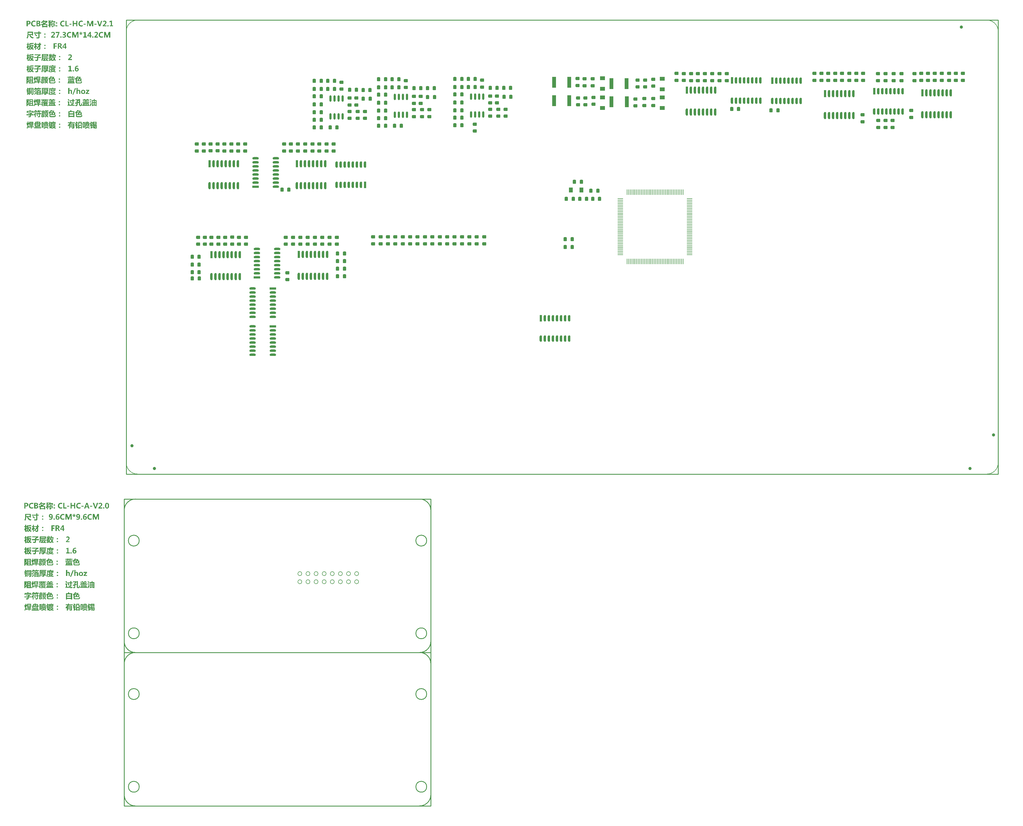
<source format=gbp>
%FSLAX24Y24*%
%MOIN*%
G70*
G01*
G75*
G04 Layer_Color=128*
%ADD10R,0.0500X0.0500*%
%ADD11C,0.0394*%
G04:AMPARAMS|DCode=12|XSize=40mil|YSize=50mil|CornerRadius=6mil|HoleSize=0mil|Usage=FLASHONLY|Rotation=0.000|XOffset=0mil|YOffset=0mil|HoleType=Round|Shape=RoundedRectangle|*
%AMROUNDEDRECTD12*
21,1,0.0400,0.0380,0,0,0.0*
21,1,0.0280,0.0500,0,0,0.0*
1,1,0.0120,0.0140,-0.0190*
1,1,0.0120,-0.0140,-0.0190*
1,1,0.0120,-0.0140,0.0190*
1,1,0.0120,0.0140,0.0190*
%
%ADD12ROUNDEDRECTD12*%
%ADD13R,0.0472X0.1339*%
%ADD14R,0.0472X0.1339*%
G04:AMPARAMS|DCode=15|XSize=40mil|YSize=50mil|CornerRadius=6mil|HoleSize=0mil|Usage=FLASHONLY|Rotation=270.000|XOffset=0mil|YOffset=0mil|HoleType=Round|Shape=RoundedRectangle|*
%AMROUNDEDRECTD15*
21,1,0.0400,0.0380,0,0,270.0*
21,1,0.0280,0.0500,0,0,270.0*
1,1,0.0120,-0.0190,-0.0140*
1,1,0.0120,-0.0190,0.0140*
1,1,0.0120,0.0190,0.0140*
1,1,0.0120,0.0190,-0.0140*
%
%ADD15ROUNDEDRECTD15*%
%ADD16R,0.0374X0.0354*%
%ADD17R,0.0374X0.0354*%
%ADD18O,0.1575X0.0984*%
G04:AMPARAMS|DCode=19|XSize=98.4mil|YSize=157.5mil|CornerRadius=0mil|HoleSize=0mil|Usage=FLASHONLY|Rotation=270.000|XOffset=0mil|YOffset=0mil|HoleType=Round|Shape=Octagon|*
%AMOCTAGOND19*
4,1,8,0.0787,0.0246,0.0787,-0.0246,0.0541,-0.0492,-0.0541,-0.0492,-0.0787,-0.0246,-0.0787,0.0246,-0.0541,0.0492,0.0541,0.0492,0.0787,0.0246,0.0*
%
%ADD19OCTAGOND19*%

%ADD20O,0.0800X0.0240*%
%ADD21O,0.0240X0.0800*%
%ADD22R,0.0984X0.0591*%
%ADD23R,0.0984X0.0591*%
%ADD24R,0.1339X0.0472*%
%ADD25R,0.1339X0.0472*%
%ADD26R,0.0700X0.1339*%
%ADD27R,0.1339X0.0700*%
%ADD28R,0.0354X0.0374*%
%ADD29R,0.0354X0.0374*%
%ADD30R,0.0500X0.0500*%
%ADD31R,0.0500X0.0600*%
%ADD32R,0.0600X0.0500*%
%ADD33R,0.0866X0.0866*%
%ADD34R,0.0787X0.0787*%
%ADD35R,0.0421X0.0984*%
%ADD36R,0.4252X0.4886*%
%ADD37R,0.0787X0.0276*%
%ADD38R,0.0787X0.1181*%
%ADD39O,0.0800X0.0300*%
%ADD40R,0.0800X0.0300*%
%ADD41R,0.1000X0.1000*%
%ADD42C,0.0400*%
%ADD43C,0.0100*%
%ADD44C,0.0200*%
%ADD45C,0.0300*%
%ADD46C,0.0150*%
%ADD47C,0.0250*%
%ADD48C,0.0500*%
%ADD49C,0.1181*%
%ADD50C,0.0120*%
%ADD51C,0.0180*%
%ADD52C,0.0350*%
%ADD53C,0.0320*%
%ADD54C,0.0600*%
%ADD55C,0.0050*%
%ADD56C,0.0060*%
%ADD57O,0.0400X0.0550*%
%ADD58C,0.1575*%
%ADD59C,0.0500*%
%ADD60R,0.0787X0.1575*%
%ADD61R,0.0650X0.0800*%
%ADD62C,0.1181*%
%ADD63O,0.1181X0.1000*%
%ADD64R,0.0591X0.0591*%
%ADD65C,0.0591*%
%ADD66C,0.0591*%
%ADD67R,0.0591X0.0591*%
%ADD68C,0.0787*%
%ADD69C,0.0600*%
%ADD70P,0.0649X8X202.5*%
%ADD71C,0.0433*%
%ADD72O,0.0400X0.0700*%
%ADD73R,0.0591X0.0591*%
%ADD74R,0.0394X0.0394*%
%ADD75O,0.0750X0.1181*%
%ADD76C,0.0787*%
%ADD77C,0.1000*%
G04:AMPARAMS|DCode=78|XSize=78.7mil|YSize=157.5mil|CornerRadius=19.7mil|HoleSize=0mil|Usage=FLASHONLY|Rotation=180.000|XOffset=0mil|YOffset=0mil|HoleType=Round|Shape=RoundedRectangle|*
%AMROUNDEDRECTD78*
21,1,0.0787,0.1181,0,0,180.0*
21,1,0.0394,0.1575,0,0,180.0*
1,1,0.0394,-0.0197,0.0591*
1,1,0.0394,0.0197,0.0591*
1,1,0.0394,0.0197,-0.0591*
1,1,0.0394,-0.0197,-0.0591*
%
%ADD78ROUNDEDRECTD78*%
G04:AMPARAMS|DCode=79|XSize=157.5mil|YSize=78.7mil|CornerRadius=19.7mil|HoleSize=0mil|Usage=FLASHONLY|Rotation=180.000|XOffset=0mil|YOffset=0mil|HoleType=Round|Shape=RoundedRectangle|*
%AMROUNDEDRECTD79*
21,1,0.1575,0.0394,0,0,180.0*
21,1,0.1181,0.0787,0,0,180.0*
1,1,0.0394,-0.0591,0.0197*
1,1,0.0394,0.0591,0.0197*
1,1,0.0394,0.0591,-0.0197*
1,1,0.0394,-0.0591,-0.0197*
%
%ADD79ROUNDEDRECTD79*%
%ADD80C,0.1161*%
%ADD81P,0.0835X4X180.0*%
%ADD82C,0.0650*%
%ADD83C,0.0630*%
%ADD84C,0.0550*%
%ADD85O,0.0500X0.0700*%
%ADD86R,0.0472X0.0472*%
%ADD87C,0.0472*%
%ADD88C,0.0250*%
%ADD89C,0.0200*%
%ADD90O,0.0300X0.0900*%
%ADD91R,0.0300X0.0900*%
%ADD92O,0.0300X0.0800*%
%ADD93R,0.0300X0.0800*%
%ADD94O,0.0095X0.0700*%
%ADD95O,0.0700X0.0095*%
%ADD96R,0.0700X0.0095*%
%ADD97C,0.0160*%
%ADD98C,0.0800*%
%ADD99C,0.0315*%
%ADD100C,0.0080*%
%ADD101C,0.0098*%
%ADD102C,0.0070*%
%ADD103C,0.0197*%
%ADD104C,0.0079*%
%ADD105C,0.0039*%
%ADD106C,0.0040*%
%ADD107C,0.0010*%
%ADD108C,0.0061*%
%ADD109C,0.0020*%
%ADD110R,0.0153X0.1575*%
%ADD111R,0.0153X0.1575*%
%ADD112R,0.0153X0.1575*%
%ADD113R,0.1575X0.0153*%
%ADD114R,0.0358X0.3629*%
%ADD115R,0.0358X0.3629*%
%ADD116R,0.0750X0.0250*%
%ADD117R,0.0250X0.0750*%
%ADD118R,0.1575X0.0153*%
%ADD119R,0.1575X0.0153*%
%ADD120R,0.0256X0.1329*%
%ADD121R,0.0211X0.0887*%
%ADD122R,0.0050X0.0887*%
%ADD123C,0.1200*%
%ADD124C,0.0866*%
%ADD125R,0.0580X0.0580*%
%ADD126C,0.0474*%
G04:AMPARAMS|DCode=127|XSize=48mil|YSize=58mil|CornerRadius=10mil|HoleSize=0mil|Usage=FLASHONLY|Rotation=0.000|XOffset=0mil|YOffset=0mil|HoleType=Round|Shape=RoundedRectangle|*
%AMROUNDEDRECTD127*
21,1,0.0480,0.0380,0,0,0.0*
21,1,0.0280,0.0580,0,0,0.0*
1,1,0.0200,0.0140,-0.0190*
1,1,0.0200,-0.0140,-0.0190*
1,1,0.0200,-0.0140,0.0190*
1,1,0.0200,0.0140,0.0190*
%
%ADD127ROUNDEDRECTD127*%
%ADD128R,0.0552X0.1419*%
%ADD129R,0.0552X0.1419*%
G04:AMPARAMS|DCode=130|XSize=48mil|YSize=58mil|CornerRadius=10mil|HoleSize=0mil|Usage=FLASHONLY|Rotation=270.000|XOffset=0mil|YOffset=0mil|HoleType=Round|Shape=RoundedRectangle|*
%AMROUNDEDRECTD130*
21,1,0.0480,0.0380,0,0,270.0*
21,1,0.0280,0.0580,0,0,270.0*
1,1,0.0200,-0.0190,-0.0140*
1,1,0.0200,-0.0190,0.0140*
1,1,0.0200,0.0190,0.0140*
1,1,0.0200,0.0190,-0.0140*
%
%ADD130ROUNDEDRECTD130*%
%ADD131R,0.0454X0.0434*%
%ADD132R,0.0454X0.0434*%
%ADD133O,0.1655X0.1064*%
G04:AMPARAMS|DCode=134|XSize=106.4mil|YSize=165.5mil|CornerRadius=0mil|HoleSize=0mil|Usage=FLASHONLY|Rotation=270.000|XOffset=0mil|YOffset=0mil|HoleType=Round|Shape=Octagon|*
%AMOCTAGOND134*
4,1,8,0.0827,0.0266,0.0827,-0.0266,0.0561,-0.0532,-0.0561,-0.0532,-0.0827,-0.0266,-0.0827,0.0266,-0.0561,0.0532,0.0561,0.0532,0.0827,0.0266,0.0*
%
%ADD134OCTAGOND134*%

%ADD135O,0.0880X0.0320*%
%ADD136O,0.0320X0.0880*%
%ADD137R,0.1064X0.0671*%
%ADD138R,0.1064X0.0671*%
%ADD139R,0.1419X0.0552*%
%ADD140R,0.1419X0.0552*%
%ADD141R,0.0780X0.1419*%
%ADD142R,0.1419X0.0780*%
%ADD143R,0.0434X0.0454*%
%ADD144R,0.0434X0.0454*%
%ADD145R,0.0580X0.0580*%
%ADD146R,0.0580X0.0680*%
%ADD147R,0.0680X0.0580*%
%ADD148R,0.0946X0.0946*%
%ADD149R,0.0867X0.0867*%
%ADD150R,0.0501X0.1064*%
%ADD151R,0.4332X0.4966*%
%ADD152R,0.0867X0.0356*%
%ADD153R,0.0867X0.1261*%
%ADD154O,0.0880X0.0380*%
%ADD155R,0.0880X0.0380*%
%ADD156R,0.1080X0.1080*%
%ADD157O,0.0480X0.0630*%
%ADD158C,0.1655*%
%ADD159C,0.0580*%
%ADD160R,0.0867X0.1655*%
%ADD161R,0.0730X0.0880*%
%ADD162C,0.1261*%
%ADD163O,0.1261X0.1080*%
%ADD164R,0.0671X0.0671*%
%ADD165C,0.0671*%
%ADD166C,0.0671*%
%ADD167R,0.0671X0.0671*%
%ADD168C,0.0867*%
%ADD169C,0.0680*%
%ADD170P,0.0736X8X202.5*%
%ADD171C,0.0513*%
%ADD172O,0.0480X0.0780*%
%ADD173R,0.0671X0.0671*%
%ADD174R,0.0474X0.0474*%
%ADD175O,0.0830X0.1261*%
%ADD176C,0.0867*%
%ADD177C,0.1080*%
G04:AMPARAMS|DCode=178|XSize=86.7mil|YSize=165.5mil|CornerRadius=23.7mil|HoleSize=0mil|Usage=FLASHONLY|Rotation=180.000|XOffset=0mil|YOffset=0mil|HoleType=Round|Shape=RoundedRectangle|*
%AMROUNDEDRECTD178*
21,1,0.0867,0.1181,0,0,180.0*
21,1,0.0394,0.1655,0,0,180.0*
1,1,0.0474,-0.0197,0.0591*
1,1,0.0474,0.0197,0.0591*
1,1,0.0474,0.0197,-0.0591*
1,1,0.0474,-0.0197,-0.0591*
%
%ADD178ROUNDEDRECTD178*%
G04:AMPARAMS|DCode=179|XSize=165.5mil|YSize=86.7mil|CornerRadius=23.7mil|HoleSize=0mil|Usage=FLASHONLY|Rotation=180.000|XOffset=0mil|YOffset=0mil|HoleType=Round|Shape=RoundedRectangle|*
%AMROUNDEDRECTD179*
21,1,0.1655,0.0394,0,0,180.0*
21,1,0.1181,0.0867,0,0,180.0*
1,1,0.0474,-0.0591,0.0197*
1,1,0.0474,0.0591,0.0197*
1,1,0.0474,0.0591,-0.0197*
1,1,0.0474,-0.0591,-0.0197*
%
%ADD179ROUNDEDRECTD179*%
%ADD180C,0.1241*%
%ADD181P,0.0948X4X180.0*%
%ADD182C,0.0730*%
%ADD183C,0.0710*%
%ADD184C,0.0630*%
%ADD185O,0.0580X0.0780*%
%ADD186R,0.0552X0.0552*%
%ADD187C,0.0552*%
%ADD188C,0.0330*%
%ADD189O,0.0380X0.0980*%
%ADD190R,0.0380X0.0980*%
%ADD191O,0.0380X0.0880*%
%ADD192R,0.0380X0.0880*%
%ADD193O,0.0175X0.0780*%
%ADD194O,0.0780X0.0175*%
%ADD195R,0.0780X0.0175*%
G36*
X-1328Y95057D02*
X-1574D01*
Y94880D01*
X-1348D01*
Y94761D01*
X-1574D01*
Y94490D01*
X-1720D01*
Y95177D01*
X-1328D01*
Y95057D01*
D02*
G37*
G36*
X-2784Y94624D02*
X-2777Y94623D01*
X-2768Y94620D01*
X-2759Y94617D01*
X-2749Y94611D01*
X-2740Y94603D01*
X-2739Y94602D01*
X-2737Y94600D01*
X-2732Y94596D01*
X-2728Y94589D01*
X-2723Y94581D01*
X-2719Y94572D01*
X-2717Y94562D01*
X-2716Y94551D01*
Y94550D01*
Y94547D01*
X-2717Y94540D01*
X-2719Y94533D01*
X-2721Y94526D01*
X-2726Y94517D01*
X-2732Y94508D01*
X-2740Y94500D01*
X-2741Y94499D01*
X-2744Y94497D01*
X-2749Y94493D01*
X-2756Y94490D01*
X-2764Y94486D01*
X-2773Y94482D01*
X-2784Y94480D01*
X-2797Y94479D01*
X-2802D01*
X-2809Y94480D01*
X-2817Y94481D01*
X-2826Y94484D01*
X-2836Y94488D01*
X-2846Y94493D01*
X-2854Y94500D01*
X-2856Y94501D01*
X-2858Y94503D01*
X-2862Y94508D01*
X-2866Y94514D01*
X-2870Y94522D01*
X-2874Y94530D01*
X-2877Y94540D01*
X-2878Y94551D01*
Y94552D01*
Y94557D01*
X-2877Y94562D01*
X-2874Y94569D01*
X-2872Y94578D01*
X-2868Y94587D01*
X-2862Y94596D01*
X-2854Y94603D01*
X-2853Y94604D01*
X-2850Y94607D01*
X-2846Y94610D01*
X-2839Y94614D01*
X-2830Y94619D01*
X-2820Y94622D01*
X-2809Y94624D01*
X-2797Y94626D01*
X-2791D01*
X-2784Y94624D01*
D02*
G37*
G36*
X-4182Y95108D02*
X-4183D01*
X-4189Y95107D01*
X-4197Y95105D01*
X-4209Y95103D01*
X-4223Y95101D01*
X-4242Y95098D01*
X-4263Y95095D01*
X-4288Y95092D01*
X-4315Y95089D01*
X-4347Y95085D01*
X-4380Y95081D01*
X-4418Y95078D01*
X-4458Y95074D01*
X-4501Y95071D01*
X-4548Y95068D01*
X-4597Y95064D01*
Y94980D01*
X-4208D01*
Y94867D01*
Y94864D01*
X-4210Y94860D01*
X-4212Y94851D01*
X-4215Y94840D01*
X-4220Y94826D01*
X-4225Y94810D01*
X-4232Y94792D01*
X-4239Y94772D01*
X-4248Y94751D01*
X-4257Y94728D01*
X-4279Y94681D01*
X-4304Y94634D01*
X-4333Y94588D01*
X-4332Y94587D01*
X-4330Y94586D01*
X-4327Y94582D01*
X-4321Y94578D01*
X-4314Y94572D01*
X-4307Y94567D01*
X-4298Y94560D01*
X-4287Y94553D01*
X-4263Y94539D01*
X-4235Y94524D01*
X-4204Y94511D01*
X-4171Y94500D01*
Y94499D01*
X-4173Y94498D01*
X-4175Y94494D01*
X-4178Y94490D01*
X-4182Y94484D01*
X-4187Y94478D01*
X-4197Y94462D01*
X-4209Y94442D01*
X-4222Y94420D01*
X-4237Y94394D01*
X-4251Y94367D01*
X-4252Y94368D01*
X-4255Y94369D01*
X-4260Y94372D01*
X-4267Y94376D01*
X-4274Y94381D01*
X-4284Y94387D01*
X-4294Y94393D01*
X-4307Y94401D01*
X-4332Y94420D01*
X-4359Y94441D01*
X-4387Y94466D01*
X-4413Y94492D01*
X-4414Y94491D01*
X-4417Y94489D01*
X-4421Y94486D01*
X-4427Y94480D01*
X-4433Y94474D01*
X-4442Y94467D01*
X-4451Y94459D01*
X-4462Y94450D01*
X-4474Y94440D01*
X-4488Y94430D01*
X-4517Y94409D01*
X-4549Y94388D01*
X-4583Y94368D01*
Y94369D01*
X-4584Y94371D01*
X-4587Y94374D01*
X-4589Y94379D01*
X-4595Y94390D01*
X-4604Y94406D01*
X-4615Y94423D01*
X-4627Y94442D01*
X-4652Y94481D01*
X-4651Y94482D01*
X-4648Y94483D01*
X-4643Y94486D01*
X-4637Y94489D01*
X-4628Y94493D01*
X-4619Y94499D01*
X-4608Y94506D01*
X-4597Y94512D01*
X-4571Y94528D01*
X-4544Y94547D01*
X-4517Y94568D01*
X-4490Y94591D01*
X-4491Y94592D01*
X-4492Y94596D01*
X-4495Y94600D01*
X-4499Y94607D01*
X-4503Y94614D01*
X-4509Y94624D01*
X-4514Y94636D01*
X-4521Y94648D01*
X-4528Y94662D01*
X-4535Y94678D01*
X-4550Y94711D01*
X-4564Y94748D01*
X-4578Y94788D01*
X-4491Y94867D01*
X-4597D01*
Y94792D01*
Y94791D01*
Y94789D01*
Y94786D01*
Y94781D01*
Y94776D01*
X-4598Y94768D01*
Y94760D01*
X-4599Y94750D01*
X-4601Y94729D01*
X-4603Y94703D01*
X-4608Y94676D01*
X-4613Y94644D01*
X-4621Y94612D01*
X-4630Y94578D01*
X-4640Y94542D01*
X-4653Y94507D01*
X-4669Y94470D01*
X-4687Y94434D01*
X-4708Y94400D01*
X-4731Y94367D01*
Y94368D01*
X-4733Y94369D01*
X-4739Y94376D01*
X-4748Y94387D01*
X-4759Y94400D01*
X-4772Y94416D01*
X-4788Y94433D01*
X-4803Y94450D01*
X-4821Y94468D01*
X-4820Y94469D01*
X-4817Y94473D01*
X-4811Y94481D01*
X-4803Y94492D01*
X-4795Y94506D01*
X-4787Y94522D01*
X-4777Y94541D01*
X-4765Y94563D01*
X-4755Y94588D01*
X-4745Y94616D01*
X-4737Y94647D01*
X-4728Y94680D01*
X-4721Y94716D01*
X-4715Y94754D01*
X-4712Y94796D01*
X-4711Y94840D01*
Y95180D01*
X-4703D01*
X-4697Y95181D01*
X-4681D01*
X-4670Y95182D01*
X-4659Y95183D01*
X-4645D01*
X-4632Y95184D01*
X-4601Y95187D01*
X-4568Y95189D01*
X-4531Y95191D01*
X-4492Y95194D01*
X-4452Y95198D01*
X-4370Y95205D01*
X-4330Y95210D01*
X-4291Y95215D01*
X-4254Y95221D01*
X-4221Y95227D01*
X-4182Y95108D01*
D02*
G37*
G36*
X-3360Y95091D02*
X-3264D01*
Y94973D01*
X-3360D01*
Y94528D01*
Y94527D01*
Y94524D01*
Y94521D01*
Y94517D01*
X-3361Y94504D01*
X-3364Y94489D01*
X-3368Y94472D01*
X-3373Y94454D01*
X-3381Y94438D01*
X-3392Y94423D01*
X-3393Y94422D01*
X-3398Y94418D01*
X-3406Y94411D01*
X-3416Y94404D01*
X-3428Y94398D01*
X-3443Y94391D01*
X-3461Y94387D01*
X-3481Y94384D01*
X-3491D01*
X-3498Y94383D01*
X-3523D01*
X-3534Y94382D01*
X-3577D01*
X-3593Y94381D01*
X-3652D01*
Y94382D01*
Y94384D01*
X-3653Y94388D01*
X-3654Y94392D01*
X-3657Y94404D01*
X-3660Y94420D01*
X-3664Y94439D01*
X-3670Y94460D01*
X-3676Y94482D01*
X-3682Y94506D01*
X-3671D01*
X-3666Y94504D01*
X-3643D01*
X-3623Y94503D01*
X-3601D01*
X-3578Y94502D01*
X-3546D01*
X-3541Y94503D01*
X-3531Y94506D01*
X-3518Y94510D01*
X-3506Y94518D01*
X-3500Y94523D01*
X-3494Y94530D01*
X-3491Y94538D01*
X-3488Y94547D01*
X-3486Y94557D01*
X-3484Y94568D01*
Y94859D01*
X-3486Y94858D01*
X-3488Y94854D01*
X-3490Y94850D01*
X-3496Y94838D01*
X-3504Y94822D01*
X-3516Y94802D01*
X-3530Y94780D01*
X-3546Y94756D01*
X-3562Y94728D01*
X-3582Y94699D01*
X-3603Y94669D01*
X-3627Y94638D01*
X-3652Y94607D01*
X-3678Y94576D01*
X-3707Y94544D01*
X-3736Y94514D01*
X-3767Y94487D01*
Y94488D01*
X-3769Y94489D01*
X-3771Y94492D01*
X-3774Y94497D01*
X-3783Y94508D01*
X-3794Y94521D01*
X-3808Y94538D01*
X-3822Y94556D01*
X-3854Y94591D01*
X-3853D01*
X-3852Y94593D01*
X-3846Y94598D01*
X-3835Y94606D01*
X-3823Y94618D01*
X-3807Y94632D01*
X-3788Y94649D01*
X-3768Y94670D01*
X-3744Y94692D01*
X-3721Y94719D01*
X-3696Y94748D01*
X-3671Y94779D01*
X-3644Y94813D01*
X-3619Y94849D01*
X-3594Y94889D01*
X-3570Y94930D01*
X-3548Y94973D01*
X-3739D01*
Y95091D01*
X-3484D01*
Y95242D01*
X-3360D01*
Y95091D01*
D02*
G37*
G36*
X-207Y94742D02*
X-124D01*
Y94640D01*
X-207D01*
Y94490D01*
X-338D01*
Y94640D01*
X-640D01*
Y94731D01*
X-349Y95177D01*
X-207D01*
Y94742D01*
D02*
G37*
G36*
X-949Y95175D02*
X-932Y95173D01*
X-915Y95171D01*
X-894Y95167D01*
X-871Y95161D01*
X-848Y95153D01*
X-826Y95143D01*
X-804Y95131D01*
X-782Y95115D01*
X-764Y95098D01*
X-748Y95077D01*
X-736Y95051D01*
X-731Y95038D01*
X-728Y95023D01*
X-727Y95007D01*
X-726Y94990D01*
Y94989D01*
Y94987D01*
Y94983D01*
X-727Y94978D01*
Y94972D01*
X-728Y94965D01*
X-731Y94949D01*
X-736Y94930D01*
X-744Y94910D01*
X-754Y94890D01*
X-767Y94870D01*
X-769Y94868D01*
X-775Y94862D01*
X-784Y94853D01*
X-797Y94842D01*
X-812Y94831D01*
X-832Y94819D01*
X-855Y94809D01*
X-880Y94800D01*
Y94798D01*
X-879D01*
X-878Y94797D01*
X-871Y94794D01*
X-862Y94788D01*
X-849Y94779D01*
X-841Y94772D01*
X-834Y94766D01*
X-825Y94757D01*
X-816Y94747D01*
X-806Y94736D01*
X-796Y94723D01*
X-786Y94709D01*
X-775Y94693D01*
X-646Y94490D01*
X-814D01*
X-921Y94668D01*
Y94669D01*
X-922Y94670D01*
X-927Y94677D01*
X-934Y94687D01*
X-940Y94698D01*
X-949Y94710D01*
X-959Y94721D01*
X-968Y94731D01*
X-977Y94739D01*
X-978Y94740D01*
X-980Y94741D01*
X-985Y94744D01*
X-990Y94748D01*
X-1005Y94753D01*
X-1012Y94754D01*
X-1021Y94756D01*
X-1066D01*
Y94490D01*
X-1212D01*
Y95177D01*
X-960D01*
X-949Y95175D01*
D02*
G37*
G36*
X-4827Y93693D02*
X-4733D01*
Y93576D01*
X-4827D01*
Y93496D01*
X-4825D01*
X-4824Y93495D01*
X-4818Y93492D01*
X-4807Y93486D01*
X-4792Y93479D01*
X-4775Y93470D01*
X-4757Y93460D01*
X-4737Y93449D01*
X-4714Y93436D01*
X-4770Y93335D01*
X-4771Y93336D01*
X-4774Y93339D01*
X-4780Y93342D01*
X-4787Y93346D01*
X-4795Y93352D01*
X-4805Y93357D01*
X-4827Y93371D01*
Y92992D01*
X-4942D01*
Y93330D01*
X-4943Y93328D01*
X-4945Y93323D01*
X-4948Y93317D01*
X-4951Y93310D01*
X-4955Y93302D01*
X-4960Y93292D01*
X-4964Y93281D01*
X-4976Y93258D01*
X-4990Y93231D01*
X-5005Y93202D01*
X-5023Y93173D01*
Y93174D01*
X-5024Y93178D01*
Y93182D01*
X-5025Y93188D01*
X-5028Y93195D01*
X-5029Y93204D01*
X-5031Y93214D01*
X-5033Y93225D01*
X-5038Y93250D01*
X-5043Y93275D01*
X-5049Y93303D01*
X-5055Y93330D01*
X-5054Y93331D01*
X-5052Y93335D01*
X-5048Y93343D01*
X-5042Y93352D01*
X-5035Y93363D01*
X-5029Y93378D01*
X-5020Y93392D01*
X-5011Y93410D01*
X-5002Y93427D01*
X-4993Y93447D01*
X-4974Y93489D01*
X-4958Y93532D01*
X-4950Y93554D01*
X-4943Y93576D01*
X-5046D01*
Y93693D01*
X-4942D01*
Y93856D01*
X-4827D01*
Y93693D01*
D02*
G37*
G36*
X-3331Y93697D02*
X-3624Y93522D01*
Y93473D01*
X-3268D01*
Y93353D01*
X-3624D01*
Y93183D01*
Y93182D01*
Y93179D01*
Y93174D01*
X-3626Y93169D01*
Y93161D01*
X-3627Y93152D01*
X-3629Y93133D01*
X-3634Y93111D01*
X-3641Y93089D01*
X-3651Y93068D01*
X-3664Y93049D01*
X-3667Y93046D01*
X-3672Y93042D01*
X-3681Y93034D01*
X-3694Y93026D01*
X-3712Y93019D01*
X-3733Y93011D01*
X-3759Y93006D01*
X-3789Y93004D01*
X-3952Y93005D01*
Y93006D01*
X-3953Y93009D01*
Y93012D01*
X-3954Y93016D01*
X-3955Y93023D01*
X-3958Y93030D01*
X-3961Y93048D01*
X-3967Y93068D01*
X-3972Y93090D01*
X-3979Y93114D01*
X-3985Y93140D01*
X-3982D01*
X-3978Y93139D01*
X-3972D01*
X-3964Y93138D01*
X-3957D01*
X-3947Y93136D01*
X-3937Y93135D01*
X-3913Y93134D01*
X-3887Y93132D01*
X-3860Y93131D01*
X-3826D01*
X-3821Y93132D01*
X-3809Y93135D01*
X-3796Y93141D01*
X-3788Y93144D01*
X-3781Y93150D01*
X-3776Y93156D01*
X-3770Y93164D01*
X-3765Y93173D01*
X-3762Y93183D01*
X-3760Y93195D01*
X-3759Y93209D01*
Y93353D01*
X-4139D01*
Y93473D01*
X-3759D01*
Y93577D01*
X-3543Y93697D01*
X-4079D01*
Y93815D01*
X-3331D01*
Y93697D01*
D02*
G37*
G36*
X321Y93806D02*
X330D01*
X340Y93805D01*
X362Y93801D01*
X387Y93795D01*
X414Y93785D01*
X441Y93773D01*
X453Y93764D01*
X464Y93755D01*
X465Y93754D01*
X466Y93753D01*
X470Y93750D01*
X473Y93746D01*
X479Y93741D01*
X483Y93734D01*
X494Y93719D01*
X505Y93697D01*
X515Y93673D01*
X522Y93644D01*
X523Y93629D01*
X524Y93612D01*
Y93611D01*
Y93606D01*
X523Y93600D01*
X522Y93591D01*
X520Y93580D01*
X516Y93567D01*
X512Y93552D01*
X506Y93535D01*
X499Y93517D01*
X489Y93497D01*
X476Y93476D01*
X462Y93455D01*
X445Y93432D01*
X426Y93409D01*
X403Y93384D01*
X377Y93360D01*
X234Y93230D01*
Y93228D01*
X519D01*
Y93109D01*
X70D01*
Y93221D01*
X267Y93411D01*
X269Y93412D01*
X270Y93413D01*
X273Y93416D01*
X277Y93421D01*
X289Y93432D01*
X302Y93445D01*
X316Y93461D01*
X331Y93477D01*
X343Y93494D01*
X354Y93510D01*
X355Y93512D01*
X359Y93516D01*
X362Y93525D01*
X367Y93535D01*
X372Y93549D01*
X375Y93563D01*
X379Y93579D01*
X380Y93594D01*
Y93595D01*
Y93599D01*
X379Y93603D01*
Y93610D01*
X376Y93616D01*
X374Y93625D01*
X371Y93634D01*
X366Y93643D01*
X361Y93652D01*
X354Y93661D01*
X345Y93670D01*
X335Y93676D01*
X323Y93683D01*
X309Y93687D01*
X293Y93691D01*
X274Y93692D01*
X265D01*
X259Y93691D01*
X251Y93690D01*
X242Y93689D01*
X231Y93686D01*
X220Y93683D01*
X193Y93674D01*
X180Y93669D01*
X164Y93662D01*
X150Y93654D01*
X134Y93644D01*
X119Y93633D01*
X103Y93621D01*
Y93749D01*
X104Y93750D01*
X107Y93751D01*
X112Y93754D01*
X119Y93757D01*
X127Y93762D01*
X137Y93767D01*
X149Y93773D01*
X162Y93779D01*
X175Y93783D01*
X191Y93789D01*
X207Y93794D01*
X225Y93799D01*
X263Y93805D01*
X283Y93806D01*
X304Y93807D01*
X314D01*
X321Y93806D01*
D02*
G37*
G36*
X-1632Y93856D02*
Y93855D01*
X-1633Y93853D01*
X-1635Y93850D01*
X-1636Y93844D01*
X-1637Y93839D01*
X-1639Y93831D01*
X-1643Y93814D01*
X-1649Y93794D01*
X-1656Y93772D01*
X-1662Y93749D01*
X-1670Y93724D01*
X-1448D01*
Y93616D01*
X-1484D01*
Y93615D01*
Y93614D01*
Y93611D01*
X-1485Y93606D01*
Y93601D01*
X-1486Y93594D01*
X-1488Y93577D01*
X-1490Y93557D01*
X-1494Y93534D01*
X-1498Y93507D01*
X-1504Y93480D01*
X-1509Y93450D01*
X-1517Y93419D01*
X-1525Y93386D01*
X-1535Y93354D01*
X-1545Y93322D01*
X-1556Y93290D01*
X-1569Y93259D01*
X-1584Y93230D01*
X-1582Y93229D01*
X-1581Y93226D01*
X-1578Y93223D01*
X-1574Y93219D01*
X-1568Y93213D01*
X-1561Y93206D01*
X-1545Y93191D01*
X-1525Y93173D01*
X-1501Y93153D01*
X-1475Y93134D01*
X-1445Y93115D01*
X-1446Y93114D01*
X-1450Y93109D01*
X-1457Y93100D01*
X-1466Y93088D01*
X-1478Y93072D01*
X-1490Y93052D01*
X-1506Y93028D01*
X-1514Y93013D01*
X-1521Y92999D01*
X-1522Y93000D01*
X-1525Y93001D01*
X-1529Y93004D01*
X-1535Y93008D01*
X-1541Y93013D01*
X-1549Y93019D01*
X-1567Y93034D01*
X-1588Y93052D01*
X-1611Y93073D01*
X-1633Y93098D01*
X-1656Y93123D01*
X-1657Y93122D01*
X-1659Y93120D01*
X-1663Y93115D01*
X-1669Y93109D01*
X-1676Y93102D01*
X-1683Y93093D01*
X-1693Y93084D01*
X-1705Y93074D01*
X-1717Y93063D01*
X-1729Y93052D01*
X-1758Y93030D01*
X-1790Y93006D01*
X-1826Y92985D01*
Y92986D01*
X-1827Y92988D01*
X-1832Y92994D01*
X-1839Y93004D01*
X-1849Y93016D01*
X-1861Y93031D01*
X-1875Y93048D01*
X-1890Y93064D01*
X-1906Y93081D01*
X-1937Y93029D01*
X-1938D01*
X-1939Y93030D01*
X-1942Y93032D01*
X-1946Y93034D01*
X-1957Y93040D01*
X-1971Y93049D01*
X-1989Y93058D01*
X-2009Y93068D01*
X-2030Y93080D01*
X-2053Y93091D01*
X-2055Y93090D01*
X-2058Y93088D01*
X-2063Y93085D01*
X-2070Y93081D01*
X-2080Y93075D01*
X-2091Y93069D01*
X-2105Y93062D01*
X-2119Y93055D01*
X-2135Y93048D01*
X-2152Y93040D01*
X-2171Y93032D01*
X-2192Y93025D01*
X-2213Y93018D01*
X-2237Y93011D01*
X-2286Y92999D01*
Y93000D01*
X-2287Y93001D01*
X-2289Y93008D01*
X-2292Y93018D01*
X-2298Y93031D01*
X-2305Y93046D01*
X-2312Y93065D01*
X-2322Y93085D01*
X-2333Y93108D01*
X-2329D01*
X-2325Y93109D01*
X-2318Y93110D01*
X-2310Y93111D01*
X-2300Y93112D01*
X-2290Y93113D01*
X-2278Y93115D01*
X-2252Y93121D01*
X-2226Y93126D01*
X-2197Y93134D01*
X-2170Y93144D01*
X-2171D01*
X-2172Y93145D01*
X-2176Y93146D01*
X-2181Y93149D01*
X-2187Y93151D01*
X-2193Y93154D01*
X-2209Y93161D01*
X-2228Y93170D01*
X-2250Y93179D01*
X-2273Y93189D01*
X-2299Y93199D01*
X-2298Y93201D01*
X-2293Y93206D01*
X-2288Y93215D01*
X-2281Y93226D01*
X-2272Y93240D01*
X-2263Y93254D01*
X-2245Y93286D01*
X-2318D01*
Y93378D01*
X-2201D01*
X-2200Y93379D01*
X-2199Y93384D01*
X-2196Y93391D01*
X-2192Y93400D01*
X-2189Y93410D01*
X-2185Y93422D01*
X-2176Y93447D01*
X-2128Y93443D01*
Y93529D01*
X-2129Y93527D01*
X-2131Y93525D01*
X-2135Y93522D01*
X-2140Y93516D01*
X-2146Y93511D01*
X-2153Y93503D01*
X-2163Y93495D01*
X-2173Y93486D01*
X-2185Y93476D01*
X-2197Y93466D01*
X-2226Y93445D01*
X-2258Y93422D01*
X-2293Y93400D01*
Y93401D01*
X-2295Y93402D01*
X-2296Y93405D01*
X-2297Y93410D01*
X-2300Y93421D01*
X-2306Y93435D01*
X-2311Y93452D01*
X-2318Y93470D01*
X-2335Y93506D01*
X-2333D01*
X-2330Y93507D01*
X-2326Y93510D01*
X-2320Y93513D01*
X-2312Y93516D01*
X-2303Y93521D01*
X-2292Y93525D01*
X-2281Y93531D01*
X-2257Y93544D01*
X-2230Y93560D01*
X-2202Y93579D01*
X-2176Y93599D01*
X-2308D01*
Y93689D01*
X-2239D01*
Y93690D01*
X-2240Y93691D01*
X-2243Y93697D01*
X-2249Y93706D01*
X-2256Y93720D01*
X-2265Y93734D01*
X-2276Y93752D01*
X-2288Y93770D01*
X-2302Y93790D01*
X-2222Y93840D01*
X-2221Y93839D01*
X-2217Y93834D01*
X-2211Y93825D01*
X-2202Y93815D01*
X-2192Y93801D01*
X-2179Y93783D01*
X-2165Y93761D01*
X-2148Y93736D01*
X-2227Y93689D01*
X-2128D01*
Y93863D01*
X-2016D01*
Y93689D01*
X-1922D01*
X-1996Y93736D01*
Y93737D01*
X-1993Y93739D01*
X-1988Y93745D01*
X-1980Y93756D01*
X-1970Y93770D01*
X-1958Y93786D01*
X-1946Y93804D01*
X-1933Y93823D01*
X-1921Y93843D01*
X-1838Y93793D01*
X-1839Y93791D01*
X-1843Y93784D01*
X-1850Y93774D01*
X-1858Y93761D01*
X-1869Y93745D01*
X-1881Y93727D01*
X-1896Y93709D01*
X-1911Y93689D01*
X-1860D01*
Y93599D01*
X-2016D01*
Y93536D01*
X-1985Y93577D01*
X-1983D01*
X-1982Y93576D01*
X-1979Y93574D01*
X-1975Y93572D01*
X-1965Y93566D01*
X-1950Y93559D01*
X-1935Y93550D01*
X-1917Y93540D01*
X-1880Y93519D01*
X-1879Y93520D01*
X-1877Y93525D01*
X-1873Y93532D01*
X-1868Y93543D01*
X-1861Y93556D01*
X-1855Y93572D01*
X-1846Y93591D01*
X-1837Y93613D01*
X-1827Y93636D01*
X-1817Y93663D01*
X-1807Y93692D01*
X-1796Y93723D01*
X-1786Y93755D01*
X-1775Y93791D01*
X-1765Y93829D01*
X-1755Y93867D01*
X-1632Y93856D01*
D02*
G37*
G36*
X-967Y93605D02*
X-959Y93604D01*
X-950Y93601D01*
X-941Y93597D01*
X-931Y93592D01*
X-922Y93584D01*
X-921Y93583D01*
X-919Y93581D01*
X-915Y93576D01*
X-910Y93570D01*
X-906Y93562D01*
X-901Y93553D01*
X-899Y93543D01*
X-898Y93532D01*
Y93531D01*
Y93526D01*
X-899Y93521D01*
X-901Y93514D01*
X-904Y93505D01*
X-908Y93496D01*
X-914Y93487D01*
X-921Y93479D01*
X-922Y93477D01*
X-926Y93475D01*
X-930Y93472D01*
X-937Y93469D01*
X-946Y93464D01*
X-956Y93461D01*
X-967Y93459D01*
X-979Y93457D01*
X-985D01*
X-991Y93459D01*
X-999Y93460D01*
X-1008Y93463D01*
X-1018Y93466D01*
X-1028Y93472D01*
X-1037Y93479D01*
X-1038Y93480D01*
X-1040Y93483D01*
X-1045Y93487D01*
X-1048Y93494D01*
X-1052Y93502D01*
X-1057Y93511D01*
X-1059Y93521D01*
X-1060Y93532D01*
Y93533D01*
Y93537D01*
X-1059Y93543D01*
X-1057Y93550D01*
X-1055Y93559D01*
X-1050Y93567D01*
X-1045Y93576D01*
X-1037Y93584D01*
X-1036Y93585D01*
X-1032Y93587D01*
X-1027Y93591D01*
X-1020Y93595D01*
X-1012Y93600D01*
X-1002Y93603D01*
X-991Y93605D01*
X-979Y93606D01*
X-974D01*
X-967Y93605D01*
D02*
G37*
G36*
X-2421Y93397D02*
X-2991D01*
Y93499D01*
X-2421D01*
Y93397D01*
D02*
G37*
G36*
X-117Y97377D02*
X140D01*
Y97258D01*
X-264D01*
Y97945D01*
X-117D01*
Y97377D01*
D02*
G37*
G36*
X-3582Y97944D02*
X-3573D01*
X-3562Y97943D01*
X-3550Y97942D01*
X-3538Y97939D01*
X-3510Y97935D01*
X-3481Y97927D01*
X-3453Y97917D01*
X-3441Y97911D01*
X-3429Y97903D01*
X-3428D01*
X-3427Y97901D01*
X-3419Y97895D01*
X-3410Y97885D01*
X-3398Y97873D01*
X-3387Y97855D01*
X-3378Y97835D01*
X-3370Y97812D01*
X-3369Y97798D01*
X-3368Y97785D01*
Y97784D01*
Y97783D01*
Y97779D01*
Y97775D01*
X-3370Y97765D01*
X-3372Y97752D01*
X-3377Y97736D01*
X-3383Y97719D01*
X-3393Y97703D01*
X-3406Y97686D01*
X-3408Y97684D01*
X-3412Y97679D01*
X-3420Y97672D01*
X-3431Y97663D01*
X-3446Y97654D01*
X-3461Y97644D01*
X-3480Y97635D01*
X-3500Y97628D01*
Y97626D01*
X-3497D01*
X-3493Y97625D01*
X-3488Y97624D01*
X-3476Y97621D01*
X-3459Y97616D01*
X-3440Y97609D01*
X-3421Y97599D01*
X-3402Y97588D01*
X-3384Y97573D01*
X-3382Y97571D01*
X-3378Y97565D01*
X-3370Y97555D01*
X-3362Y97543D01*
X-3354Y97526D01*
X-3347Y97507D01*
X-3342Y97486D01*
X-3340Y97462D01*
Y97461D01*
Y97457D01*
Y97453D01*
X-3341Y97446D01*
X-3342Y97438D01*
X-3343Y97429D01*
X-3348Y97408D01*
X-3357Y97384D01*
X-3361Y97372D01*
X-3368Y97359D01*
X-3376Y97347D01*
X-3384Y97335D01*
X-3394Y97324D01*
X-3407Y97313D01*
X-3408Y97312D01*
X-3410Y97311D01*
X-3413Y97308D01*
X-3419Y97304D01*
X-3426Y97301D01*
X-3433Y97296D01*
X-3443Y97291D01*
X-3454Y97286D01*
X-3467Y97281D01*
X-3480Y97276D01*
X-3496Y97271D01*
X-3511Y97267D01*
X-3529Y97264D01*
X-3548Y97261D01*
X-3568Y97259D01*
X-3589Y97258D01*
X-3846D01*
Y97945D01*
X-3590D01*
X-3582Y97944D01*
D02*
G37*
G36*
X-4802D02*
X-4795D01*
X-4779Y97942D01*
X-4759Y97938D01*
X-4738Y97934D01*
X-4714Y97927D01*
X-4690Y97918D01*
X-4667Y97906D01*
X-4643Y97892D01*
X-4622Y97874D01*
X-4602Y97853D01*
X-4585Y97828D01*
X-4579Y97814D01*
X-4573Y97799D01*
X-4569Y97783D01*
X-4565Y97766D01*
X-4563Y97747D01*
X-4562Y97727D01*
Y97726D01*
Y97723D01*
Y97717D01*
X-4563Y97709D01*
X-4564Y97701D01*
X-4567Y97691D01*
X-4569Y97679D01*
X-4572Y97666D01*
X-4575Y97654D01*
X-4581Y97639D01*
X-4588Y97626D01*
X-4594Y97612D01*
X-4604Y97597D01*
X-4614Y97584D01*
X-4627Y97571D01*
X-4640Y97558D01*
X-4641Y97557D01*
X-4643Y97556D01*
X-4648Y97553D01*
X-4654Y97548D01*
X-4661Y97544D01*
X-4671Y97538D01*
X-4681Y97533D01*
X-4693Y97527D01*
X-4707Y97522D01*
X-4721Y97516D01*
X-4738Y97511D01*
X-4754Y97506D01*
X-4772Y97502D01*
X-4792Y97499D01*
X-4812Y97497D01*
X-4909D01*
Y97258D01*
X-5055D01*
Y97945D01*
X-4808D01*
X-4802Y97944D01*
D02*
G37*
G36*
X-1728Y97277D02*
Y97276D01*
Y97275D01*
Y97268D01*
X-1729Y97258D01*
X-1730Y97246D01*
X-1732Y97233D01*
X-1737Y97218D01*
X-1741Y97205D01*
X-1748Y97193D01*
X-1749Y97192D01*
X-1751Y97188D01*
X-1757Y97183D01*
X-1764Y97177D01*
X-1772Y97171D01*
X-1782Y97165D01*
X-1796Y97161D01*
X-1810Y97157D01*
X-1812D01*
X-1818Y97156D01*
X-1829D01*
X-1836Y97155D01*
X-1843D01*
X-1852Y97154D01*
X-1874D01*
X-1887Y97153D01*
X-1949D01*
Y97154D01*
Y97156D01*
X-1950Y97160D01*
Y97164D01*
X-1952Y97175D01*
X-1955Y97191D01*
X-1957Y97208D01*
X-1961Y97228D01*
X-1965Y97247D01*
X-1969Y97267D01*
X-1967D01*
X-1962Y97266D01*
X-1953D01*
X-1943Y97265D01*
X-1931Y97264D01*
X-1918D01*
X-1888Y97263D01*
X-1886D01*
X-1881Y97264D01*
X-1875Y97265D01*
X-1866Y97267D01*
X-1858Y97273D01*
X-1851Y97279D01*
X-1847Y97288D01*
X-1845Y97302D01*
Y97736D01*
X-1728D01*
Y97277D01*
D02*
G37*
G36*
X4338Y97956D02*
X4347D01*
X4357Y97955D01*
X4379Y97951D01*
X4405Y97945D01*
X4431Y97935D01*
X4458Y97923D01*
X4470Y97914D01*
X4481Y97905D01*
X4483Y97904D01*
X4484Y97903D01*
X4487Y97899D01*
X4490Y97896D01*
X4496Y97891D01*
X4500Y97884D01*
X4511Y97868D01*
X4523Y97847D01*
X4533Y97823D01*
X4539Y97794D01*
X4540Y97778D01*
X4541Y97762D01*
Y97761D01*
Y97756D01*
X4540Y97749D01*
X4539Y97741D01*
X4537Y97729D01*
X4534Y97717D01*
X4529Y97702D01*
X4524Y97685D01*
X4516Y97667D01*
X4506Y97647D01*
X4494Y97626D01*
X4479Y97605D01*
X4463Y97582D01*
X4444Y97558D01*
X4420Y97534D01*
X4395Y97509D01*
X4251Y97379D01*
Y97377D01*
X4536D01*
Y97258D01*
X4087D01*
Y97371D01*
X4285Y97561D01*
X4286Y97562D01*
X4287Y97563D01*
X4290Y97566D01*
X4295Y97571D01*
X4306Y97582D01*
X4319Y97595D01*
X4334Y97611D01*
X4348Y97627D01*
X4360Y97644D01*
X4371Y97659D01*
X4373Y97662D01*
X4376Y97666D01*
X4379Y97675D01*
X4385Y97685D01*
X4389Y97698D01*
X4393Y97713D01*
X4396Y97728D01*
X4397Y97744D01*
Y97745D01*
Y97748D01*
X4396Y97753D01*
Y97759D01*
X4394Y97766D01*
X4391Y97775D01*
X4388Y97784D01*
X4384Y97793D01*
X4378Y97802D01*
X4371Y97811D01*
X4363Y97819D01*
X4353Y97826D01*
X4340Y97833D01*
X4326Y97837D01*
X4310Y97841D01*
X4291Y97842D01*
X4283D01*
X4276Y97841D01*
X4268Y97839D01*
X4259Y97838D01*
X4248Y97836D01*
X4237Y97833D01*
X4210Y97824D01*
X4197Y97818D01*
X4181Y97812D01*
X4167Y97804D01*
X4151Y97794D01*
X4136Y97783D01*
X4120Y97771D01*
Y97898D01*
X4121Y97899D01*
X4125Y97901D01*
X4129Y97904D01*
X4136Y97907D01*
X4145Y97912D01*
X4155Y97917D01*
X4166Y97923D01*
X4179Y97928D01*
X4193Y97933D01*
X4208Y97938D01*
X4225Y97944D01*
X4243Y97948D01*
X4280Y97955D01*
X4300Y97956D01*
X4321Y97957D01*
X4331D01*
X4338Y97956D01*
D02*
G37*
G36*
X2982Y97258D02*
X2822D01*
X2770Y97415D01*
X2521D01*
X2469Y97258D01*
X2311D01*
X2563Y97945D01*
X2735D01*
X2982Y97258D01*
D02*
G37*
G36*
X-2784Y94987D02*
X-2777Y94985D01*
X-2768Y94982D01*
X-2759Y94979D01*
X-2749Y94973D01*
X-2740Y94965D01*
X-2739Y94964D01*
X-2737Y94962D01*
X-2732Y94958D01*
X-2728Y94951D01*
X-2723Y94943D01*
X-2719Y94934D01*
X-2717Y94924D01*
X-2716Y94913D01*
Y94912D01*
Y94908D01*
X-2717Y94902D01*
X-2719Y94895D01*
X-2721Y94887D01*
X-2726Y94878D01*
X-2731Y94869D01*
X-2739Y94860D01*
X-2740Y94859D01*
X-2743Y94857D01*
X-2748Y94853D01*
X-2754Y94850D01*
X-2763Y94846D01*
X-2773Y94842D01*
X-2784Y94840D01*
X-2797Y94839D01*
X-2802D01*
X-2809Y94840D01*
X-2817Y94841D01*
X-2826Y94844D01*
X-2836Y94848D01*
X-2846Y94853D01*
X-2854Y94860D01*
X-2856Y94861D01*
X-2858Y94864D01*
X-2862Y94869D01*
X-2866Y94875D01*
X-2870Y94883D01*
X-2874Y94892D01*
X-2877Y94902D01*
X-2878Y94913D01*
Y94914D01*
Y94919D01*
X-2877Y94924D01*
X-2874Y94931D01*
X-2872Y94940D01*
X-2868Y94949D01*
X-2862Y94958D01*
X-2854Y94965D01*
X-2853Y94967D01*
X-2850Y94969D01*
X-2844Y94972D01*
X-2838Y94977D01*
X-2830Y94981D01*
X-2820Y94984D01*
X-2809Y94987D01*
X-2797Y94988D01*
X-2791D01*
X-2784Y94987D01*
D02*
G37*
G36*
X-4827Y95074D02*
X-4733D01*
Y94958D01*
X-4827D01*
Y94878D01*
X-4825D01*
X-4824Y94877D01*
X-4818Y94873D01*
X-4807Y94868D01*
X-4792Y94860D01*
X-4775Y94851D01*
X-4757Y94841D01*
X-4737Y94830D01*
X-4714Y94818D01*
X-4770Y94717D01*
X-4771Y94718D01*
X-4774Y94720D01*
X-4780Y94723D01*
X-4787Y94728D01*
X-4795Y94733D01*
X-4805Y94739D01*
X-4827Y94752D01*
Y94373D01*
X-4942D01*
Y94711D01*
X-4943Y94709D01*
X-4945Y94704D01*
X-4948Y94699D01*
X-4951Y94691D01*
X-4955Y94683D01*
X-4960Y94673D01*
X-4964Y94662D01*
X-4976Y94639D01*
X-4990Y94612D01*
X-5005Y94583D01*
X-5023Y94554D01*
Y94556D01*
X-5024Y94559D01*
Y94563D01*
X-5025Y94569D01*
X-5028Y94577D01*
X-5029Y94586D01*
X-5031Y94596D01*
X-5033Y94607D01*
X-5038Y94631D01*
X-5043Y94657D01*
X-5049Y94684D01*
X-5055Y94711D01*
X-5054Y94712D01*
X-5052Y94717D01*
X-5048Y94724D01*
X-5042Y94733D01*
X-5035Y94744D01*
X-5029Y94759D01*
X-5020Y94773D01*
X-5011Y94791D01*
X-5002Y94809D01*
X-4993Y94829D01*
X-4974Y94870D01*
X-4958Y94913D01*
X-4950Y94935D01*
X-4943Y94958D01*
X-5046D01*
Y95074D01*
X-4942D01*
Y95238D01*
X-4827D01*
Y95074D01*
D02*
G37*
G36*
X-3890Y95088D02*
X-3774D01*
Y94969D01*
X-3890D01*
Y94893D01*
X-3889D01*
X-3887Y94891D01*
X-3882Y94889D01*
X-3877Y94886D01*
X-3869Y94882D01*
X-3860Y94878D01*
X-3851Y94872D01*
X-3840Y94867D01*
X-3817Y94853D01*
X-3791Y94839D01*
X-3763Y94823D01*
X-3736Y94807D01*
X-3798Y94699D01*
X-3800Y94700D01*
X-3805Y94704D01*
X-3814Y94711D01*
X-3827Y94720D01*
X-3841Y94730D01*
X-3857Y94741D01*
X-3890Y94766D01*
Y94376D01*
X-4004D01*
Y94736D01*
X-4007Y94732D01*
X-4009Y94727D01*
X-4012Y94719D01*
X-4017Y94710D01*
X-4022Y94699D01*
X-4028Y94687D01*
X-4034Y94673D01*
X-4049Y94644D01*
X-4067Y94612D01*
X-4085Y94579D01*
X-4107Y94547D01*
X-4149Y94703D01*
X-4148Y94704D01*
X-4145Y94709D01*
X-4141Y94716D01*
X-4135Y94724D01*
X-4128Y94736D01*
X-4120Y94749D01*
X-4111Y94764D01*
X-4101Y94782D01*
X-4090Y94801D01*
X-4079Y94821D01*
X-4068Y94843D01*
X-4057Y94867D01*
X-4045Y94891D01*
X-4033Y94916D01*
X-4012Y94969D01*
X-4133D01*
Y95088D01*
X-4004D01*
Y95247D01*
X-3890D01*
Y95088D01*
D02*
G37*
G36*
X5156Y97956D02*
X5168Y97955D01*
X5182Y97952D01*
X5200Y97946D01*
X5220Y97938D01*
X5242Y97928D01*
X5265Y97914D01*
X5276Y97905D01*
X5286Y97895D01*
X5297Y97884D01*
X5308Y97872D01*
X5318Y97858D01*
X5328Y97843D01*
X5337Y97827D01*
X5346Y97809D01*
X5354Y97789D01*
X5360Y97769D01*
X5367Y97746D01*
X5372Y97722D01*
X5377Y97696D01*
X5380Y97668D01*
X5381Y97638D01*
X5382Y97606D01*
Y97604D01*
Y97598D01*
Y97589D01*
X5381Y97578D01*
X5380Y97564D01*
X5379Y97547D01*
X5377Y97528D01*
X5375Y97508D01*
X5367Y97466D01*
X5361Y97444D01*
X5356Y97422D01*
X5348Y97399D01*
X5339Y97378D01*
X5329Y97359D01*
X5318Y97341D01*
X5317Y97339D01*
X5315Y97336D01*
X5311Y97332D01*
X5306Y97326D01*
X5299Y97319D01*
X5291Y97311D01*
X5281Y97303D01*
X5270Y97294D01*
X5258Y97285D01*
X5245Y97277D01*
X5229Y97269D01*
X5212Y97262D01*
X5195Y97256D01*
X5176Y97252D01*
X5155Y97248D01*
X5132Y97247D01*
X5127D01*
X5122Y97248D01*
X5110Y97249D01*
X5095Y97253D01*
X5076Y97257D01*
X5056Y97265D01*
X5034Y97276D01*
X5011Y97291D01*
X5000Y97298D01*
X4989Y97308D01*
X4978Y97319D01*
X4967Y97331D01*
X4957Y97344D01*
X4947Y97358D01*
X4937Y97375D01*
X4928Y97392D01*
X4920Y97411D01*
X4912Y97432D01*
X4906Y97454D01*
X4900Y97477D01*
X4896Y97503D01*
X4892Y97531D01*
X4891Y97559D01*
X4890Y97591D01*
Y97593D01*
Y97598D01*
Y97607D01*
X4891Y97619D01*
X4892Y97635D01*
X4894Y97652D01*
X4896Y97671D01*
X4898Y97692D01*
X4906Y97735D01*
X4911Y97758D01*
X4918Y97781D01*
X4926Y97803D01*
X4935Y97824D01*
X4945Y97844D01*
X4956Y97863D01*
X4957Y97864D01*
X4959Y97867D01*
X4962Y97872D01*
X4968Y97877D01*
X4975Y97885D01*
X4984Y97893D01*
X4992Y97902D01*
X5005Y97911D01*
X5017Y97918D01*
X5031Y97927D01*
X5047Y97935D01*
X5064Y97943D01*
X5082Y97948D01*
X5102Y97953D01*
X5124Y97956D01*
X5146Y97957D01*
X5151D01*
X5156Y97956D01*
D02*
G37*
G36*
X4738Y97397D02*
X4746Y97396D01*
X4756Y97393D01*
X4765Y97389D01*
X4775Y97384D01*
X4785Y97376D01*
X4786Y97375D01*
X4788Y97373D01*
X4793Y97367D01*
X4797Y97362D01*
X4801Y97354D01*
X4806Y97344D01*
X4808Y97334D01*
X4809Y97322D01*
Y97321D01*
Y97316D01*
X4808Y97311D01*
X4806Y97303D01*
X4804Y97294D01*
X4799Y97285D01*
X4793Y97276D01*
X4785Y97267D01*
X4784Y97266D01*
X4780Y97264D01*
X4775Y97261D01*
X4768Y97257D01*
X4759Y97254D01*
X4749Y97251D01*
X4737Y97248D01*
X4724Y97247D01*
X4718D01*
X4711Y97248D01*
X4704Y97249D01*
X4694Y97253D01*
X4684Y97256D01*
X4674Y97262D01*
X4664Y97268D01*
X4663Y97269D01*
X4660Y97272D01*
X4656Y97277D01*
X4651Y97283D01*
X4647Y97291D01*
X4643Y97299D01*
X4640Y97311D01*
X4639Y97322D01*
Y97323D01*
Y97327D01*
X4640Y97334D01*
X4643Y97341D01*
X4646Y97349D01*
X4650Y97358D01*
X4656Y97367D01*
X4665Y97376D01*
X4666Y97377D01*
X4669Y97379D01*
X4675Y97383D01*
X4683Y97387D01*
X4691Y97392D01*
X4701Y97395D01*
X4713Y97397D01*
X4726Y97398D01*
X4731D01*
X4738Y97397D01*
D02*
G37*
G36*
X-1344D02*
X-1336Y97396D01*
X-1326Y97393D01*
X-1317Y97389D01*
X-1307Y97384D01*
X-1297Y97376D01*
X-1296Y97375D01*
X-1294Y97373D01*
X-1289Y97367D01*
X-1285Y97362D01*
X-1280Y97354D01*
X-1276Y97344D01*
X-1274Y97334D01*
X-1272Y97322D01*
Y97321D01*
Y97316D01*
X-1274Y97311D01*
X-1276Y97303D01*
X-1278Y97294D01*
X-1282Y97285D01*
X-1289Y97276D01*
X-1297Y97267D01*
X-1298Y97266D01*
X-1301Y97264D01*
X-1307Y97261D01*
X-1314Y97257D01*
X-1322Y97254D01*
X-1332Y97251D01*
X-1345Y97248D01*
X-1358Y97247D01*
X-1364D01*
X-1370Y97248D01*
X-1378Y97249D01*
X-1388Y97253D01*
X-1398Y97256D01*
X-1408Y97262D01*
X-1418Y97268D01*
X-1419Y97269D01*
X-1421Y97272D01*
X-1426Y97277D01*
X-1430Y97283D01*
X-1435Y97291D01*
X-1439Y97299D01*
X-1441Y97311D01*
X-1442Y97322D01*
Y97323D01*
Y97327D01*
X-1441Y97334D01*
X-1439Y97341D01*
X-1436Y97349D01*
X-1431Y97358D01*
X-1426Y97367D01*
X-1417Y97376D01*
X-1416Y97377D01*
X-1412Y97379D01*
X-1407Y97383D01*
X-1399Y97387D01*
X-1390Y97392D01*
X-1380Y97395D01*
X-1369Y97397D01*
X-1356Y97398D01*
X-1350D01*
X-1344Y97397D01*
D02*
G37*
G36*
X-967Y93243D02*
X-959Y93242D01*
X-950Y93239D01*
X-941Y93235D01*
X-931Y93230D01*
X-922Y93222D01*
X-921Y93221D01*
X-919Y93219D01*
X-915Y93214D01*
X-910Y93208D01*
X-906Y93200D01*
X-901Y93191D01*
X-899Y93181D01*
X-898Y93170D01*
Y93169D01*
Y93165D01*
X-899Y93159D01*
X-901Y93152D01*
X-904Y93144D01*
X-908Y93135D01*
X-915Y93126D01*
X-922Y93119D01*
X-924Y93118D01*
X-927Y93115D01*
X-931Y93112D01*
X-938Y93109D01*
X-947Y93104D01*
X-956Y93101D01*
X-967Y93099D01*
X-979Y93098D01*
X-985D01*
X-991Y93099D01*
X-999Y93100D01*
X-1008Y93103D01*
X-1018Y93106D01*
X-1028Y93112D01*
X-1037Y93119D01*
X-1038Y93120D01*
X-1040Y93122D01*
X-1045Y93126D01*
X-1048Y93133D01*
X-1052Y93141D01*
X-1057Y93149D01*
X-1059Y93159D01*
X-1060Y93170D01*
Y93171D01*
Y93175D01*
X-1059Y93181D01*
X-1057Y93188D01*
X-1055Y93196D01*
X-1050Y93205D01*
X-1045Y93214D01*
X-1037Y93222D01*
X-1036Y93223D01*
X-1032Y93225D01*
X-1028Y93229D01*
X-1021Y93233D01*
X-1012Y93238D01*
X-1002Y93241D01*
X-991Y93243D01*
X-979Y93244D01*
X-974D01*
X-967Y93243D01*
D02*
G37*
G36*
X-1791Y92476D02*
X-1790Y92471D01*
X-1787Y92462D01*
X-1782Y92452D01*
X-1778Y92439D01*
X-1772Y92425D01*
X-1767Y92409D01*
X-1760Y92394D01*
X-1454D01*
Y92295D01*
X-2153D01*
Y92068D01*
Y92067D01*
Y92065D01*
Y92060D01*
Y92054D01*
Y92046D01*
Y92037D01*
X-2155Y92026D01*
Y92014D01*
X-2156Y92000D01*
Y91987D01*
X-2158Y91956D01*
X-2160Y91921D01*
X-2165Y91884D01*
X-2169Y91846D01*
X-2175Y91806D01*
X-2182Y91766D01*
X-2190Y91727D01*
X-2201Y91689D01*
X-2212Y91654D01*
X-2227Y91620D01*
X-2242Y91591D01*
Y91593D01*
X-2245Y91594D01*
X-2251Y91599D01*
X-2260Y91608D01*
X-2272Y91620D01*
X-2288Y91633D01*
X-2303Y91647D01*
X-2339Y91676D01*
X-2338Y91678D01*
X-2336Y91683D01*
X-2332Y91690D01*
X-2327Y91703D01*
X-2321Y91717D01*
X-2316Y91735D01*
X-2309Y91756D01*
X-2301Y91779D01*
X-2295Y91807D01*
X-2288Y91837D01*
X-2282Y91870D01*
X-2277Y91907D01*
X-2272Y91947D01*
X-2269Y91990D01*
X-2267Y92036D01*
Y92085D01*
Y92394D01*
X-1913D01*
Y92395D01*
X-1916Y92398D01*
X-1918Y92404D01*
X-1920Y92411D01*
X-1925Y92420D01*
X-1929Y92431D01*
X-1935Y92443D01*
X-1940Y92456D01*
X-1792Y92478D01*
X-1791Y92476D01*
D02*
G37*
G36*
X640Y91032D02*
X880D01*
Y90932D01*
X640D01*
Y90896D01*
X522D01*
Y90932D01*
X360D01*
Y90894D01*
X243D01*
Y90932D01*
X-1D01*
Y91032D01*
X243D01*
Y91091D01*
X360D01*
Y91032D01*
X522D01*
Y91091D01*
X640D01*
Y91032D01*
D02*
G37*
G36*
X-1001Y90831D02*
X-994Y90830D01*
X-985Y90827D01*
X-976Y90823D01*
X-966Y90818D01*
X-957Y90810D01*
X-956Y90809D01*
X-954Y90807D01*
X-949Y90802D01*
X-945Y90796D01*
X-940Y90788D01*
X-936Y90779D01*
X-934Y90769D01*
X-932Y90758D01*
Y90757D01*
Y90752D01*
X-934Y90747D01*
X-936Y90740D01*
X-938Y90731D01*
X-942Y90722D01*
X-948Y90713D01*
X-956Y90704D01*
X-957Y90703D01*
X-960Y90701D01*
X-965Y90698D01*
X-971Y90695D01*
X-980Y90690D01*
X-990Y90687D01*
X-1001Y90684D01*
X-1014Y90683D01*
X-1019D01*
X-1026Y90684D01*
X-1034Y90686D01*
X-1042Y90689D01*
X-1052Y90692D01*
X-1062Y90698D01*
X-1071Y90704D01*
X-1072Y90706D01*
X-1075Y90709D01*
X-1079Y90713D01*
X-1082Y90720D01*
X-1087Y90728D01*
X-1091Y90737D01*
X-1094Y90747D01*
X-1095Y90758D01*
Y90759D01*
Y90763D01*
X-1094Y90769D01*
X-1091Y90776D01*
X-1089Y90784D01*
X-1085Y90793D01*
X-1079Y90802D01*
X-1071Y90810D01*
X-1070Y90811D01*
X-1067Y90813D01*
X-1061Y90817D01*
X-1055Y90821D01*
X-1047Y90826D01*
X-1037Y90829D01*
X-1026Y90831D01*
X-1014Y90832D01*
X-1008D01*
X-1001Y90831D01*
D02*
G37*
G36*
X-1539Y91861D02*
X-1540Y91860D01*
X-1542Y91858D01*
X-1546Y91854D01*
X-1551Y91848D01*
X-1558Y91841D01*
X-1565Y91834D01*
X-1582Y91815D01*
X-1605Y91794D01*
X-1628Y91771D01*
X-1653Y91750D01*
X-1680Y91730D01*
X-1679D01*
X-1676Y91729D01*
X-1670D01*
X-1662Y91727D01*
X-1653Y91726D01*
X-1642Y91725D01*
X-1629Y91723D01*
X-1615Y91721D01*
X-1598Y91719D01*
X-1580Y91717D01*
X-1560Y91715D01*
X-1540Y91714D01*
X-1518Y91711D01*
X-1495Y91710D01*
X-1446Y91708D01*
X-1447Y91706D01*
X-1450Y91699D01*
X-1456Y91689D01*
X-1462Y91676D01*
X-1470Y91659D01*
X-1479Y91641D01*
X-1489Y91621D01*
X-1499Y91600D01*
X-1501D01*
X-1508Y91601D01*
X-1518Y91603D01*
X-1531Y91605D01*
X-1548Y91607D01*
X-1567Y91610D01*
X-1589Y91614D01*
X-1611Y91618D01*
X-1636Y91623D01*
X-1661Y91627D01*
X-1715Y91639D01*
X-1766Y91653D01*
X-1790Y91659D01*
X-1813Y91667D01*
X-1815D01*
X-1819Y91665D01*
X-1827Y91663D01*
X-1836Y91660D01*
X-1849Y91656D01*
X-1863Y91653D01*
X-1881Y91647D01*
X-1900Y91643D01*
X-1922Y91637D01*
X-1947Y91630D01*
X-1972Y91625D01*
X-2000Y91618D01*
X-2030Y91613D01*
X-2062Y91606D01*
X-2096Y91599D01*
X-2130Y91594D01*
Y91595D01*
X-2131Y91596D01*
X-2135Y91603D01*
X-2139Y91613D01*
X-2146Y91625D01*
X-2153Y91640D01*
X-2163Y91657D01*
X-2175Y91675D01*
X-2187Y91693D01*
X-2180D01*
X-2172Y91694D01*
X-2162D01*
X-2150Y91695D01*
X-2136Y91696D01*
X-2119Y91698D01*
X-2101Y91699D01*
X-2081Y91701D01*
X-2061Y91704D01*
X-2019Y91710D01*
X-1975Y91718D01*
X-1931Y91727D01*
X-1932Y91728D01*
X-1935Y91729D01*
X-1939Y91733D01*
X-1943Y91737D01*
X-1950Y91741D01*
X-1958Y91748D01*
X-1976Y91764D01*
X-1997Y91784D01*
X-2020Y91806D01*
X-2043Y91833D01*
X-2067Y91861D01*
X-2123D01*
Y91957D01*
X-1539D01*
Y91861D01*
D02*
G37*
G36*
X-2363Y92345D02*
X-3039D01*
Y92046D01*
Y92045D01*
Y92043D01*
Y92038D01*
Y92033D01*
Y92026D01*
X-3040Y92017D01*
Y92008D01*
Y91997D01*
X-3042Y91971D01*
X-3043Y91944D01*
X-3047Y91911D01*
X-3050Y91877D01*
X-3056Y91841D01*
X-3061Y91804D01*
X-3069Y91767D01*
X-3078Y91729D01*
X-3089Y91693D01*
X-3101Y91657D01*
X-3116Y91624D01*
X-3132Y91594D01*
X-3133Y91595D01*
X-3134Y91596D01*
X-3138Y91599D01*
X-3143Y91604D01*
X-3154Y91615D01*
X-3170Y91628D01*
X-3187Y91644D01*
X-3204Y91660D01*
X-3223Y91677D01*
X-3241Y91693D01*
X-3240Y91694D01*
X-3238Y91699D01*
X-3233Y91706D01*
X-3229Y91717D01*
X-3223Y91730D01*
X-3217Y91747D01*
X-3209Y91767D01*
X-3201Y91789D01*
X-3194Y91815D01*
X-3187Y91843D01*
X-3180Y91874D01*
X-3174Y91907D01*
X-3170Y91944D01*
X-3166Y91983D01*
X-3163Y92024D01*
X-3162Y92068D01*
Y92443D01*
X-2363D01*
Y92345D01*
D02*
G37*
G36*
X-4182Y92335D02*
X-4183D01*
X-4189Y92334D01*
X-4197Y92333D01*
X-4209Y92330D01*
X-4223Y92328D01*
X-4242Y92325D01*
X-4263Y92323D01*
X-4288Y92319D01*
X-4315Y92316D01*
X-4347Y92313D01*
X-4380Y92308D01*
X-4418Y92305D01*
X-4458Y92301D01*
X-4501Y92298D01*
X-4548Y92295D01*
X-4597Y92291D01*
Y92207D01*
X-4208D01*
Y92094D01*
Y92091D01*
X-4210Y92087D01*
X-4212Y92078D01*
X-4215Y92067D01*
X-4220Y92053D01*
X-4225Y92037D01*
X-4232Y92019D01*
X-4239Y91999D01*
X-4248Y91978D01*
X-4257Y91955D01*
X-4279Y91908D01*
X-4304Y91861D01*
X-4333Y91815D01*
X-4332Y91814D01*
X-4330Y91813D01*
X-4327Y91809D01*
X-4321Y91805D01*
X-4314Y91799D01*
X-4307Y91794D01*
X-4298Y91787D01*
X-4287Y91780D01*
X-4263Y91766D01*
X-4235Y91751D01*
X-4204Y91738D01*
X-4171Y91727D01*
Y91726D01*
X-4173Y91725D01*
X-4175Y91721D01*
X-4178Y91717D01*
X-4182Y91711D01*
X-4187Y91705D01*
X-4197Y91689D01*
X-4209Y91669D01*
X-4222Y91647D01*
X-4237Y91621D01*
X-4251Y91594D01*
X-4252Y91595D01*
X-4255Y91596D01*
X-4260Y91599D01*
X-4267Y91603D01*
X-4274Y91608D01*
X-4284Y91614D01*
X-4294Y91620D01*
X-4307Y91628D01*
X-4332Y91647D01*
X-4359Y91668D01*
X-4387Y91693D01*
X-4413Y91719D01*
X-4414Y91718D01*
X-4417Y91716D01*
X-4421Y91713D01*
X-4427Y91707D01*
X-4433Y91701D01*
X-4442Y91694D01*
X-4451Y91686D01*
X-4462Y91677D01*
X-4474Y91667D01*
X-4488Y91657D01*
X-4517Y91636D01*
X-4549Y91615D01*
X-4583Y91595D01*
Y91596D01*
X-4584Y91598D01*
X-4587Y91601D01*
X-4589Y91606D01*
X-4595Y91617D01*
X-4604Y91633D01*
X-4615Y91650D01*
X-4627Y91669D01*
X-4652Y91708D01*
X-4651Y91709D01*
X-4648Y91710D01*
X-4643Y91713D01*
X-4637Y91716D01*
X-4628Y91720D01*
X-4619Y91726D01*
X-4608Y91733D01*
X-4597Y91739D01*
X-4571Y91755D01*
X-4544Y91774D01*
X-4517Y91795D01*
X-4490Y91818D01*
X-4491Y91819D01*
X-4492Y91823D01*
X-4495Y91827D01*
X-4499Y91834D01*
X-4503Y91841D01*
X-4509Y91851D01*
X-4514Y91863D01*
X-4521Y91875D01*
X-4528Y91889D01*
X-4535Y91905D01*
X-4550Y91938D01*
X-4564Y91975D01*
X-4578Y92015D01*
X-4491Y92094D01*
X-4597D01*
Y92019D01*
Y92018D01*
Y92016D01*
Y92013D01*
Y92008D01*
Y92003D01*
X-4598Y91995D01*
Y91987D01*
X-4599Y91977D01*
X-4601Y91956D01*
X-4603Y91930D01*
X-4608Y91903D01*
X-4613Y91871D01*
X-4621Y91839D01*
X-4630Y91805D01*
X-4640Y91769D01*
X-4653Y91734D01*
X-4669Y91697D01*
X-4687Y91661D01*
X-4708Y91627D01*
X-4731Y91594D01*
Y91595D01*
X-4733Y91596D01*
X-4739Y91603D01*
X-4748Y91614D01*
X-4759Y91627D01*
X-4772Y91643D01*
X-4788Y91660D01*
X-4803Y91677D01*
X-4821Y91695D01*
X-4820Y91696D01*
X-4817Y91700D01*
X-4811Y91708D01*
X-4803Y91719D01*
X-4795Y91733D01*
X-4787Y91749D01*
X-4777Y91768D01*
X-4765Y91790D01*
X-4755Y91815D01*
X-4745Y91843D01*
X-4737Y91874D01*
X-4728Y91907D01*
X-4721Y91943D01*
X-4715Y91981D01*
X-4712Y92023D01*
X-4711Y92067D01*
Y92407D01*
X-4703D01*
X-4697Y92408D01*
X-4681D01*
X-4670Y92409D01*
X-4659Y92410D01*
X-4645D01*
X-4632Y92411D01*
X-4601Y92414D01*
X-4568Y92416D01*
X-4531Y92418D01*
X-4492Y92421D01*
X-4452Y92425D01*
X-4370Y92432D01*
X-4330Y92437D01*
X-4291Y92443D01*
X-4254Y92448D01*
X-4221Y92454D01*
X-4182Y92335D01*
D02*
G37*
G36*
X593Y90873D02*
X584Y90842D01*
X860D01*
Y90747D01*
X674D01*
X676Y90744D01*
X680Y90742D01*
X684Y90738D01*
X697Y90729D01*
X713Y90716D01*
X732Y90701D01*
X751Y90684D01*
X772Y90668D01*
X791Y90650D01*
X714Y90572D01*
X713Y90573D01*
X712Y90575D01*
X708Y90578D01*
X704Y90582D01*
X698Y90588D01*
X692Y90593D01*
X676Y90609D01*
X656Y90627D01*
X632Y90647D01*
X605Y90669D01*
X575Y90692D01*
X628Y90747D01*
X551D01*
Y90746D01*
X550Y90742D01*
X547Y90738D01*
X544Y90731D01*
X541Y90723D01*
X537Y90715D01*
X532Y90703D01*
X527Y90692D01*
X515Y90667D01*
X501Y90640D01*
X485Y90612D01*
X468Y90586D01*
X467Y90587D01*
X464Y90589D01*
X458Y90593D01*
X450Y90600D01*
X436Y90608D01*
X421Y90619D01*
X411Y90625D01*
X400Y90630D01*
X387Y90638D01*
X374Y90645D01*
X375Y90646D01*
X377Y90649D01*
X381Y90656D01*
X385Y90663D01*
X391Y90673D01*
X397Y90686D01*
X405Y90700D01*
X413Y90716D01*
X422Y90733D01*
X431Y90752D01*
X440Y90773D01*
X448Y90796D01*
X457Y90819D01*
X466Y90843D01*
X482Y90896D01*
X593Y90873D01*
D02*
G37*
G36*
X-2990Y91089D02*
X-2989Y91083D01*
X-2987Y91074D01*
X-2983Y91063D01*
X-2980Y91050D01*
X-2976Y91036D01*
X-2968Y91006D01*
X-2839D01*
Y90899D01*
X-2939D01*
X-2861Y90872D01*
X-2862Y90871D01*
X-2865Y90866D01*
X-2869Y90859D01*
X-2875Y90849D01*
X-2882Y90838D01*
X-2889Y90826D01*
X-2906Y90799D01*
X-2838D01*
Y90700D01*
X-2941D01*
X-2886Y90629D01*
X-2887Y90628D01*
X-2890Y90626D01*
X-2896Y90622D01*
X-2903Y90618D01*
X-2913Y90612D01*
X-2925Y90607D01*
X-2937Y90599D01*
X-2950Y90592D01*
X-2979Y90576D01*
X-3011Y90559D01*
X-3043Y90542D01*
X-3076Y90528D01*
X-3077Y90529D01*
X-3079Y90533D01*
X-3083Y90541D01*
X-3090Y90551D01*
X-3098Y90565D01*
X-3107Y90579D01*
X-3118Y90597D01*
X-3130Y90616D01*
Y90553D01*
Y90551D01*
Y90547D01*
Y90539D01*
Y90528D01*
X-3131Y90515D01*
Y90499D01*
X-3132Y90482D01*
X-3133Y90465D01*
X-3137Y90426D01*
X-3141Y90385D01*
X-3147Y90345D01*
X-3151Y90326D01*
X-3156Y90308D01*
X-3153D01*
X-3149Y90310D01*
X-3141Y90312D01*
X-3130Y90316D01*
X-3118Y90320D01*
X-3102Y90326D01*
X-3086Y90332D01*
X-3067Y90340D01*
X-3047Y90349D01*
X-3026Y90359D01*
X-3004Y90370D01*
X-2982Y90382D01*
X-2960Y90396D01*
X-2937Y90410D01*
X-2915Y90427D01*
X-2893Y90443D01*
X-2831Y90353D01*
X-2832Y90352D01*
X-2837Y90349D01*
X-2843Y90345D01*
X-2852Y90338D01*
X-2863Y90330D01*
X-2877Y90321D01*
X-2892Y90311D01*
X-2909Y90300D01*
X-2929Y90289D01*
X-2949Y90278D01*
X-2971Y90266D01*
X-2995Y90255D01*
X-3019Y90242D01*
X-3044Y90232D01*
X-3071Y90221D01*
X-3098Y90212D01*
Y90213D01*
X-3099Y90215D01*
X-3102Y90221D01*
X-3108Y90230D01*
X-3114Y90242D01*
X-3123Y90257D01*
X-3133Y90272D01*
X-3144Y90289D01*
X-3157Y90306D01*
X-3158Y90303D01*
X-3159Y90298D01*
X-3162Y90288D01*
X-3167Y90276D01*
X-3172Y90260D01*
X-3178Y90243D01*
X-3186Y90225D01*
X-3194Y90206D01*
Y90207D01*
X-3197Y90209D01*
X-3199Y90211D01*
X-3202Y90216D01*
X-3211Y90228D01*
X-3222Y90241D01*
X-3236Y90258D01*
X-3249Y90275D01*
X-3262Y90290D01*
X-3274Y90306D01*
Y90307D01*
X-3273Y90310D01*
X-3271Y90316D01*
X-3269Y90323D01*
X-3266Y90333D01*
X-3262Y90346D01*
X-3259Y90359D01*
X-3256Y90375D01*
X-3252Y90391D01*
X-3249Y90410D01*
X-3246Y90430D01*
X-3242Y90451D01*
X-3240Y90475D01*
X-3238Y90499D01*
X-3237Y90523D01*
Y90550D01*
Y90799D01*
X-3156D01*
X-3157Y90800D01*
X-3158Y90804D01*
X-3161Y90812D01*
X-3166Y90821D01*
X-3170Y90831D01*
X-3177Y90843D01*
X-3189Y90869D01*
X-3127Y90899D01*
X-3242D01*
Y91006D01*
X-3082D01*
Y91007D01*
X-3084Y91011D01*
X-3086Y91018D01*
X-3089Y91027D01*
X-3092Y91038D01*
X-3096Y91050D01*
X-3100Y91063D01*
X-3104Y91078D01*
X-2991Y91091D01*
X-2990Y91089D01*
D02*
G37*
G36*
X-4747Y90968D02*
Y90967D01*
X-4748Y90963D01*
X-4750Y90958D01*
X-4752Y90950D01*
X-4754Y90940D01*
X-4759Y90928D01*
X-4762Y90914D01*
X-4767Y90900D01*
X-4772Y90883D01*
X-4778Y90864D01*
X-4784Y90844D01*
X-4791Y90824D01*
X-4798Y90802D01*
X-4805Y90779D01*
X-4821Y90729D01*
X-4820Y90728D01*
X-4818Y90724D01*
X-4813Y90720D01*
X-4808Y90712D01*
X-4801Y90703D01*
X-4794Y90692D01*
X-4787Y90680D01*
X-4778Y90667D01*
X-4770Y90651D01*
X-4762Y90633D01*
X-4755Y90616D01*
X-4749Y90596D01*
X-4743Y90575D01*
X-4739Y90552D01*
X-4737Y90529D01*
X-4735Y90505D01*
Y90503D01*
Y90501D01*
Y90497D01*
X-4737Y90491D01*
Y90486D01*
X-4738Y90478D01*
X-4741Y90461D01*
X-4747Y90442D01*
X-4754Y90423D01*
X-4765Y90407D01*
X-4781Y90392D01*
X-4783Y90391D01*
X-4790Y90388D01*
X-4800Y90382D01*
X-4814Y90377D01*
X-4833Y90370D01*
X-4855Y90366D01*
X-4882Y90361D01*
X-4912Y90360D01*
Y90361D01*
Y90363D01*
X-4913Y90368D01*
Y90373D01*
X-4914Y90380D01*
X-4915Y90388D01*
X-4918Y90406D01*
X-4921Y90427D01*
X-4924Y90450D01*
X-4930Y90475D01*
X-4935Y90498D01*
X-4932D01*
X-4929Y90497D01*
X-4924D01*
X-4913Y90496D01*
X-4903Y90495D01*
X-4901D01*
X-4895Y90496D01*
X-4888Y90497D01*
X-4879Y90500D01*
X-4870Y90506D01*
X-4862Y90513D01*
X-4857Y90525D01*
X-4854Y90531D01*
Y90539D01*
Y90540D01*
Y90542D01*
Y90548D01*
X-4855Y90553D01*
X-4857Y90561D01*
X-4859Y90570D01*
X-4861Y90581D01*
X-4864Y90592D01*
X-4869Y90606D01*
X-4873Y90619D01*
X-4880Y90633D01*
X-4888Y90649D01*
X-4897Y90666D01*
X-4908Y90681D01*
X-4919Y90699D01*
X-4933Y90716D01*
Y90717D01*
X-4931Y90721D01*
X-4930Y90728D01*
X-4927Y90736D01*
X-4923Y90747D01*
X-4920Y90759D01*
X-4915Y90773D01*
X-4911Y90789D01*
X-4905Y90807D01*
X-4900Y90824D01*
X-4889Y90864D01*
X-4878Y90907D01*
X-4867Y90950D01*
X-4939D01*
Y90215D01*
X-5055D01*
Y91053D01*
X-4747D01*
Y90968D01*
D02*
G37*
G36*
X-3956Y90857D02*
X-3954Y90859D01*
X-3950Y90863D01*
X-3944Y90872D01*
X-3938Y90882D01*
X-3929Y90894D01*
X-3920Y90908D01*
X-3903Y90934D01*
X-3850Y90882D01*
Y91057D01*
X-3353D01*
Y90679D01*
X-3850D01*
Y90838D01*
X-3851Y90837D01*
X-3852Y90836D01*
X-3856Y90832D01*
X-3860Y90828D01*
X-3870Y90817D01*
X-3884Y90802D01*
X-3901Y90786D01*
X-3919Y90767D01*
X-3937Y90747D01*
X-3956Y90727D01*
Y90726D01*
Y90722D01*
Y90718D01*
Y90710D01*
Y90702D01*
Y90692D01*
Y90681D01*
X-3957Y90669D01*
X-3958Y90641D01*
X-3960Y90610D01*
X-3962Y90579D01*
X-3967Y90547D01*
X-3964Y90545D01*
X-3960Y90538D01*
X-3951Y90528D01*
X-3940Y90516D01*
X-3928Y90500D01*
X-3912Y90482D01*
X-3897Y90462D01*
X-3880Y90442D01*
Y90475D01*
X-3664D01*
Y90537D01*
X-3842D01*
Y90637D01*
X-3356D01*
Y90537D01*
X-3542D01*
Y90475D01*
X-3307D01*
Y90376D01*
X-3542D01*
Y90218D01*
X-3664D01*
Y90376D01*
X-3836D01*
X-3917Y90303D01*
Y90305D01*
X-3919Y90306D01*
X-3920Y90309D01*
X-3923Y90313D01*
X-3931Y90326D01*
X-3941Y90341D01*
X-3952Y90359D01*
X-3966Y90379D01*
X-3979Y90400D01*
X-3993Y90421D01*
Y90420D01*
X-3996Y90416D01*
X-3997Y90410D01*
X-4000Y90401D01*
X-4003Y90391D01*
X-4009Y90379D01*
X-4013Y90366D01*
X-4020Y90351D01*
X-4034Y90319D01*
X-4053Y90283D01*
X-4073Y90247D01*
X-4098Y90211D01*
Y90212D01*
X-4100Y90213D01*
X-4105Y90220D01*
X-4113Y90229D01*
X-4124Y90241D01*
X-4137Y90255D01*
X-4151Y90269D01*
X-4164Y90283D01*
X-4179Y90298D01*
X-4178Y90299D01*
X-4174Y90303D01*
X-4170Y90310D01*
X-4163Y90319D01*
X-4155Y90331D01*
X-4147Y90346D01*
X-4137Y90363D01*
X-4127Y90383D01*
X-4117Y90407D01*
X-4105Y90432D01*
X-4096Y90460D01*
X-4087Y90492D01*
X-4078Y90526D01*
X-4070Y90563D01*
X-4064Y90603D01*
X-4060Y90646D01*
X-4135Y90632D01*
Y90634D01*
X-4137Y90640D01*
X-4138Y90649D01*
X-4140Y90661D01*
X-4142Y90676D01*
X-4144Y90692D01*
X-4148Y90711D01*
X-4151Y90732D01*
X-4154Y90753D01*
X-4158Y90776D01*
X-4165Y90822D01*
X-4173Y90868D01*
X-4178Y90889D01*
X-4181Y90909D01*
X-4100Y90923D01*
Y90922D01*
X-4099Y90919D01*
Y90913D01*
X-4097Y90906D01*
X-4096Y90896D01*
X-4093Y90884D01*
X-4091Y90870D01*
X-4089Y90853D01*
X-4087Y90836D01*
X-4083Y90816D01*
X-4080Y90793D01*
X-4076Y90769D01*
X-4072Y90743D01*
X-4068Y90716D01*
X-4063Y90686D01*
X-4059Y90653D01*
Y90654D01*
Y90657D01*
X-4058Y90661D01*
Y90667D01*
Y90674D01*
X-4057Y90683D01*
Y90693D01*
X-4056Y90704D01*
Y90729D01*
X-4054Y90759D01*
Y90790D01*
X-4056Y90824D01*
Y91080D01*
X-3952D01*
X-3956Y90857D01*
D02*
G37*
G36*
X362Y90603D02*
X249D01*
Y90876D01*
X362D01*
Y90603D01*
D02*
G37*
G36*
X167D02*
X54D01*
Y90864D01*
X167D01*
Y90603D01*
D02*
G37*
G36*
X-1590Y92239D02*
X-1469D01*
Y92144D01*
X-1590D01*
Y91999D01*
X-2037D01*
Y92144D01*
X-2135D01*
Y92239D01*
X-2037D01*
Y92277D01*
X-1923D01*
Y92239D01*
X-1703D01*
Y92277D01*
X-1590D01*
Y92239D01*
D02*
G37*
G36*
X-967Y92214D02*
X-959Y92213D01*
X-950Y92209D01*
X-941Y92206D01*
X-931Y92200D01*
X-922Y92193D01*
X-921Y92191D01*
X-919Y92189D01*
X-915Y92185D01*
X-910Y92178D01*
X-906Y92170D01*
X-901Y92161D01*
X-899Y92151D01*
X-898Y92140D01*
Y92139D01*
Y92135D01*
X-899Y92129D01*
X-901Y92123D01*
X-904Y92114D01*
X-908Y92105D01*
X-914Y92096D01*
X-921Y92087D01*
X-922Y92086D01*
X-926Y92084D01*
X-930Y92080D01*
X-937Y92077D01*
X-946Y92073D01*
X-956Y92069D01*
X-967Y92067D01*
X-979Y92066D01*
X-985D01*
X-991Y92067D01*
X-999Y92068D01*
X-1008Y92071D01*
X-1018Y92075D01*
X-1028Y92080D01*
X-1037Y92087D01*
X-1038Y92088D01*
X-1040Y92091D01*
X-1045Y92096D01*
X-1048Y92103D01*
X-1052Y92110D01*
X-1057Y92119D01*
X-1059Y92129D01*
X-1060Y92140D01*
Y92141D01*
Y92146D01*
X-1059Y92151D01*
X-1057Y92158D01*
X-1055Y92167D01*
X-1050Y92176D01*
X-1045Y92185D01*
X-1037Y92193D01*
X-1036Y92194D01*
X-1032Y92196D01*
X-1027Y92199D01*
X-1020Y92204D01*
X-1012Y92208D01*
X-1002Y92211D01*
X-991Y92214D01*
X-979Y92215D01*
X-974D01*
X-967Y92214D01*
D02*
G37*
G36*
X-2416Y92014D02*
X-2981D01*
Y92307D01*
X-2416D01*
Y92014D01*
D02*
G37*
G36*
X-4182Y93726D02*
X-4183D01*
X-4189Y93725D01*
X-4197Y93724D01*
X-4209Y93722D01*
X-4223Y93720D01*
X-4242Y93716D01*
X-4263Y93714D01*
X-4288Y93711D01*
X-4315Y93707D01*
X-4347Y93704D01*
X-4380Y93700D01*
X-4418Y93696D01*
X-4458Y93693D01*
X-4501Y93690D01*
X-4548Y93686D01*
X-4597Y93683D01*
Y93599D01*
X-4208D01*
Y93485D01*
Y93483D01*
X-4210Y93479D01*
X-4212Y93470D01*
X-4215Y93459D01*
X-4220Y93444D01*
X-4225Y93429D01*
X-4232Y93411D01*
X-4239Y93391D01*
X-4248Y93370D01*
X-4257Y93346D01*
X-4279Y93300D01*
X-4304Y93253D01*
X-4333Y93206D01*
X-4332Y93205D01*
X-4330Y93204D01*
X-4327Y93201D01*
X-4321Y93196D01*
X-4314Y93191D01*
X-4307Y93185D01*
X-4298Y93179D01*
X-4287Y93172D01*
X-4263Y93158D01*
X-4235Y93143D01*
X-4204Y93130D01*
X-4171Y93119D01*
Y93118D01*
X-4173Y93116D01*
X-4175Y93113D01*
X-4178Y93109D01*
X-4182Y93103D01*
X-4187Y93096D01*
X-4197Y93081D01*
X-4209Y93061D01*
X-4222Y93039D01*
X-4237Y93013D01*
X-4251Y92985D01*
X-4252Y92986D01*
X-4255Y92988D01*
X-4260Y92991D01*
X-4267Y92994D01*
X-4274Y93000D01*
X-4284Y93005D01*
X-4294Y93012D01*
X-4307Y93020D01*
X-4332Y93039D01*
X-4359Y93060D01*
X-4387Y93084D01*
X-4413Y93111D01*
X-4414Y93110D01*
X-4417Y93108D01*
X-4421Y93104D01*
X-4427Y93099D01*
X-4433Y93093D01*
X-4442Y93085D01*
X-4451Y93078D01*
X-4462Y93069D01*
X-4474Y93059D01*
X-4488Y93049D01*
X-4517Y93028D01*
X-4549Y93006D01*
X-4583Y92986D01*
Y92988D01*
X-4584Y92990D01*
X-4587Y92993D01*
X-4589Y92998D01*
X-4595Y93009D01*
X-4604Y93024D01*
X-4615Y93042D01*
X-4627Y93061D01*
X-4652Y93100D01*
X-4651Y93101D01*
X-4648Y93102D01*
X-4643Y93104D01*
X-4637Y93108D01*
X-4628Y93112D01*
X-4619Y93118D01*
X-4608Y93124D01*
X-4597Y93131D01*
X-4571Y93146D01*
X-4544Y93165D01*
X-4517Y93186D01*
X-4490Y93210D01*
X-4491Y93211D01*
X-4492Y93214D01*
X-4495Y93219D01*
X-4499Y93225D01*
X-4503Y93233D01*
X-4509Y93243D01*
X-4514Y93254D01*
X-4521Y93266D01*
X-4528Y93281D01*
X-4535Y93296D01*
X-4550Y93330D01*
X-4564Y93366D01*
X-4578Y93406D01*
X-4491Y93485D01*
X-4597D01*
Y93411D01*
Y93410D01*
Y93407D01*
Y93404D01*
Y93400D01*
Y93394D01*
X-4598Y93386D01*
Y93379D01*
X-4599Y93369D01*
X-4601Y93348D01*
X-4603Y93322D01*
X-4608Y93294D01*
X-4613Y93263D01*
X-4621Y93231D01*
X-4630Y93196D01*
X-4640Y93161D01*
X-4653Y93125D01*
X-4669Y93089D01*
X-4687Y93053D01*
X-4708Y93019D01*
X-4731Y92985D01*
Y92986D01*
X-4733Y92988D01*
X-4739Y92994D01*
X-4748Y93005D01*
X-4759Y93019D01*
X-4772Y93034D01*
X-4788Y93052D01*
X-4803Y93069D01*
X-4821Y93086D01*
X-4820Y93088D01*
X-4817Y93092D01*
X-4811Y93100D01*
X-4803Y93111D01*
X-4795Y93124D01*
X-4787Y93141D01*
X-4777Y93160D01*
X-4765Y93182D01*
X-4755Y93206D01*
X-4745Y93234D01*
X-4737Y93265D01*
X-4728Y93299D01*
X-4721Y93334D01*
X-4715Y93373D01*
X-4712Y93414D01*
X-4711Y93459D01*
Y93799D01*
X-4703D01*
X-4697Y93800D01*
X-4681D01*
X-4670Y93801D01*
X-4659Y93802D01*
X-4645D01*
X-4632Y93803D01*
X-4601Y93805D01*
X-4568Y93807D01*
X-4531Y93810D01*
X-4492Y93813D01*
X-4452Y93816D01*
X-4370Y93824D01*
X-4330Y93829D01*
X-4291Y93834D01*
X-4254Y93840D01*
X-4221Y93845D01*
X-4182Y93726D01*
D02*
G37*
G36*
X-2402Y93557D02*
X-3034D01*
Y93556D01*
Y93552D01*
Y93544D01*
Y93535D01*
Y93524D01*
Y93511D01*
Y93495D01*
X-3036Y93480D01*
Y93444D01*
X-3037Y93407D01*
X-3039Y93370D01*
X-3041Y93334D01*
X-2358D01*
Y93233D01*
X-2568D01*
X-2567Y93232D01*
X-2562Y93229D01*
X-2556Y93223D01*
X-2548Y93215D01*
X-2537Y93206D01*
X-2526Y93195D01*
X-2512Y93183D01*
X-2498Y93171D01*
X-2466Y93142D01*
X-2433Y93112D01*
X-2401Y93082D01*
X-2386Y93068D01*
X-2371Y93054D01*
X-2459Y92981D01*
X-2506Y93030D01*
X-2517D01*
X-2525Y93029D01*
X-2533D01*
X-2546Y93028D01*
X-2559D01*
X-2573Y93026D01*
X-2589Y93025D01*
X-2607D01*
X-2643Y93023D01*
X-2684Y93021D01*
X-2726Y93019D01*
X-2769Y93015D01*
X-2811Y93013D01*
X-2852Y93010D01*
X-2890Y93008D01*
X-2908Y93005D01*
X-2923Y93004D01*
X-2939Y93003D01*
X-2952Y93001D01*
X-2964Y93000D01*
X-2976Y92999D01*
X-2983Y92996D01*
X-2990Y92995D01*
X-3039Y93091D01*
X-3038D01*
X-3036Y93093D01*
X-3032Y93095D01*
X-3027Y93099D01*
X-3020Y93104D01*
X-3012Y93110D01*
X-3003Y93116D01*
X-2993Y93124D01*
X-2983Y93134D01*
X-2971Y93144D01*
X-2959Y93155D01*
X-2947Y93169D01*
X-2933Y93183D01*
X-2919Y93199D01*
X-2906Y93215D01*
X-2891Y93233D01*
X-3052D01*
Y93232D01*
X-3053Y93228D01*
X-3054Y93221D01*
X-3056Y93213D01*
X-3058Y93202D01*
X-3061Y93190D01*
X-3064Y93175D01*
X-3069Y93160D01*
X-3074Y93142D01*
X-3081Y93123D01*
X-3088Y93104D01*
X-3097Y93084D01*
X-3107Y93063D01*
X-3117Y93042D01*
X-3129Y93021D01*
X-3142Y92999D01*
X-3143Y93000D01*
X-3144Y93002D01*
X-3148Y93005D01*
X-3151Y93010D01*
X-3161Y93021D01*
X-3174Y93036D01*
X-3189Y93052D01*
X-3204Y93070D01*
X-3221Y93088D01*
X-3238Y93103D01*
Y93104D01*
X-3236Y93106D01*
X-3234Y93110D01*
X-3231Y93114D01*
X-3229Y93121D01*
X-3224Y93128D01*
X-3221Y93136D01*
X-3217Y93146D01*
X-3207Y93168D01*
X-3198Y93193D01*
X-3188Y93221D01*
X-3180Y93252D01*
Y93253D01*
X-3179Y93256D01*
X-3178Y93261D01*
X-3177Y93269D01*
X-3176Y93278D01*
X-3173Y93290D01*
X-3171Y93304D01*
X-3169Y93321D01*
X-3168Y93340D01*
X-3166Y93361D01*
X-3163Y93385D01*
X-3162Y93412D01*
X-3160Y93442D01*
X-3159Y93474D01*
X-3158Y93510D01*
Y93547D01*
Y93829D01*
X-2402D01*
Y93557D01*
D02*
G37*
G36*
X1222Y92415D02*
X1240Y92414D01*
X1260Y92411D01*
X1280Y92408D01*
X1300Y92404D01*
X1317Y92397D01*
Y92276D01*
X1316D01*
X1315Y92277D01*
X1308Y92280D01*
X1297Y92286D01*
X1284Y92291D01*
X1266Y92296D01*
X1247Y92301D01*
X1226Y92305D01*
X1204Y92306D01*
X1196D01*
X1191Y92305D01*
X1184Y92304D01*
X1176Y92303D01*
X1158Y92298D01*
X1137Y92290D01*
X1127Y92286D01*
X1116Y92279D01*
X1106Y92271D01*
X1095Y92264D01*
X1085Y92254D01*
X1076Y92243D01*
Y92241D01*
X1074Y92239D01*
X1072Y92236D01*
X1068Y92231D01*
X1065Y92225D01*
X1061Y92218D01*
X1057Y92209D01*
X1053Y92199D01*
X1048Y92188D01*
X1044Y92176D01*
X1036Y92148D01*
X1031Y92117D01*
X1030Y92099D01*
X1028Y92081D01*
X1032D01*
X1033Y92083D01*
X1034Y92085D01*
X1037Y92088D01*
X1041Y92094D01*
X1046Y92099D01*
X1053Y92106D01*
X1060Y92113D01*
X1068Y92119D01*
X1078Y92126D01*
X1088Y92134D01*
X1101Y92139D01*
X1114Y92145D01*
X1128Y92150D01*
X1143Y92154D01*
X1160Y92156D01*
X1177Y92157D01*
X1186D01*
X1192Y92156D01*
X1198Y92155D01*
X1207Y92154D01*
X1227Y92149D01*
X1248Y92143D01*
X1272Y92131D01*
X1283Y92125D01*
X1294Y92117D01*
X1304Y92108D01*
X1314Y92097D01*
X1315Y92096D01*
X1316Y92095D01*
X1318Y92091D01*
X1322Y92086D01*
X1326Y92080D01*
X1331Y92074D01*
X1335Y92065D01*
X1340Y92056D01*
X1348Y92034D01*
X1357Y92007D01*
X1363Y91977D01*
X1365Y91961D01*
Y91944D01*
Y91943D01*
Y91939D01*
Y91934D01*
X1364Y91927D01*
X1363Y91918D01*
X1362Y91907D01*
X1360Y91896D01*
X1357Y91884D01*
X1348Y91857D01*
X1344Y91843D01*
X1337Y91828D01*
X1330Y91814D01*
X1321Y91799D01*
X1311Y91786D01*
X1298Y91773D01*
X1297Y91771D01*
X1295Y91769D01*
X1292Y91766D01*
X1286Y91763D01*
X1281Y91757D01*
X1273Y91751D01*
X1263Y91746D01*
X1253Y91739D01*
X1242Y91733D01*
X1228Y91727D01*
X1215Y91721D01*
X1200Y91716D01*
X1184Y91713D01*
X1167Y91709D01*
X1150Y91707D01*
X1131Y91706D01*
X1125D01*
X1120Y91707D01*
X1111D01*
X1101Y91708D01*
X1090Y91710D01*
X1077Y91713D01*
X1063Y91717D01*
X1048Y91721D01*
X1034Y91727D01*
X1018Y91734D01*
X1004Y91741D01*
X988Y91751D01*
X974Y91763D01*
X961Y91776D01*
X948Y91790D01*
X947Y91791D01*
X946Y91795D01*
X943Y91799D01*
X938Y91806D01*
X934Y91815D01*
X928Y91825D01*
X923Y91837D01*
X917Y91851D01*
X912Y91867D01*
X906Y91885D01*
X901Y91904D01*
X896Y91925D01*
X892Y91947D01*
X888Y91971D01*
X887Y91997D01*
X886Y92024D01*
Y92026D01*
Y92031D01*
X887Y92040D01*
Y92053D01*
X888Y92067D01*
X891Y92085D01*
X893Y92104D01*
X896Y92124D01*
X901Y92146D01*
X906Y92169D01*
X913Y92193D01*
X921Y92216D01*
X930Y92239D01*
X941Y92263D01*
X953Y92285D01*
X967Y92306D01*
X968Y92307D01*
X971Y92310D01*
X976Y92316D01*
X983Y92324D01*
X991Y92331D01*
X1001Y92340D01*
X1013Y92350D01*
X1026Y92361D01*
X1042Y92371D01*
X1060Y92381D01*
X1077Y92390D01*
X1098Y92399D01*
X1120Y92406D01*
X1144Y92411D01*
X1168Y92415D01*
X1195Y92416D01*
X1214D01*
X1222Y92415D01*
D02*
G37*
G36*
X721Y91856D02*
X728Y91855D01*
X738Y91851D01*
X747Y91848D01*
X757Y91843D01*
X767Y91835D01*
X768Y91834D01*
X771Y91831D01*
X775Y91826D01*
X780Y91820D01*
X784Y91813D01*
X788Y91803D01*
X791Y91793D01*
X792Y91780D01*
Y91779D01*
Y91775D01*
X791Y91769D01*
X788Y91761D01*
X786Y91753D01*
X782Y91744D01*
X775Y91735D01*
X767Y91726D01*
X766Y91725D01*
X763Y91723D01*
X757Y91719D01*
X751Y91716D01*
X742Y91713D01*
X732Y91709D01*
X720Y91707D01*
X706Y91706D01*
X701D01*
X694Y91707D01*
X686Y91708D01*
X676Y91711D01*
X666Y91715D01*
X656Y91720D01*
X646Y91727D01*
X645Y91728D01*
X643Y91730D01*
X639Y91736D01*
X634Y91741D01*
X630Y91749D01*
X625Y91758D01*
X623Y91769D01*
X622Y91780D01*
Y91781D01*
Y91786D01*
X623Y91793D01*
X625Y91799D01*
X628Y91808D01*
X633Y91817D01*
X639Y91826D01*
X647Y91835D01*
X649Y91836D01*
X652Y91838D01*
X657Y91841D01*
X665Y91846D01*
X674Y91850D01*
X684Y91854D01*
X695Y91856D01*
X708Y91857D01*
X714D01*
X721Y91856D01*
D02*
G37*
G36*
X-967Y91851D02*
X-959Y91850D01*
X-950Y91847D01*
X-941Y91844D01*
X-931Y91838D01*
X-922Y91830D01*
X-921Y91829D01*
X-919Y91827D01*
X-915Y91823D01*
X-910Y91816D01*
X-906Y91808D01*
X-901Y91799D01*
X-899Y91789D01*
X-898Y91778D01*
Y91777D01*
Y91774D01*
X-899Y91767D01*
X-901Y91760D01*
X-904Y91753D01*
X-908Y91744D01*
X-915Y91735D01*
X-922Y91727D01*
X-924Y91726D01*
X-927Y91724D01*
X-931Y91720D01*
X-938Y91717D01*
X-947Y91713D01*
X-956Y91709D01*
X-967Y91707D01*
X-979Y91706D01*
X-985D01*
X-991Y91707D01*
X-999Y91708D01*
X-1008Y91711D01*
X-1018Y91715D01*
X-1028Y91720D01*
X-1037Y91727D01*
X-1038Y91728D01*
X-1040Y91730D01*
X-1045Y91735D01*
X-1048Y91741D01*
X-1052Y91749D01*
X-1057Y91757D01*
X-1059Y91767D01*
X-1060Y91778D01*
Y91779D01*
Y91784D01*
X-1059Y91789D01*
X-1057Y91796D01*
X-1055Y91805D01*
X-1050Y91814D01*
X-1045Y91823D01*
X-1037Y91830D01*
X-1036Y91831D01*
X-1032Y91834D01*
X-1028Y91837D01*
X-1021Y91841D01*
X-1012Y91846D01*
X-1002Y91849D01*
X-991Y91851D01*
X-979Y91853D01*
X-974D01*
X-967Y91851D01*
D02*
G37*
G36*
X-2411Y91899D02*
X-2600Y91828D01*
X-2359D01*
Y91743D01*
X-2617D01*
Y91695D01*
Y91694D01*
Y91689D01*
X-2618Y91683D01*
X-2619Y91674D01*
X-2622Y91665D01*
X-2626Y91655D01*
X-2631Y91646D01*
X-2638Y91637D01*
X-2639Y91636D01*
X-2641Y91634D01*
X-2647Y91630D01*
X-2653Y91626D01*
X-2662Y91621D01*
X-2672Y91617D01*
X-2684Y91613D01*
X-2699Y91610D01*
X-2701D01*
X-2703Y91609D01*
X-2712D01*
X-2719Y91608D01*
X-2728D01*
X-2738Y91607D01*
X-2749D01*
X-2763Y91606D01*
X-2779D01*
X-2797Y91605D01*
X-2891D01*
Y91606D01*
Y91607D01*
X-2892Y91614D01*
X-2894Y91624D01*
X-2898Y91637D01*
X-2901Y91651D01*
X-2906Y91669D01*
X-2910Y91687D01*
X-2916Y91706D01*
X-2912D01*
X-2908Y91705D01*
X-2903D01*
X-2897Y91704D01*
X-2889D01*
X-2871Y91703D01*
X-2850Y91700D01*
X-2828Y91699D01*
X-2806Y91698D01*
X-2781D01*
X-2777Y91699D01*
X-2771Y91700D01*
X-2763Y91703D01*
X-2756Y91707D01*
X-2750Y91714D01*
X-2746Y91723D01*
X-2743Y91735D01*
Y91743D01*
X-3034D01*
Y91828D01*
X-2743D01*
Y91847D01*
X-2633Y91890D01*
X-2986D01*
Y91974D01*
X-2411D01*
Y91899D01*
D02*
G37*
G36*
X-4827Y92301D02*
X-4733D01*
Y92185D01*
X-4827D01*
Y92105D01*
X-4825D01*
X-4824Y92104D01*
X-4818Y92100D01*
X-4807Y92095D01*
X-4792Y92087D01*
X-4775Y92078D01*
X-4757Y92068D01*
X-4737Y92057D01*
X-4714Y92045D01*
X-4770Y91944D01*
X-4771Y91945D01*
X-4774Y91947D01*
X-4780Y91950D01*
X-4787Y91955D01*
X-4795Y91960D01*
X-4805Y91966D01*
X-4827Y91979D01*
Y91600D01*
X-4942D01*
Y91938D01*
X-4943Y91936D01*
X-4945Y91931D01*
X-4948Y91926D01*
X-4951Y91918D01*
X-4955Y91910D01*
X-4960Y91900D01*
X-4964Y91889D01*
X-4976Y91866D01*
X-4990Y91839D01*
X-5005Y91810D01*
X-5023Y91781D01*
Y91783D01*
X-5024Y91786D01*
Y91790D01*
X-5025Y91796D01*
X-5028Y91804D01*
X-5029Y91813D01*
X-5031Y91823D01*
X-5033Y91834D01*
X-5038Y91858D01*
X-5043Y91884D01*
X-5049Y91911D01*
X-5055Y91938D01*
X-5054Y91939D01*
X-5052Y91944D01*
X-5048Y91951D01*
X-5042Y91960D01*
X-5035Y91971D01*
X-5029Y91986D01*
X-5020Y92000D01*
X-5011Y92018D01*
X-5002Y92036D01*
X-4993Y92056D01*
X-4974Y92097D01*
X-4958Y92140D01*
X-4950Y92163D01*
X-4943Y92185D01*
X-5046D01*
Y92301D01*
X-4942D01*
Y92465D01*
X-4827D01*
Y92301D01*
D02*
G37*
G36*
X-3331Y92306D02*
X-3624Y92130D01*
Y92081D01*
X-3268D01*
Y91961D01*
X-3624D01*
Y91791D01*
Y91790D01*
Y91787D01*
Y91783D01*
X-3626Y91777D01*
Y91769D01*
X-3627Y91760D01*
X-3629Y91741D01*
X-3634Y91719D01*
X-3641Y91697D01*
X-3651Y91676D01*
X-3664Y91657D01*
X-3667Y91655D01*
X-3672Y91650D01*
X-3681Y91643D01*
X-3694Y91635D01*
X-3712Y91627D01*
X-3733Y91619D01*
X-3759Y91615D01*
X-3789Y91613D01*
X-3952Y91614D01*
Y91615D01*
X-3953Y91617D01*
Y91620D01*
X-3954Y91625D01*
X-3955Y91631D01*
X-3958Y91638D01*
X-3961Y91656D01*
X-3967Y91676D01*
X-3972Y91698D01*
X-3979Y91723D01*
X-3985Y91748D01*
X-3982D01*
X-3978Y91747D01*
X-3972D01*
X-3964Y91746D01*
X-3957D01*
X-3947Y91745D01*
X-3937Y91744D01*
X-3913Y91743D01*
X-3887Y91740D01*
X-3860Y91739D01*
X-3826D01*
X-3821Y91740D01*
X-3809Y91744D01*
X-3796Y91749D01*
X-3788Y91753D01*
X-3781Y91758D01*
X-3776Y91765D01*
X-3770Y91773D01*
X-3765Y91781D01*
X-3762Y91791D01*
X-3760Y91804D01*
X-3759Y91817D01*
Y91961D01*
X-4139D01*
Y92081D01*
X-3759D01*
Y92186D01*
X-3543Y92306D01*
X-4079D01*
Y92424D01*
X-3331D01*
Y92306D01*
D02*
G37*
G36*
X386Y91830D02*
X529D01*
Y91717D01*
X100D01*
Y91830D01*
X243D01*
Y92270D01*
X95Y92237D01*
Y92355D01*
X386Y92416D01*
Y91830D01*
D02*
G37*
G36*
X-1596Y97616D02*
X-1595Y97613D01*
X-1592Y97607D01*
X-1589Y97599D01*
X-1586Y97589D01*
X-1582Y97577D01*
X-1577Y97562D01*
X-1571Y97545D01*
X-1565Y97525D01*
X-1558Y97503D01*
X-1550Y97478D01*
X-1541Y97451D01*
X-1532Y97421D01*
X-1522Y97387D01*
X-1511Y97352D01*
X-1500Y97314D01*
X-1615Y97275D01*
Y97277D01*
X-1617Y97283D01*
X-1619Y97293D01*
X-1621Y97305D01*
X-1626Y97321D01*
X-1630Y97338D01*
X-1635Y97358D01*
X-1640Y97381D01*
X-1647Y97404D01*
X-1654Y97429D01*
X-1667Y97482D01*
X-1682Y97535D01*
X-1698Y97587D01*
X-1596Y97617D01*
Y97616D01*
D02*
G37*
G36*
X3612Y147547D02*
X3846D01*
Y146820D01*
X3728D01*
Y146882D01*
X3388D01*
Y146820D01*
X3271D01*
Y147547D01*
X3503D01*
Y147676D01*
X3612D01*
Y147547D01*
D02*
G37*
G36*
X3115Y147201D02*
X3118Y147199D01*
X3122Y147198D01*
X3129Y147195D01*
X3136Y147192D01*
X3152Y147186D01*
X3171Y147178D01*
X3191Y147170D01*
X3212Y147161D01*
X3233Y147155D01*
X3232Y147152D01*
X3231Y147147D01*
X3228Y147137D01*
X3224Y147123D01*
X3219Y147108D01*
X3213Y147089D01*
X3207Y147067D01*
X3200Y147043D01*
X3192Y147019D01*
X3185Y146992D01*
X3176Y146963D01*
X3167Y146936D01*
X3148Y146877D01*
X3129Y146818D01*
X3128D01*
X3126Y146819D01*
X3122Y146820D01*
X3118Y146822D01*
X3106Y146827D01*
X3089Y146832D01*
X3070Y146839D01*
X3050Y146846D01*
X3028Y146853D01*
X3006Y146860D01*
X3007Y146862D01*
X3008Y146868D01*
X3011Y146876D01*
X3016Y146888D01*
X3021Y146902D01*
X3027Y146920D01*
X3033Y146940D01*
X3041Y146963D01*
X3049Y146988D01*
X3058Y147015D01*
X3066Y147042D01*
X3075Y147072D01*
X3085Y147103D01*
X3093Y147136D01*
X3111Y147202D01*
X3112D01*
X3115Y147201D01*
D02*
G37*
G36*
X-2128Y147587D02*
X-2389D01*
Y147551D01*
X-2168D01*
Y147398D01*
X-2544D01*
Y147397D01*
X-2545Y147396D01*
X-2549Y147389D01*
X-2556Y147380D01*
X-2564Y147369D01*
X-2143D01*
Y147310D01*
X-2607D01*
Y147309D01*
X-2609Y147308D01*
X-2615Y147301D01*
X-2623Y147292D01*
X-2632Y147281D01*
X-2189D01*
Y147076D01*
X-2543D01*
Y147075D01*
X-2545Y147073D01*
X-2549Y147066D01*
X-2557Y147056D01*
X-2567Y147045D01*
X-2189D01*
Y146987D01*
X-2191D01*
X-2192Y146985D01*
X-2195Y146982D01*
X-2198Y146980D01*
X-2209Y146972D01*
X-2225Y146962D01*
X-2243Y146950D01*
X-2264Y146938D01*
X-2286Y146926D01*
X-2312Y146913D01*
X-2307D01*
X-2303Y146912D01*
X-2296Y146911D01*
X-2287Y146910D01*
X-2277Y146909D01*
X-2266Y146908D01*
X-2253Y146906D01*
X-2239Y146905D01*
X-2224Y146903D01*
X-2207Y146901D01*
X-2189Y146900D01*
X-2152Y146897D01*
X-2111Y146895D01*
X-2134Y146816D01*
X-2142D01*
X-2151Y146817D01*
X-2163Y146818D01*
X-2177Y146819D01*
X-2195Y146821D01*
X-2214Y146823D01*
X-2236Y146826D01*
X-2258Y146829D01*
X-2283Y146832D01*
X-2333Y146842D01*
X-2385Y146853D01*
X-2435Y146868D01*
X-2436D01*
X-2440Y146866D01*
X-2448Y146865D01*
X-2458Y146861D01*
X-2470Y146858D01*
X-2486Y146855D01*
X-2503Y146850D01*
X-2522Y146846D01*
X-2544Y146841D01*
X-2567Y146837D01*
X-2592Y146832D01*
X-2618Y146827D01*
X-2647Y146822D01*
X-2676Y146819D01*
X-2707Y146815D01*
X-2739Y146811D01*
X-2772Y146886D01*
X-2766D01*
X-2759Y146887D01*
X-2750Y146888D01*
X-2739D01*
X-2727Y146889D01*
X-2713Y146891D01*
X-2696Y146892D01*
X-2679Y146895D01*
X-2662Y146897D01*
X-2624Y146901D01*
X-2585Y146907D01*
X-2547Y146913D01*
X-2549Y146915D01*
X-2556Y146918D01*
X-2566Y146922D01*
X-2578Y146929D01*
X-2593Y146937D01*
X-2608Y146947D01*
X-2624Y146958D01*
X-2640Y146969D01*
X-2642Y146968D01*
X-2646Y146965D01*
X-2653Y146959D01*
X-2662Y146951D01*
X-2672Y146942D01*
X-2683Y146933D01*
X-2709Y146913D01*
X-2710Y146915D01*
X-2714Y146918D01*
X-2719Y146923D01*
X-2726Y146931D01*
X-2735Y146940D01*
X-2745Y146951D01*
X-2757Y146963D01*
X-2770Y146977D01*
X-2769Y146978D01*
X-2767Y146979D01*
X-2763Y146981D01*
X-2758Y146985D01*
X-2752Y146989D01*
X-2744Y146995D01*
X-2726Y147007D01*
X-2706Y147022D01*
X-2685Y147039D01*
X-2663Y147057D01*
X-2643Y147076D01*
X-2690D01*
Y147217D01*
X-2692Y147216D01*
X-2693Y147215D01*
X-2699Y147208D01*
X-2708Y147199D01*
X-2719Y147188D01*
X-2720Y147190D01*
X-2725Y147195D01*
X-2730Y147201D01*
X-2738Y147211D01*
X-2747Y147222D01*
X-2757Y147235D01*
X-2778Y147260D01*
X-2777Y147261D01*
X-2775Y147263D01*
X-2770Y147267D01*
X-2765Y147272D01*
X-2757Y147279D01*
X-2749Y147286D01*
X-2732Y147303D01*
X-2710Y147325D01*
X-2688Y147348D01*
X-2667Y147372D01*
X-2648Y147398D01*
X-2810D01*
X-2752Y147348D01*
X-2753Y147347D01*
X-2755Y147345D01*
X-2759Y147339D01*
X-2765Y147333D01*
X-2772Y147325D01*
X-2780Y147316D01*
X-2790Y147305D01*
X-2803Y147292D01*
X-2815Y147279D01*
X-2830Y147263D01*
X-2846Y147248D01*
X-2864Y147231D01*
X-2883Y147212D01*
X-2903Y147195D01*
X-2924Y147175D01*
X-2947Y147155D01*
X-2948Y147157D01*
X-2949Y147162D01*
X-2953Y147172D01*
X-2957Y147185D01*
X-2963Y147199D01*
X-2968Y147216D01*
X-2976Y147233D01*
X-2984Y147253D01*
X-2983Y147255D01*
X-2979Y147257D01*
X-2975Y147260D01*
X-2968Y147266D01*
X-2960Y147271D01*
X-2952Y147279D01*
X-2929Y147297D01*
X-2905Y147319D01*
X-2879Y147343D01*
X-2853Y147370D01*
X-2828Y147398D01*
X-2937D01*
Y147551D01*
X-2716D01*
Y147587D01*
X-2977D01*
Y147654D01*
X-2128D01*
Y147587D01*
D02*
G37*
G36*
X-3986Y146948D02*
X-3931D01*
Y146835D01*
X-4515D01*
Y146948D01*
X-4434D01*
Y147650D01*
X-3986D01*
Y146948D01*
D02*
G37*
G36*
X480Y147026D02*
X481Y147025D01*
X484Y147022D01*
X487Y147019D01*
X493Y147013D01*
X499Y147008D01*
X507Y147001D01*
X516Y146995D01*
X527Y146987D01*
X538Y146980D01*
X551Y146972D01*
X566Y146966D01*
X581Y146960D01*
X598Y146955D01*
X617Y146951D01*
X636Y146949D01*
X656Y146948D01*
X793Y146947D01*
X867D01*
X889Y146948D01*
X970D01*
X1002Y146949D01*
X1038D01*
X1075Y146950D01*
X1114D01*
X1155Y146951D01*
Y146950D01*
X1154Y146948D01*
X1152Y146945D01*
X1150Y146939D01*
X1148Y146933D01*
X1146Y146926D01*
X1140Y146909D01*
X1134Y146890D01*
X1127Y146870D01*
X1120Y146851D01*
X1115Y146833D01*
X609Y146840D01*
X604D01*
X599Y146841D01*
X587Y146842D01*
X573Y146843D01*
X556Y146847D01*
X538Y146850D01*
X519Y146856D01*
X501Y146862D01*
X499Y146863D01*
X494Y146866D01*
X486Y146871D01*
X475Y146877D01*
X464Y146886D01*
X450Y146896D01*
X438Y146908D01*
X427Y146921D01*
X426Y146920D01*
X424Y146918D01*
X420Y146915D01*
X415Y146909D01*
X401Y146896D01*
X386Y146880D01*
X368Y146862D01*
X350Y146843D01*
X334Y146827D01*
X320Y146811D01*
X270Y146950D01*
X358Y147025D01*
Y147269D01*
X277D01*
Y147387D01*
X480D01*
Y147026D01*
D02*
G37*
G36*
X1817Y146983D02*
Y146981D01*
X1818Y146977D01*
X1819Y146969D01*
X1822Y146961D01*
X1827Y146952D01*
X1835Y146945D01*
X1845Y146940D01*
X1859Y146938D01*
X1895D01*
X1899Y146939D01*
X1905Y146940D01*
X1911Y146942D01*
X1918Y146947D01*
X1926Y146952D01*
X1931Y146961D01*
X1937Y146972D01*
Y146975D01*
X1938Y146977D01*
X1939Y146980D01*
Y146985D01*
X1940Y146991D01*
X1941Y146998D01*
X1942Y147008D01*
X1944Y147018D01*
X1945Y147030D01*
X1946Y147045D01*
Y147060D01*
X1947Y147079D01*
X1948Y147099D01*
Y147121D01*
Y147146D01*
X2063Y147110D01*
Y147109D01*
Y147106D01*
X2062Y147101D01*
Y147095D01*
X2061Y147086D01*
Y147077D01*
X2059Y147055D01*
X2057Y147029D01*
X2053Y147002D01*
X2050Y146977D01*
X2047Y146952D01*
Y146951D01*
Y146950D01*
X2046Y146947D01*
Y146942D01*
X2043Y146932D01*
X2040Y146920D01*
X2036Y146906D01*
X2031Y146892D01*
X2026Y146881D01*
X2019Y146871D01*
X2018Y146870D01*
X2016Y146868D01*
X2011Y146863D01*
X2007Y146859D01*
X1999Y146853D01*
X1991Y146848D01*
X1981Y146842D01*
X1970Y146838D01*
X1969D01*
X1965Y146836D01*
X1958Y146835D01*
X1949Y146832D01*
X1938Y146830D01*
X1926Y146829D01*
X1911Y146827D01*
X1828D01*
X1820Y146828D01*
X1811Y146829D01*
X1801Y146831D01*
X1789Y146835D01*
X1777Y146839D01*
X1764Y146845D01*
X1750Y146852D01*
X1738Y146861D01*
X1726Y146873D01*
X1715Y146887D01*
X1706Y146903D01*
X1699Y146922D01*
X1695Y146945D01*
X1692Y146969D01*
Y147684D01*
X1817D01*
Y146983D01*
D02*
G37*
G36*
X569Y155955D02*
X579D01*
X590Y155954D01*
X603Y155952D01*
X628Y155949D01*
X657Y155945D01*
X685Y155938D01*
X711Y155929D01*
Y155788D01*
X710D01*
X708Y155790D01*
X705Y155791D01*
X699Y155795D01*
X693Y155797D01*
X685Y155800D01*
X676Y155805D01*
X666Y155808D01*
X643Y155816D01*
X616Y155821D01*
X586Y155826D01*
X554Y155828D01*
X544D01*
X537Y155827D01*
X528Y155826D01*
X518Y155825D01*
X507Y155822D01*
X496Y155820D01*
X470Y155812D01*
X457Y155807D01*
X443Y155801D01*
X429Y155794D01*
X417Y155785D01*
X405Y155775D01*
X393Y155764D01*
X391Y155762D01*
X390Y155760D01*
X387Y155757D01*
X384Y155752D01*
X379Y155746D01*
X374Y155738D01*
X368Y155729D01*
X363Y155719D01*
X357Y155707D01*
X351Y155695D01*
X347Y155681D01*
X341Y155666D01*
X335Y155634D01*
X334Y155615D01*
X333Y155596D01*
Y155595D01*
Y155591D01*
Y155586D01*
X334Y155579D01*
X335Y155570D01*
X336Y155560D01*
X337Y155549D01*
X339Y155538D01*
X346Y155511D01*
X357Y155485D01*
X363Y155470D01*
X370Y155457D01*
X379Y155445D01*
X389Y155432D01*
X390Y155431D01*
X391Y155430D01*
X395Y155427D01*
X400Y155422D01*
X406Y155418D01*
X413Y155414D01*
X421Y155408D01*
X430Y155402D01*
X441Y155396D01*
X453Y155390D01*
X479Y155381D01*
X510Y155374D01*
X527Y155372D01*
X545Y155371D01*
X554D01*
X560Y155372D01*
X568D01*
X578Y155374D01*
X588Y155375D01*
X600Y155377D01*
X626Y155382D01*
X654Y155390D01*
X683Y155401D01*
X711Y155416D01*
Y155281D01*
X710D01*
X708Y155280D01*
X704Y155278D01*
X698Y155276D01*
X690Y155274D01*
X681Y155270D01*
X671Y155267D01*
X659Y155264D01*
X646Y155260D01*
X631Y155257D01*
X615Y155254D01*
X598Y155251D01*
X579Y155249D01*
X559Y155247D01*
X538Y155246D01*
X509D01*
X501Y155247D01*
X490D01*
X477Y155249D01*
X461Y155250D01*
X445Y155254D01*
X427Y155257D01*
X407Y155262D01*
X387Y155268D01*
X367Y155276D01*
X346Y155285D01*
X326Y155296D01*
X306Y155308D01*
X287Y155321D01*
X269Y155338D01*
X268Y155339D01*
X266Y155342D01*
X260Y155348D01*
X255Y155355D01*
X248Y155365D01*
X240Y155376D01*
X233Y155388D01*
X224Y155404D01*
X215Y155420D01*
X207Y155439D01*
X199Y155459D01*
X193Y155481D01*
X187Y155505D01*
X183Y155530D01*
X179Y155557D01*
X178Y155585D01*
Y155587D01*
Y155592D01*
X179Y155600D01*
Y155611D01*
X181Y155626D01*
X184Y155641D01*
X187Y155660D01*
X191Y155679D01*
X196Y155700D01*
X203Y155721D01*
X211Y155744D01*
X221Y155766D01*
X233Y155788D01*
X247Y155810D01*
X263Y155831D01*
X280Y155851D01*
X281Y155852D01*
X285Y155856D01*
X290Y155861D01*
X299Y155868D01*
X309Y155876D01*
X321Y155885D01*
X336Y155894D01*
X351Y155904D01*
X369Y155914D01*
X389Y155922D01*
X411Y155931D01*
X435Y155939D01*
X459Y155946D01*
X486Y155951D01*
X514Y155955D01*
X544Y155956D01*
X560D01*
X569Y155955D01*
D02*
G37*
G36*
X-2512Y155754D02*
X-2504Y155752D01*
X-2495Y155749D01*
X-2486Y155746D01*
X-2476Y155740D01*
X-2467Y155732D01*
X-2466Y155731D01*
X-2464Y155729D01*
X-2459Y155725D01*
X-2455Y155718D01*
X-2450Y155710D01*
X-2446Y155701D01*
X-2444Y155691D01*
X-2443Y155680D01*
Y155679D01*
Y155675D01*
X-2444Y155669D01*
X-2446Y155662D01*
X-2448Y155654D01*
X-2453Y155645D01*
X-2458Y155636D01*
X-2466Y155627D01*
X-2467Y155626D01*
X-2470Y155624D01*
X-2475Y155620D01*
X-2482Y155617D01*
X-2490Y155612D01*
X-2500Y155609D01*
X-2512Y155607D01*
X-2524Y155606D01*
X-2529D01*
X-2536Y155607D01*
X-2544Y155608D01*
X-2553Y155611D01*
X-2563Y155615D01*
X-2573Y155620D01*
X-2582Y155627D01*
X-2583Y155628D01*
X-2585Y155631D01*
X-2589Y155636D01*
X-2593Y155642D01*
X-2597Y155650D01*
X-2602Y155659D01*
X-2604Y155669D01*
X-2605Y155680D01*
Y155681D01*
Y155686D01*
X-2604Y155691D01*
X-2602Y155698D01*
X-2599Y155707D01*
X-2595Y155716D01*
X-2589Y155725D01*
X-2582Y155732D01*
X-2580Y155734D01*
X-2577Y155736D01*
X-2572Y155739D01*
X-2565Y155744D01*
X-2557Y155748D01*
X-2547Y155751D01*
X-2536Y155754D01*
X-2524Y155755D01*
X-2518D01*
X-2512Y155754D01*
D02*
G37*
G36*
X-3990Y155527D02*
X-4118D01*
Y155577D01*
X-4304D01*
Y155576D01*
X-4302Y155574D01*
X-4301Y155570D01*
X-4300Y155566D01*
X-4298Y155560D01*
X-4296Y155554D01*
X-4288Y155537D01*
X-4278Y155517D01*
X-4265Y155495D01*
X-4248Y155470D01*
X-4228Y155445D01*
X-4205Y155418D01*
X-4190Y155405D01*
X-4176Y155391D01*
X-4160Y155378D01*
X-4144Y155366D01*
X-4125Y155352D01*
X-4106Y155340D01*
X-4085Y155329D01*
X-4063Y155318D01*
X-4039Y155308D01*
X-4014Y155298D01*
X-3987Y155289D01*
X-3959Y155281D01*
X-3930Y155274D01*
X-3899Y155268D01*
X-3900Y155267D01*
X-3901Y155265D01*
X-3905Y155261D01*
X-3909Y155257D01*
X-3914Y155250D01*
X-3920Y155244D01*
X-3934Y155227D01*
X-3949Y155207D01*
X-3967Y155187D01*
X-3984Y155165D01*
X-4000Y155144D01*
X-4003Y155145D01*
X-4008Y155146D01*
X-4017Y155148D01*
X-4029Y155153D01*
X-4044Y155157D01*
X-4061Y155164D01*
X-4080Y155170D01*
X-4101Y155178D01*
X-4123Y155188D01*
X-4146Y155198D01*
X-4193Y155221D01*
X-4237Y155250D01*
X-4259Y155266D01*
X-4279Y155282D01*
X-4280Y155284D01*
X-4284Y155287D01*
X-4289Y155292D01*
X-4296Y155300D01*
X-4305Y155310D01*
X-4315Y155322D01*
X-4326Y155337D01*
X-4337Y155355D01*
X-4349Y155374D01*
X-4363Y155396D01*
X-4375Y155419D01*
X-4388Y155446D01*
X-4400Y155475D01*
X-4412Y155507D01*
X-4424Y155540D01*
X-4434Y155577D01*
X-4542D01*
Y155576D01*
Y155574D01*
Y155570D01*
Y155565D01*
Y155558D01*
X-4544Y155550D01*
Y155540D01*
X-4545Y155530D01*
X-4547Y155507D01*
X-4550Y155479D01*
X-4554Y155448D01*
X-4559Y155416D01*
X-4567Y155380D01*
X-4576Y155345D01*
X-4587Y155307D01*
X-4600Y155270D01*
X-4616Y155234D01*
X-4635Y155197D01*
X-4656Y155164D01*
X-4680Y155131D01*
Y155133D01*
X-4682Y155134D01*
X-4688Y155140D01*
X-4698Y155150D01*
X-4710Y155164D01*
X-4725Y155178D01*
X-4741Y155195D01*
X-4760Y155211D01*
X-4779Y155228D01*
X-4778Y155229D01*
X-4776Y155232D01*
X-4772Y155237D01*
X-4768Y155244D01*
X-4764Y155251D01*
X-4757Y155260D01*
X-4750Y155271D01*
X-4744Y155284D01*
X-4729Y155310D01*
X-4715Y155341D01*
X-4702Y155374D01*
X-4692Y155408D01*
Y155409D01*
X-4691Y155412D01*
X-4690Y155418D01*
X-4689Y155426D01*
X-4687Y155436D01*
X-4686Y155449D01*
X-4684Y155464D01*
X-4681Y155481D01*
X-4679Y155501D01*
X-4677Y155524D01*
X-4675Y155549D01*
X-4674Y155576D01*
X-4671Y155607D01*
X-4670Y155639D01*
X-4669Y155675D01*
Y155714D01*
Y155967D01*
X-3990D01*
Y155527D01*
D02*
G37*
G36*
X-2738Y147177D02*
X-2739Y147175D01*
X-2744Y147170D01*
X-2749Y147162D01*
X-2758Y147152D01*
X-2767Y147140D01*
X-2778Y147127D01*
X-2802Y147099D01*
Y146816D01*
X-2900D01*
Y146991D01*
X-2902Y146990D01*
X-2905Y146987D01*
X-2910Y146981D01*
X-2917Y146975D01*
X-2926Y146967D01*
X-2935Y146958D01*
X-2955Y146939D01*
Y146940D01*
Y146941D01*
X-2957Y146948D01*
X-2959Y146959D01*
X-2963Y146972D01*
X-2967Y146989D01*
X-2972Y147007D01*
X-2977Y147026D01*
X-2984Y147046D01*
X-2983Y147047D01*
X-2979Y147050D01*
X-2974Y147055D01*
X-2967Y147061D01*
X-2958Y147069D01*
X-2948Y147079D01*
X-2937Y147089D01*
X-2925Y147102D01*
X-2912Y147116D01*
X-2898Y147130D01*
X-2868Y147162D01*
X-2838Y147197D01*
X-2808Y147235D01*
X-2738Y147177D01*
D02*
G37*
G36*
X1945Y155806D02*
X2065Y155857D01*
X2098Y155764D01*
X1967Y155745D01*
X2060Y155642D01*
X1977Y155585D01*
X1910Y155707D01*
X1844Y155585D01*
X1760Y155642D01*
X1854Y155745D01*
X1722Y155764D01*
X1755Y155857D01*
X1876Y155806D01*
X1857Y155944D01*
X1964D01*
X1945Y155806D01*
D02*
G37*
G36*
X4499Y155955D02*
X4509D01*
X4520Y155954D01*
X4532Y155952D01*
X4558Y155949D01*
X4587Y155945D01*
X4614Y155938D01*
X4641Y155929D01*
Y155788D01*
X4640D01*
X4638Y155790D01*
X4634Y155791D01*
X4629Y155795D01*
X4622Y155797D01*
X4614Y155800D01*
X4606Y155805D01*
X4595Y155808D01*
X4572Y155816D01*
X4545Y155821D01*
X4516Y155826D01*
X4483Y155828D01*
X4473D01*
X4467Y155827D01*
X4458Y155826D01*
X4448Y155825D01*
X4437Y155822D01*
X4426Y155820D01*
X4400Y155812D01*
X4387Y155807D01*
X4372Y155801D01*
X4359Y155794D01*
X4347Y155785D01*
X4334Y155775D01*
X4322Y155764D01*
X4321Y155762D01*
X4320Y155760D01*
X4317Y155757D01*
X4313Y155752D01*
X4309Y155746D01*
X4303Y155738D01*
X4298Y155729D01*
X4292Y155719D01*
X4287Y155707D01*
X4281Y155695D01*
X4277Y155681D01*
X4271Y155666D01*
X4264Y155634D01*
X4263Y155615D01*
X4262Y155596D01*
Y155595D01*
Y155591D01*
Y155586D01*
X4263Y155579D01*
X4264Y155570D01*
X4266Y155560D01*
X4267Y155549D01*
X4269Y155538D01*
X4276Y155511D01*
X4287Y155485D01*
X4292Y155470D01*
X4300Y155457D01*
X4309Y155445D01*
X4319Y155432D01*
X4320Y155431D01*
X4321Y155430D01*
X4324Y155427D01*
X4330Y155422D01*
X4336Y155418D01*
X4342Y155414D01*
X4351Y155408D01*
X4360Y155402D01*
X4371Y155396D01*
X4382Y155390D01*
X4409Y155381D01*
X4440Y155374D01*
X4457Y155372D01*
X4474Y155371D01*
X4483D01*
X4490Y155372D01*
X4498D01*
X4508Y155374D01*
X4518Y155375D01*
X4530Y155377D01*
X4555Y155382D01*
X4583Y155390D01*
X4612Y155401D01*
X4641Y155416D01*
Y155281D01*
X4640D01*
X4638Y155280D01*
X4633Y155278D01*
X4628Y155276D01*
X4620Y155274D01*
X4611Y155270D01*
X4601Y155267D01*
X4589Y155264D01*
X4575Y155260D01*
X4561Y155257D01*
X4544Y155254D01*
X4528Y155251D01*
X4509Y155249D01*
X4489Y155247D01*
X4468Y155246D01*
X4439D01*
X4431Y155247D01*
X4420D01*
X4407Y155249D01*
X4391Y155250D01*
X4374Y155254D01*
X4357Y155257D01*
X4337Y155262D01*
X4317Y155268D01*
X4297Y155276D01*
X4276Y155285D01*
X4256Y155296D01*
X4236Y155308D01*
X4217Y155321D01*
X4199Y155338D01*
X4198Y155339D01*
X4196Y155342D01*
X4190Y155348D01*
X4184Y155355D01*
X4178Y155365D01*
X4170Y155376D01*
X4162Y155388D01*
X4153Y155404D01*
X4144Y155420D01*
X4137Y155439D01*
X4129Y155459D01*
X4122Y155481D01*
X4117Y155505D01*
X4112Y155530D01*
X4109Y155557D01*
X4108Y155585D01*
Y155587D01*
Y155592D01*
X4109Y155600D01*
Y155611D01*
X4111Y155626D01*
X4113Y155641D01*
X4117Y155660D01*
X4121Y155679D01*
X4126Y155700D01*
X4132Y155721D01*
X4141Y155744D01*
X4151Y155766D01*
X4162Y155788D01*
X4177Y155810D01*
X4192Y155831D01*
X4210Y155851D01*
X4211Y155852D01*
X4214Y155856D01*
X4220Y155861D01*
X4229Y155868D01*
X4239Y155876D01*
X4251Y155885D01*
X4266Y155894D01*
X4281Y155904D01*
X4299Y155914D01*
X4319Y155922D01*
X4341Y155931D01*
X4364Y155939D01*
X4389Y155946D01*
X4416Y155951D01*
X4443Y155955D01*
X4473Y155956D01*
X4490D01*
X4499Y155955D01*
D02*
G37*
G36*
X-3680Y147455D02*
X-3679Y147457D01*
X-3675Y147461D01*
X-3669Y147470D01*
X-3663Y147480D01*
X-3654Y147492D01*
X-3645Y147506D01*
X-3628Y147532D01*
X-3575Y147480D01*
Y147654D01*
X-3078D01*
Y147277D01*
X-3575D01*
Y147436D01*
X-3576Y147435D01*
X-3577Y147433D01*
X-3580Y147430D01*
X-3585Y147426D01*
X-3595Y147415D01*
X-3609Y147400D01*
X-3626Y147383D01*
X-3644Y147365D01*
X-3661Y147345D01*
X-3680Y147325D01*
Y147323D01*
Y147320D01*
Y147316D01*
Y147308D01*
Y147300D01*
Y147290D01*
Y147279D01*
X-3681Y147267D01*
X-3683Y147239D01*
X-3685Y147208D01*
X-3687Y147177D01*
X-3691Y147145D01*
X-3689Y147142D01*
X-3685Y147136D01*
X-3676Y147126D01*
X-3665Y147113D01*
X-3653Y147098D01*
X-3637Y147080D01*
X-3621Y147060D01*
X-3605Y147040D01*
Y147072D01*
X-3389D01*
Y147135D01*
X-3567D01*
Y147235D01*
X-3080D01*
Y147135D01*
X-3267D01*
Y147072D01*
X-3032D01*
Y146973D01*
X-3267D01*
Y146816D01*
X-3389D01*
Y146973D01*
X-3560D01*
X-3641Y146901D01*
Y146902D01*
X-3644Y146903D01*
X-3645Y146907D01*
X-3648Y146911D01*
X-3656Y146923D01*
X-3666Y146939D01*
X-3677Y146957D01*
X-3690Y146977D01*
X-3704Y146998D01*
X-3718Y147019D01*
Y147018D01*
X-3720Y147013D01*
X-3721Y147008D01*
X-3725Y146999D01*
X-3728Y146989D01*
X-3734Y146977D01*
X-3738Y146963D01*
X-3745Y146949D01*
X-3759Y146917D01*
X-3778Y146881D01*
X-3798Y146845D01*
X-3823Y146809D01*
Y146810D01*
X-3825Y146811D01*
X-3830Y146818D01*
X-3838Y146827D01*
X-3849Y146839D01*
X-3861Y146852D01*
X-3876Y146867D01*
X-3889Y146881D01*
X-3904Y146896D01*
X-3903Y146897D01*
X-3899Y146901D01*
X-3895Y146908D01*
X-3888Y146917D01*
X-3880Y146929D01*
X-3871Y146943D01*
X-3861Y146961D01*
X-3851Y146981D01*
X-3841Y147005D01*
X-3830Y147030D01*
X-3820Y147058D01*
X-3811Y147090D01*
X-3803Y147123D01*
X-3795Y147161D01*
X-3789Y147201D01*
X-3785Y147243D01*
X-3860Y147230D01*
Y147232D01*
X-3861Y147238D01*
X-3863Y147247D01*
X-3865Y147259D01*
X-3867Y147273D01*
X-3869Y147290D01*
X-3873Y147309D01*
X-3876Y147330D01*
X-3879Y147351D01*
X-3883Y147373D01*
X-3890Y147420D01*
X-3898Y147466D01*
X-3903Y147487D01*
X-3906Y147507D01*
X-3825Y147521D01*
Y147520D01*
X-3824Y147517D01*
Y147511D01*
X-3821Y147503D01*
X-3820Y147493D01*
X-3818Y147482D01*
X-3816Y147468D01*
X-3814Y147451D01*
X-3811Y147433D01*
X-3808Y147413D01*
X-3805Y147391D01*
X-3800Y147367D01*
X-3797Y147341D01*
X-3793Y147313D01*
X-3788Y147283D01*
X-3784Y147251D01*
Y147252D01*
Y147255D01*
X-3783Y147259D01*
Y147265D01*
Y147272D01*
X-3781Y147281D01*
Y147291D01*
X-3780Y147302D01*
Y147327D01*
X-3779Y147357D01*
Y147388D01*
X-3780Y147422D01*
Y147678D01*
X-3677D01*
X-3680Y147455D01*
D02*
G37*
G36*
X3078Y147440D02*
X3080Y147439D01*
X3085Y147436D01*
X3090Y147431D01*
X3097Y147427D01*
X3106Y147421D01*
X3124Y147407D01*
X3147Y147390D01*
X3171Y147371D01*
X3197Y147351D01*
X3221Y147330D01*
X3136Y147238D01*
X3135Y147239D01*
X3133Y147240D01*
X3130Y147243D01*
X3126Y147247D01*
X3120Y147252D01*
X3115Y147258D01*
X3098Y147273D01*
X3078Y147290D01*
X3055Y147311D01*
X3028Y147333D01*
X2998Y147358D01*
X3077Y147441D01*
X3078Y147440D01*
D02*
G37*
G36*
X648Y147418D02*
X649Y147416D01*
X653Y147412D01*
X658Y147407D01*
X664Y147400D01*
X670Y147391D01*
X679Y147381D01*
X688Y147370D01*
X699Y147358D01*
X710Y147343D01*
X723Y147329D01*
X737Y147311D01*
X751Y147293D01*
X767Y147275D01*
X783Y147253D01*
X800Y147231D01*
X798Y147230D01*
X791Y147225D01*
X781Y147218D01*
X769Y147208D01*
X754Y147196D01*
X736Y147182D01*
X716Y147168D01*
X696Y147151D01*
X695Y147152D01*
X693Y147156D01*
X689Y147160D01*
X684Y147167D01*
X678Y147176D01*
X670Y147186D01*
X661Y147198D01*
X653Y147210D01*
X641Y147225D01*
X630Y147239D01*
X605Y147272D01*
X577Y147309D01*
X548Y147347D01*
X647Y147419D01*
X648Y147418D01*
D02*
G37*
G36*
X3090Y147676D02*
X3093Y147673D01*
X3099Y147670D01*
X3104Y147664D01*
X3112Y147660D01*
X3131Y147646D01*
X3153Y147629D01*
X3178Y147610D01*
X3206Y147588D01*
X3236Y147563D01*
X3153Y147472D01*
X3152Y147473D01*
X3150Y147476D01*
X3147Y147479D01*
X3141Y147483D01*
X3135Y147490D01*
X3127Y147497D01*
X3109Y147513D01*
X3088Y147533D01*
X3063Y147555D01*
X3038Y147577D01*
X3011Y147599D01*
X3087Y147678D01*
X3088D01*
X3090Y147676D01*
D02*
G37*
G36*
X400Y147690D02*
X403Y147687D01*
X406Y147682D01*
X410Y147676D01*
X416Y147668D01*
X423Y147658D01*
X429Y147647D01*
X438Y147636D01*
X455Y147609D01*
X474Y147581D01*
X493Y147552D01*
X510Y147525D01*
X509D01*
X506Y147522D01*
X500Y147519D01*
X496Y147516D01*
X490Y147512D01*
X483Y147509D01*
X475Y147505D01*
X466Y147499D01*
X455Y147492D01*
X443Y147486D01*
X429Y147478D01*
X414Y147469D01*
X396Y147459D01*
Y147460D01*
X394Y147463D01*
X391Y147468D01*
X387Y147475D01*
X383Y147482D01*
X378Y147492D01*
X371Y147502D01*
X366Y147515D01*
X350Y147540D01*
X334Y147570D01*
X316Y147600D01*
X298Y147631D01*
X399Y147691D01*
X400Y147690D01*
D02*
G37*
G36*
X-726Y147429D02*
X-718Y147428D01*
X-710Y147425D01*
X-701Y147421D01*
X-691Y147416D01*
X-682Y147408D01*
X-681Y147407D01*
X-678Y147405D01*
X-674Y147400D01*
X-670Y147393D01*
X-665Y147386D01*
X-661Y147377D01*
X-658Y147367D01*
X-657Y147356D01*
Y147355D01*
Y147350D01*
X-658Y147345D01*
X-661Y147338D01*
X-663Y147329D01*
X-667Y147320D01*
X-673Y147311D01*
X-681Y147302D01*
X-682Y147301D01*
X-685Y147299D01*
X-690Y147296D01*
X-696Y147292D01*
X-705Y147288D01*
X-715Y147285D01*
X-726Y147282D01*
X-738Y147281D01*
X-744D01*
X-751Y147282D01*
X-758Y147283D01*
X-767Y147287D01*
X-777Y147290D01*
X-787Y147296D01*
X-796Y147302D01*
X-797Y147303D01*
X-800Y147307D01*
X-804Y147311D01*
X-807Y147318D01*
X-812Y147326D01*
X-816Y147335D01*
X-818Y147345D01*
X-820Y147356D01*
Y147357D01*
Y147361D01*
X-818Y147367D01*
X-816Y147373D01*
X-814Y147382D01*
X-810Y147391D01*
X-804Y147400D01*
X-796Y147408D01*
X-795Y147409D01*
X-792Y147411D01*
X-786Y147415D01*
X-780Y147419D01*
X-772Y147423D01*
X-762Y147427D01*
X-751Y147429D01*
X-738Y147430D01*
X-733D01*
X-726Y147429D01*
D02*
G37*
G36*
Y147067D02*
X-718Y147066D01*
X-710Y147062D01*
X-701Y147059D01*
X-691Y147053D01*
X-682Y147046D01*
X-681Y147045D01*
X-678Y147042D01*
X-674Y147038D01*
X-670Y147031D01*
X-665Y147023D01*
X-661Y147015D01*
X-658Y147005D01*
X-657Y146993D01*
Y146992D01*
Y146989D01*
X-658Y146982D01*
X-661Y146976D01*
X-663Y146968D01*
X-667Y146959D01*
X-674Y146950D01*
X-682Y146942D01*
X-683Y146941D01*
X-686Y146939D01*
X-691Y146936D01*
X-697Y146932D01*
X-706Y146928D01*
X-715Y146925D01*
X-726Y146922D01*
X-738Y146921D01*
X-744D01*
X-751Y146922D01*
X-758Y146923D01*
X-767Y146927D01*
X-777Y146930D01*
X-787Y146936D01*
X-796Y146942D01*
X-797Y146943D01*
X-800Y146946D01*
X-804Y146950D01*
X-807Y146957D01*
X-812Y146965D01*
X-816Y146972D01*
X-818Y146982D01*
X-820Y146993D01*
Y146995D01*
Y146999D01*
X-818Y147005D01*
X-816Y147011D01*
X-814Y147020D01*
X-810Y147029D01*
X-804Y147038D01*
X-796Y147046D01*
X-795Y147047D01*
X-792Y147049D01*
X-787Y147052D01*
X-781Y147057D01*
X-772Y147061D01*
X-762Y147065D01*
X-751Y147067D01*
X-738Y147068D01*
X-733D01*
X-726Y147067D01*
D02*
G37*
G36*
X2883Y146941D02*
X2970D01*
Y146842D01*
X2092D01*
Y146941D01*
X2177D01*
Y147168D01*
X2883D01*
Y146941D01*
D02*
G37*
G36*
X-1294D02*
X-1207D01*
Y146842D01*
X-2085D01*
Y146941D01*
X-2001D01*
Y147168D01*
X-1294D01*
Y146941D01*
D02*
G37*
G36*
X1014Y147539D02*
X1142D01*
Y147432D01*
X1014D01*
Y147137D01*
Y147136D01*
Y147133D01*
Y147129D01*
Y147125D01*
X1012Y147118D01*
X1011Y147110D01*
X1009Y147093D01*
X1005Y147075D01*
X999Y147056D01*
X990Y147038D01*
X979Y147021D01*
X978Y147020D01*
X972Y147016D01*
X965Y147009D01*
X954Y147001D01*
X940Y146995D01*
X924Y146988D01*
X904Y146982D01*
X881Y146980D01*
X864D01*
X856Y146979D01*
X811D01*
X797Y146978D01*
X708D01*
Y146979D01*
Y146980D01*
X707Y146983D01*
X706Y146988D01*
X704Y147000D01*
X699Y147016D01*
X695Y147035D01*
X689Y147056D01*
X683Y147080D01*
X675Y147106D01*
X679D01*
X685Y147105D01*
X691D01*
X700Y147103D01*
X710D01*
X733Y147102D01*
X757Y147100D01*
X780Y147099D01*
X801Y147098D01*
X825D01*
X829Y147099D01*
X840Y147102D01*
X853Y147107D01*
X864Y147116D01*
X869Y147121D01*
X875Y147129D01*
X879Y147137D01*
X881Y147147D01*
X884Y147158D01*
X885Y147171D01*
Y147432D01*
X533D01*
Y147539D01*
X885D01*
Y147686D01*
X1014D01*
Y147539D01*
D02*
G37*
G36*
X-4471Y147566D02*
Y147565D01*
X-4473Y147561D01*
X-4475Y147556D01*
X-4477Y147548D01*
X-4479Y147538D01*
X-4484Y147526D01*
X-4487Y147512D01*
X-4491Y147498D01*
X-4497Y147481D01*
X-4503Y147462D01*
X-4509Y147442D01*
X-4516Y147422D01*
X-4523Y147400D01*
X-4530Y147377D01*
X-4546Y147327D01*
X-4545Y147326D01*
X-4543Y147322D01*
X-4538Y147318D01*
X-4533Y147310D01*
X-4526Y147301D01*
X-4519Y147290D01*
X-4511Y147278D01*
X-4503Y147265D01*
X-4495Y147249D01*
X-4487Y147231D01*
X-4480Y147213D01*
X-4474Y147193D01*
X-4468Y147172D01*
X-4464Y147150D01*
X-4461Y147127D01*
X-4460Y147102D01*
Y147101D01*
Y147099D01*
Y147095D01*
X-4461Y147089D01*
Y147083D01*
X-4463Y147076D01*
X-4466Y147059D01*
X-4471Y147040D01*
X-4479Y147021D01*
X-4490Y147005D01*
X-4506Y146990D01*
X-4508Y146989D01*
X-4515Y146986D01*
X-4525Y146980D01*
X-4539Y146975D01*
X-4558Y146968D01*
X-4580Y146963D01*
X-4607Y146959D01*
X-4637Y146958D01*
Y146959D01*
Y146961D01*
X-4638Y146966D01*
Y146971D01*
X-4639Y146978D01*
X-4640Y146986D01*
X-4642Y147003D01*
X-4646Y147025D01*
X-4649Y147048D01*
X-4655Y147072D01*
X-4660Y147096D01*
X-4657D01*
X-4654Y147095D01*
X-4649D01*
X-4638Y147093D01*
X-4628Y147092D01*
X-4626D01*
X-4620Y147093D01*
X-4613Y147095D01*
X-4604Y147098D01*
X-4595Y147103D01*
X-4587Y147111D01*
X-4581Y147122D01*
X-4579Y147129D01*
Y147137D01*
Y147138D01*
Y147140D01*
Y147146D01*
X-4580Y147151D01*
X-4581Y147159D01*
X-4584Y147168D01*
X-4586Y147179D01*
X-4589Y147190D01*
X-4594Y147203D01*
X-4598Y147217D01*
X-4605Y147231D01*
X-4613Y147247D01*
X-4621Y147263D01*
X-4633Y147279D01*
X-4644Y147297D01*
X-4658Y147313D01*
Y147315D01*
X-4656Y147319D01*
X-4655Y147326D01*
X-4651Y147333D01*
X-4648Y147345D01*
X-4645Y147357D01*
X-4640Y147371D01*
X-4636Y147387D01*
X-4630Y147405D01*
X-4625Y147422D01*
X-4614Y147462D01*
X-4602Y147505D01*
X-4591Y147548D01*
X-4664D01*
Y146812D01*
X-4780D01*
Y147651D01*
X-4471D01*
Y147566D01*
D02*
G37*
G36*
X1662Y147541D02*
X1500Y147393D01*
Y147303D01*
X1501D01*
X1504Y147305D01*
X1508Y147306D01*
X1515Y147308D01*
X1521Y147310D01*
X1530Y147312D01*
X1540Y147315D01*
X1551Y147318D01*
X1576Y147326D01*
X1602Y147333D01*
X1631Y147343D01*
X1661Y147352D01*
Y147351D01*
Y147350D01*
Y147347D01*
Y147342D01*
Y147331D01*
Y147316D01*
Y147297D01*
Y147275D01*
X1662Y147250D01*
X1665Y147223D01*
X1500Y147179D01*
Y146945D01*
Y146943D01*
Y146942D01*
Y146935D01*
X1499Y146925D01*
X1497Y146912D01*
X1492Y146898D01*
X1488Y146883D01*
X1480Y146869D01*
X1470Y146857D01*
X1469Y146856D01*
X1465Y146852D01*
X1458Y146847D01*
X1449Y146841D01*
X1438Y146836D01*
X1425Y146831D01*
X1409Y146828D01*
X1391Y146826D01*
X1377D01*
X1370Y146825D01*
X1332D01*
X1320Y146823D01*
X1239D01*
Y146825D01*
Y146826D01*
X1238Y146829D01*
Y146833D01*
X1236Y146846D01*
X1234Y146861D01*
X1230Y146879D01*
X1227Y146898D01*
X1218Y146939D01*
X1224D01*
X1228Y146938D01*
X1239Y146937D01*
X1254D01*
X1270Y146936D01*
X1288Y146935D01*
X1327Y146933D01*
X1329D01*
X1335Y146935D01*
X1342Y146937D01*
X1351Y146941D01*
X1360Y146948D01*
X1368Y146959D01*
X1371Y146966D01*
X1374Y146973D01*
X1376Y146983D01*
Y146993D01*
Y147145D01*
X1209Y147097D01*
X1180Y147223D01*
X1181D01*
X1185Y147225D01*
X1190Y147226D01*
X1198Y147228D01*
X1207Y147229D01*
X1217Y147232D01*
X1229Y147235D01*
X1242Y147238D01*
X1272Y147245D01*
X1306Y147252D01*
X1340Y147261D01*
X1376Y147270D01*
Y147441D01*
X1492Y147543D01*
X1226D01*
Y147658D01*
X1662D01*
Y147541D01*
D02*
G37*
G36*
X5538Y155257D02*
X5392D01*
Y155674D01*
Y155675D01*
Y155676D01*
Y155679D01*
Y155684D01*
Y155690D01*
Y155697D01*
X5393Y155714D01*
Y155735D01*
X5395Y155759D01*
X5397Y155788D01*
X5399Y155819D01*
X5394D01*
Y155818D01*
Y155816D01*
X5393Y155812D01*
X5392Y155808D01*
X5390Y155797D01*
X5387Y155784D01*
X5383Y155768D01*
X5380Y155754D01*
X5377Y155740D01*
X5373Y155730D01*
X5204Y155257D01*
X5088D01*
X4915Y155726D01*
Y155727D01*
X4914Y155729D01*
X4912Y155735D01*
X4910Y155744D01*
X4908Y155756D01*
X4905Y155764D01*
X4903Y155772D01*
X4901Y155782D01*
X4899Y155794D01*
X4897Y155806D01*
X4893Y155819D01*
X4890D01*
Y155818D01*
Y155816D01*
Y155810D01*
X4891Y155805D01*
Y155797D01*
X4892Y155787D01*
Y155777D01*
X4893Y155765D01*
Y155738D01*
X4894Y155709D01*
X4895Y155677D01*
Y155645D01*
Y155257D01*
X4763D01*
Y155944D01*
X4977D01*
X5124Y155528D01*
X5125Y155526D01*
X5128Y155519D01*
X5131Y155509D01*
X5134Y155497D01*
X5139Y155482D01*
X5143Y155466D01*
X5147Y155449D01*
X5150Y155431D01*
X5153D01*
Y155432D01*
X5154Y155434D01*
Y155437D01*
X5155Y155441D01*
X5159Y155451D01*
X5162Y155465D01*
X5165Y155480D01*
X5171Y155497D01*
X5175Y155514D01*
X5181Y155529D01*
X5330Y155944D01*
X5538D01*
Y155257D01*
D02*
G37*
G36*
X-1835Y97991D02*
X-1836Y97988D01*
X-1837Y97983D01*
X-1839Y97974D01*
X-1843Y97962D01*
X-1847Y97948D01*
X-1852Y97933D01*
X-1862Y97901D01*
X-1519D01*
Y97798D01*
X-1557Y97643D01*
X-1667Y97666D01*
X-1635Y97795D01*
X-1903D01*
Y97794D01*
X-1905Y97792D01*
X-1907Y97787D01*
X-1910Y97782D01*
X-1913Y97774D01*
X-1918Y97766D01*
X-1928Y97746D01*
X-1940Y97723D01*
X-1955Y97697D01*
X-1970Y97671D01*
X-1987Y97644D01*
X-1988Y97645D01*
X-1991Y97651D01*
X-1997Y97657D01*
X-2005Y97666D01*
X-2013Y97677D01*
X-2023Y97691D01*
X-2047Y97718D01*
Y97644D01*
X-2146D01*
Y97596D01*
X-2145D01*
X-2143Y97595D01*
X-2140Y97593D01*
X-2136Y97591D01*
X-2125Y97584D01*
X-2110Y97576D01*
X-2093Y97565D01*
X-2075Y97554D01*
X-2053Y97541D01*
X-2032Y97526D01*
X-2085Y97429D01*
X-2086Y97431D01*
X-2090Y97434D01*
X-2096Y97439D01*
X-2103Y97446D01*
X-2113Y97454D01*
X-2123Y97463D01*
X-2146Y97481D01*
Y97146D01*
X-2256D01*
Y97424D01*
X-2258Y97422D01*
X-2260Y97417D01*
X-2262Y97411D01*
X-2266Y97404D01*
X-2270Y97395D01*
X-2281Y97375D01*
X-2293Y97352D01*
X-2307Y97328D01*
X-2322Y97304D01*
X-2338Y97281D01*
Y97282D01*
X-2339Y97283D01*
X-2340Y97286D01*
X-2341Y97291D01*
X-2342Y97296D01*
X-2345Y97303D01*
X-2350Y97319D01*
X-2356Y97341D01*
X-2363Y97365D01*
X-2372Y97392D01*
X-2382Y97422D01*
X-2381Y97423D01*
X-2379Y97426D01*
X-2376Y97431D01*
X-2370Y97437D01*
X-2365Y97446D01*
X-2357Y97456D01*
X-2349Y97468D01*
X-2340Y97482D01*
X-2330Y97497D01*
X-2321Y97514D01*
X-2310Y97533D01*
X-2300Y97552D01*
X-2290Y97573D01*
X-2280Y97595D01*
X-2270Y97619D01*
X-2260Y97644D01*
X-2373D01*
Y97758D01*
X-2256D01*
Y97858D01*
X-2360Y97847D01*
Y97848D01*
Y97851D01*
X-2361Y97855D01*
Y97859D01*
X-2363Y97873D01*
X-2365Y97889D01*
X-2367Y97907D01*
X-2369Y97925D01*
X-2371Y97941D01*
X-2372Y97947D01*
X-2373Y97953D01*
X-2371D01*
X-2366Y97954D01*
X-2356Y97955D01*
X-2343Y97956D01*
X-2328Y97957D01*
X-2309Y97959D01*
X-2289Y97962D01*
X-2267Y97964D01*
X-2242Y97967D01*
X-2217Y97969D01*
X-2163Y97976D01*
X-2110Y97983D01*
X-2057Y97989D01*
X-2037Y97884D01*
X-2146Y97871D01*
Y97758D01*
X-2053D01*
X-2052Y97759D01*
X-2050Y97764D01*
X-2046Y97771D01*
X-2041Y97781D01*
X-2035Y97792D01*
X-2028Y97805D01*
X-2020Y97821D01*
X-2011Y97837D01*
X-2003Y97856D01*
X-1995Y97876D01*
X-1978Y97917D01*
X-1962Y97963D01*
X-1957Y97985D01*
X-1951Y98008D01*
X-1835Y97991D01*
D02*
G37*
G36*
X-2880Y98007D02*
X-2881Y98005D01*
X-2883Y98001D01*
X-2888Y97992D01*
X-2893Y97982D01*
X-2901Y97969D01*
X-2909Y97955D01*
X-2928Y97926D01*
X-2490D01*
Y97818D01*
X-2491Y97816D01*
X-2496Y97812D01*
X-2503Y97804D01*
X-2513Y97793D01*
X-2527Y97779D01*
X-2543Y97764D01*
X-2562Y97747D01*
X-2583Y97727D01*
X-2609Y97707D01*
X-2636Y97686D01*
X-2666Y97664D01*
X-2699Y97641D01*
X-2735Y97617D01*
X-2773Y97595D01*
X-2815Y97572D01*
X-2858Y97549D01*
X-2483D01*
Y97144D01*
X-2611D01*
Y97184D01*
X-3016D01*
Y97142D01*
X-3143D01*
Y97436D01*
X-3146Y97435D01*
X-3151Y97434D01*
X-3160Y97431D01*
X-3172Y97426D01*
X-3186Y97422D01*
X-3202Y97417D01*
X-3219Y97412D01*
X-3237Y97406D01*
X-3238Y97408D01*
X-3240Y97414D01*
X-3244Y97423D01*
X-3250Y97436D01*
X-3258Y97452D01*
X-3268Y97469D01*
X-3279Y97491D01*
X-3291Y97514D01*
X-3289D01*
X-3283Y97516D01*
X-3273Y97518D01*
X-3260Y97522D01*
X-3244Y97525D01*
X-3226Y97531D01*
X-3204Y97536D01*
X-3182Y97543D01*
X-3157Y97549D01*
X-3131Y97557D01*
X-3076Y97576D01*
X-3019Y97596D01*
X-2963Y97619D01*
X-2964Y97621D01*
X-2967Y97622D01*
X-2970Y97624D01*
X-2975Y97627D01*
X-2986Y97636D01*
X-3001Y97647D01*
X-3018Y97659D01*
X-3036Y97673D01*
X-3054Y97686D01*
X-3071Y97697D01*
X-2984Y97776D01*
X-2983D01*
X-2981Y97774D01*
X-2977Y97772D01*
X-2972Y97768D01*
X-2966Y97764D01*
X-2958Y97758D01*
X-2939Y97746D01*
X-2917Y97732D01*
X-2893Y97716D01*
X-2868Y97699D01*
X-2841Y97682D01*
X-2840Y97683D01*
X-2837Y97684D01*
X-2831Y97687D01*
X-2823Y97692D01*
X-2815Y97697D01*
X-2803Y97704D01*
X-2792Y97712D01*
X-2779Y97721D01*
X-2750Y97741D01*
X-2719Y97763D01*
X-2687Y97788D01*
X-2656Y97816D01*
X-3015D01*
X-3016Y97815D01*
X-3018Y97812D01*
X-3022Y97807D01*
X-3029Y97802D01*
X-3037Y97793D01*
X-3046Y97784D01*
X-3057Y97774D01*
X-3069Y97763D01*
X-3082Y97751D01*
X-3097Y97737D01*
X-3128Y97711D01*
X-3164Y97682D01*
X-3203Y97654D01*
X-3204Y97656D01*
X-3209Y97661D01*
X-3216Y97668D01*
X-3224Y97678D01*
X-3236Y97692D01*
X-3250Y97706D01*
X-3266Y97724D01*
X-3283Y97743D01*
X-3281Y97744D01*
X-3276Y97748D01*
X-3267Y97755D01*
X-3256Y97764D01*
X-3241Y97775D01*
X-3224Y97788D01*
X-3207Y97804D01*
X-3187Y97821D01*
X-3166Y97841D01*
X-3143Y97861D01*
X-3122Y97884D01*
X-3100Y97908D01*
X-3078Y97934D01*
X-3057Y97961D01*
X-3037Y97988D01*
X-3018Y98017D01*
X-2880Y98007D01*
D02*
G37*
G36*
X1215Y97258D02*
X1068D01*
Y97542D01*
X776D01*
Y97258D01*
X630D01*
Y97945D01*
X776D01*
Y97668D01*
X1068D01*
Y97945D01*
X1215D01*
Y97258D01*
D02*
G37*
G36*
X1724Y97956D02*
X1734D01*
X1745Y97955D01*
X1757Y97954D01*
X1783Y97951D01*
X1812Y97946D01*
X1839Y97939D01*
X1866Y97931D01*
Y97789D01*
X1865D01*
X1863Y97792D01*
X1859Y97793D01*
X1854Y97796D01*
X1847Y97798D01*
X1839Y97802D01*
X1831Y97806D01*
X1821Y97809D01*
X1797Y97817D01*
X1771Y97823D01*
X1741Y97827D01*
X1708Y97829D01*
X1698D01*
X1692Y97828D01*
X1683Y97827D01*
X1673Y97826D01*
X1662Y97824D01*
X1651Y97822D01*
X1625Y97814D01*
X1612Y97808D01*
X1597Y97803D01*
X1584Y97795D01*
X1572Y97786D01*
X1559Y97776D01*
X1547Y97765D01*
X1546Y97764D01*
X1545Y97762D01*
X1542Y97758D01*
X1538Y97754D01*
X1534Y97747D01*
X1528Y97739D01*
X1523Y97731D01*
X1517Y97721D01*
X1512Y97708D01*
X1506Y97696D01*
X1502Y97683D01*
X1496Y97667D01*
X1489Y97635D01*
X1488Y97616D01*
X1487Y97597D01*
Y97596D01*
Y97593D01*
Y97587D01*
X1488Y97581D01*
X1489Y97572D01*
X1491Y97562D01*
X1492Y97551D01*
X1494Y97539D01*
X1501Y97513D01*
X1512Y97486D01*
X1517Y97472D01*
X1525Y97458D01*
X1534Y97446D01*
X1544Y97434D01*
X1545Y97433D01*
X1546Y97432D01*
X1549Y97428D01*
X1555Y97424D01*
X1561Y97419D01*
X1567Y97415D01*
X1576Y97409D01*
X1585Y97404D01*
X1596Y97397D01*
X1607Y97392D01*
X1634Y97383D01*
X1665Y97375D01*
X1682Y97374D01*
X1699Y97373D01*
X1708D01*
X1715Y97374D01*
X1723D01*
X1733Y97375D01*
X1743Y97376D01*
X1755Y97378D01*
X1781Y97384D01*
X1808Y97392D01*
X1837Y97403D01*
X1866Y97417D01*
Y97283D01*
X1865D01*
X1863Y97282D01*
X1858Y97279D01*
X1853Y97277D01*
X1845Y97275D01*
X1836Y97272D01*
X1826Y97268D01*
X1814Y97265D01*
X1801Y97262D01*
X1786Y97258D01*
X1769Y97255D01*
X1753Y97253D01*
X1734Y97251D01*
X1714Y97248D01*
X1693Y97247D01*
X1664D01*
X1656Y97248D01*
X1645D01*
X1632Y97251D01*
X1616Y97252D01*
X1599Y97255D01*
X1582Y97258D01*
X1562Y97264D01*
X1542Y97269D01*
X1522Y97277D01*
X1501Y97286D01*
X1481Y97297D01*
X1461Y97309D01*
X1442Y97323D01*
X1424Y97339D01*
X1423Y97341D01*
X1421Y97344D01*
X1415Y97349D01*
X1410Y97356D01*
X1403Y97366D01*
X1395Y97377D01*
X1387Y97389D01*
X1378Y97405D01*
X1370Y97422D01*
X1362Y97441D01*
X1354Y97461D01*
X1347Y97483D01*
X1342Y97506D01*
X1337Y97532D01*
X1334Y97558D01*
X1333Y97586D01*
Y97588D01*
Y97594D01*
X1334Y97602D01*
Y97613D01*
X1336Y97627D01*
X1338Y97643D01*
X1342Y97662D01*
X1346Y97681D01*
X1351Y97702D01*
X1357Y97723D01*
X1366Y97745D01*
X1376Y97767D01*
X1387Y97789D01*
X1402Y97812D01*
X1417Y97833D01*
X1435Y97853D01*
X1436Y97854D01*
X1440Y97857D01*
X1445Y97863D01*
X1454Y97869D01*
X1464Y97877D01*
X1476Y97886D01*
X1491Y97895D01*
X1506Y97905D01*
X1524Y97915D01*
X1544Y97924D01*
X1566Y97933D01*
X1589Y97941D01*
X1614Y97947D01*
X1641Y97953D01*
X1668Y97956D01*
X1698Y97957D01*
X1715D01*
X1724Y97956D01*
D02*
G37*
G36*
X-528D02*
X-518D01*
X-507Y97955D01*
X-495Y97954D01*
X-469Y97951D01*
X-440Y97946D01*
X-413Y97939D01*
X-386Y97931D01*
Y97789D01*
X-387D01*
X-389Y97792D01*
X-393Y97793D01*
X-398Y97796D01*
X-405Y97798D01*
X-413Y97802D01*
X-421Y97806D01*
X-431Y97809D01*
X-455Y97817D01*
X-481Y97823D01*
X-511Y97827D01*
X-544Y97829D01*
X-554D01*
X-560Y97828D01*
X-569Y97827D01*
X-579Y97826D01*
X-590Y97824D01*
X-601Y97822D01*
X-627Y97814D01*
X-640Y97808D01*
X-655Y97803D01*
X-668Y97795D01*
X-680Y97786D01*
X-693Y97776D01*
X-705Y97765D01*
X-706Y97764D01*
X-707Y97762D01*
X-710Y97758D01*
X-714Y97754D01*
X-718Y97747D01*
X-724Y97739D01*
X-729Y97731D01*
X-735Y97721D01*
X-740Y97708D01*
X-746Y97696D01*
X-750Y97683D01*
X-756Y97667D01*
X-763Y97635D01*
X-764Y97616D01*
X-765Y97597D01*
Y97596D01*
Y97593D01*
Y97587D01*
X-764Y97581D01*
X-763Y97572D01*
X-761Y97562D01*
X-760Y97551D01*
X-758Y97539D01*
X-751Y97513D01*
X-740Y97486D01*
X-735Y97472D01*
X-727Y97458D01*
X-718Y97446D01*
X-708Y97434D01*
X-707Y97433D01*
X-706Y97432D01*
X-703Y97428D01*
X-697Y97424D01*
X-691Y97419D01*
X-685Y97415D01*
X-676Y97409D01*
X-667Y97404D01*
X-656Y97397D01*
X-645Y97392D01*
X-618Y97383D01*
X-587Y97375D01*
X-570Y97374D01*
X-553Y97373D01*
X-544D01*
X-537Y97374D01*
X-529D01*
X-519Y97375D01*
X-509Y97376D01*
X-497Y97378D01*
X-471Y97384D01*
X-444Y97392D01*
X-415Y97403D01*
X-386Y97417D01*
Y97283D01*
X-387D01*
X-389Y97282D01*
X-394Y97279D01*
X-399Y97277D01*
X-407Y97275D01*
X-416Y97272D01*
X-426Y97268D01*
X-438Y97265D01*
X-451Y97262D01*
X-466Y97258D01*
X-483Y97255D01*
X-499Y97253D01*
X-518Y97251D01*
X-538Y97248D01*
X-559Y97247D01*
X-588D01*
X-596Y97248D01*
X-607D01*
X-620Y97251D01*
X-636Y97252D01*
X-653Y97255D01*
X-670Y97258D01*
X-690Y97264D01*
X-710Y97269D01*
X-730Y97277D01*
X-751Y97286D01*
X-771Y97297D01*
X-791Y97309D01*
X-810Y97323D01*
X-828Y97339D01*
X-829Y97341D01*
X-831Y97344D01*
X-837Y97349D01*
X-842Y97356D01*
X-849Y97366D01*
X-857Y97377D01*
X-865Y97389D01*
X-874Y97405D01*
X-882Y97422D01*
X-890Y97441D01*
X-898Y97461D01*
X-905Y97483D01*
X-910Y97506D01*
X-915Y97532D01*
X-918Y97558D01*
X-919Y97586D01*
Y97588D01*
Y97594D01*
X-918Y97602D01*
Y97613D01*
X-916Y97627D01*
X-914Y97643D01*
X-910Y97662D01*
X-906Y97681D01*
X-901Y97702D01*
X-895Y97723D01*
X-886Y97745D01*
X-876Y97767D01*
X-865Y97789D01*
X-850Y97812D01*
X-835Y97833D01*
X-817Y97853D01*
X-816Y97854D01*
X-812Y97857D01*
X-807Y97863D01*
X-798Y97869D01*
X-788Y97877D01*
X-776Y97886D01*
X-761Y97895D01*
X-746Y97905D01*
X-728Y97915D01*
X-708Y97924D01*
X-686Y97933D01*
X-663Y97941D01*
X-638Y97947D01*
X-611Y97953D01*
X-584Y97956D01*
X-554Y97957D01*
X-537D01*
X-528Y97956D01*
D02*
G37*
G36*
X-4110D02*
X-4100D01*
X-4089Y97955D01*
X-4077Y97954D01*
X-4051Y97951D01*
X-4022Y97946D01*
X-3994Y97939D01*
X-3968Y97931D01*
Y97789D01*
X-3969D01*
X-3971Y97792D01*
X-3974Y97793D01*
X-3980Y97796D01*
X-3987Y97798D01*
X-3994Y97802D01*
X-4003Y97806D01*
X-4013Y97809D01*
X-4037Y97817D01*
X-4063Y97823D01*
X-4093Y97827D01*
X-4126Y97829D01*
X-4135D01*
X-4142Y97828D01*
X-4151Y97827D01*
X-4161Y97826D01*
X-4172Y97824D01*
X-4183Y97822D01*
X-4209Y97814D01*
X-4222Y97808D01*
X-4237Y97803D01*
X-4250Y97795D01*
X-4262Y97786D01*
X-4274Y97776D01*
X-4287Y97765D01*
X-4288Y97764D01*
X-4289Y97762D01*
X-4292Y97758D01*
X-4295Y97754D01*
X-4300Y97747D01*
X-4305Y97739D01*
X-4311Y97731D01*
X-4317Y97721D01*
X-4322Y97708D01*
X-4328Y97696D01*
X-4332Y97683D01*
X-4338Y97667D01*
X-4344Y97635D01*
X-4345Y97616D01*
X-4347Y97597D01*
Y97596D01*
Y97593D01*
Y97587D01*
X-4345Y97581D01*
X-4344Y97572D01*
X-4343Y97562D01*
X-4342Y97551D01*
X-4340Y97539D01*
X-4333Y97513D01*
X-4322Y97486D01*
X-4317Y97472D01*
X-4309Y97458D01*
X-4300Y97446D01*
X-4290Y97434D01*
X-4289Y97433D01*
X-4288Y97432D01*
X-4284Y97428D01*
X-4279Y97424D01*
X-4273Y97419D01*
X-4267Y97415D01*
X-4258Y97409D01*
X-4249Y97404D01*
X-4238Y97397D01*
X-4227Y97392D01*
X-4200Y97383D01*
X-4169Y97375D01*
X-4152Y97374D01*
X-4134Y97373D01*
X-4126D01*
X-4119Y97374D01*
X-4111D01*
X-4101Y97375D01*
X-4091Y97376D01*
X-4079Y97378D01*
X-4053Y97384D01*
X-4026Y97392D01*
X-3997Y97403D01*
X-3968Y97417D01*
Y97283D01*
X-3969D01*
X-3971Y97282D01*
X-3976Y97279D01*
X-3981Y97277D01*
X-3989Y97275D01*
X-3998Y97272D01*
X-4008Y97268D01*
X-4020Y97265D01*
X-4033Y97262D01*
X-4048Y97258D01*
X-4064Y97255D01*
X-4081Y97253D01*
X-4100Y97251D01*
X-4120Y97248D01*
X-4141Y97247D01*
X-4170D01*
X-4178Y97248D01*
X-4189D01*
X-4202Y97251D01*
X-4218Y97252D01*
X-4234Y97255D01*
X-4252Y97258D01*
X-4272Y97264D01*
X-4292Y97269D01*
X-4312Y97277D01*
X-4333Y97286D01*
X-4353Y97297D01*
X-4373Y97309D01*
X-4392Y97323D01*
X-4410Y97339D01*
X-4411Y97341D01*
X-4413Y97344D01*
X-4419Y97349D01*
X-4424Y97356D01*
X-4431Y97366D01*
X-4439Y97377D01*
X-4447Y97389D01*
X-4455Y97405D01*
X-4464Y97422D01*
X-4472Y97441D01*
X-4480Y97461D01*
X-4487Y97483D01*
X-4492Y97506D01*
X-4497Y97532D01*
X-4500Y97558D01*
X-4501Y97586D01*
Y97588D01*
Y97594D01*
X-4500Y97602D01*
Y97613D01*
X-4498Y97627D01*
X-4495Y97643D01*
X-4492Y97662D01*
X-4488Y97681D01*
X-4483Y97702D01*
X-4477Y97723D01*
X-4468Y97745D01*
X-4458Y97767D01*
X-4447Y97789D01*
X-4432Y97812D01*
X-4417Y97833D01*
X-4399Y97853D01*
X-4398Y97854D01*
X-4394Y97857D01*
X-4389Y97863D01*
X-4380Y97869D01*
X-4370Y97877D01*
X-4358Y97886D01*
X-4343Y97895D01*
X-4328Y97905D01*
X-4310Y97915D01*
X-4290Y97924D01*
X-4268Y97933D01*
X-4244Y97941D01*
X-4220Y97947D01*
X-4193Y97953D01*
X-4165Y97956D01*
X-4135Y97957D01*
X-4119D01*
X-4110Y97956D01*
D02*
G37*
G36*
X484Y97471D02*
X222D01*
Y97572D01*
X484D01*
Y97471D01*
D02*
G37*
G36*
X3791Y97258D02*
X3626D01*
X3390Y97945D01*
X3548D01*
X3697Y97459D01*
Y97458D01*
X3699Y97453D01*
X3700Y97446D01*
X3703Y97437D01*
X3705Y97427D01*
X3707Y97415D01*
X3710Y97392D01*
X3714D01*
Y97393D01*
X3715Y97397D01*
X3716Y97404D01*
X3717Y97413D01*
X3719Y97423D01*
X3722Y97434D01*
X3728Y97461D01*
X3877Y97945D01*
X4030D01*
X3791Y97258D01*
D02*
G37*
G36*
X-1880Y97588D02*
Y97586D01*
X-1882Y97582D01*
X-1885Y97573D01*
X-1888Y97562D01*
X-1891Y97548D01*
X-1897Y97532D01*
X-1902Y97514D01*
X-1909Y97493D01*
X-1916Y97471D01*
X-1923Y97446D01*
X-1932Y97422D01*
X-1941Y97395D01*
X-1962Y97339D01*
X-1985Y97282D01*
X-1987Y97283D01*
X-1993Y97286D01*
X-2003Y97291D01*
X-2016Y97297D01*
X-2031Y97304D01*
X-2050Y97313D01*
X-2069Y97322D01*
X-2090Y97331D01*
X-2089Y97333D01*
X-2087Y97337D01*
X-2083Y97345D01*
X-2079Y97356D01*
X-2073Y97369D01*
X-2067Y97385D01*
X-2060Y97403D01*
X-2052Y97423D01*
X-2045Y97444D01*
X-2036Y97466D01*
X-2027Y97491D01*
X-2018Y97515D01*
X-2001Y97566D01*
X-1986Y97618D01*
X-1880Y97588D01*
D02*
G37*
G36*
X-1344Y97754D02*
X-1336Y97753D01*
X-1326Y97749D01*
X-1317Y97746D01*
X-1307Y97741D01*
X-1297Y97734D01*
X-1296Y97733D01*
X-1294Y97731D01*
X-1289Y97725D01*
X-1285Y97719D01*
X-1280Y97712D01*
X-1276Y97702D01*
X-1274Y97692D01*
X-1272Y97679D01*
Y97678D01*
Y97674D01*
X-1274Y97667D01*
X-1276Y97659D01*
X-1278Y97651D01*
X-1282Y97642D01*
X-1289Y97633D01*
X-1297Y97624D01*
X-1298Y97623D01*
X-1301Y97621D01*
X-1307Y97617D01*
X-1314Y97614D01*
X-1322Y97609D01*
X-1332Y97606D01*
X-1345Y97604D01*
X-1358Y97603D01*
X-1364D01*
X-1370Y97604D01*
X-1379Y97605D01*
X-1388Y97608D01*
X-1398Y97612D01*
X-1408Y97617D01*
X-1418Y97624D01*
X-1419Y97625D01*
X-1421Y97628D01*
X-1426Y97633D01*
X-1430Y97639D01*
X-1435Y97647D01*
X-1439Y97657D01*
X-1441Y97667D01*
X-1442Y97679D01*
Y97681D01*
Y97685D01*
X-1441Y97692D01*
X-1439Y97698D01*
X-1436Y97707D01*
X-1431Y97716D01*
X-1426Y97725D01*
X-1417Y97734D01*
X-1416Y97735D01*
X-1412Y97737D01*
X-1407Y97741D01*
X-1399Y97745D01*
X-1390Y97748D01*
X-1380Y97752D01*
X-1369Y97754D01*
X-1356Y97755D01*
X-1350D01*
X-1344Y97754D01*
D02*
G37*
G36*
X3319Y97471D02*
X3057D01*
Y97572D01*
X3319D01*
Y97471D01*
D02*
G37*
G36*
X2239D02*
X1977D01*
Y97572D01*
X2239D01*
Y97471D01*
D02*
G37*
G36*
X-3186Y155872D02*
X-3002D01*
Y155752D01*
X-3186D01*
Y155301D01*
Y155300D01*
Y155298D01*
Y155295D01*
Y155290D01*
X-3187Y155279D01*
X-3189Y155264D01*
X-3193Y155247D01*
X-3197Y155229D01*
X-3204Y155212D01*
X-3213Y155196D01*
X-3214Y155194D01*
X-3218Y155189D01*
X-3225Y155183D01*
X-3235Y155175D01*
X-3249Y155166D01*
X-3267Y155159D01*
X-3288Y155154D01*
X-3301Y155151D01*
X-3315Y155150D01*
X-3323D01*
X-3329Y155149D01*
X-3347D01*
X-3359Y155148D01*
X-3388D01*
X-3405Y155147D01*
X-3446D01*
X-3468Y155146D01*
X-3549D01*
Y155147D01*
Y155149D01*
X-3550Y155153D01*
X-3551Y155157D01*
X-3553Y155163D01*
X-3554Y155170D01*
X-3557Y155187D01*
X-3561Y155207D01*
X-3566Y155228D01*
X-3571Y155251D01*
X-3578Y155276D01*
X-3550D01*
X-3537Y155275D01*
X-3488D01*
X-3454Y155274D01*
X-3423D01*
X-3410Y155273D01*
X-3380D01*
X-3376Y155274D01*
X-3365Y155276D01*
X-3351Y155280D01*
X-3339Y155287D01*
X-3328Y155298D01*
X-3324Y155306D01*
X-3320Y155314D01*
X-3318Y155322D01*
X-3317Y155334D01*
Y155752D01*
X-3858D01*
Y155872D01*
X-3317D01*
Y156011D01*
X-3186D01*
Y155872D01*
D02*
G37*
G36*
X3814Y155955D02*
X3823D01*
X3833Y155954D01*
X3856Y155949D01*
X3881Y155944D01*
X3908Y155934D01*
X3934Y155921D01*
X3947Y155912D01*
X3958Y155904D01*
X3959Y155902D01*
X3960Y155901D01*
X3963Y155898D01*
X3967Y155895D01*
X3972Y155889D01*
X3977Y155882D01*
X3988Y155867D01*
X3999Y155846D01*
X4009Y155821D01*
X4016Y155792D01*
X4017Y155777D01*
X4018Y155760D01*
Y155759D01*
Y155755D01*
X4017Y155748D01*
X4016Y155739D01*
X4013Y155728D01*
X4010Y155716D01*
X4006Y155700D01*
X4000Y155684D01*
X3992Y155666D01*
X3982Y155646D01*
X3970Y155625D01*
X3956Y155604D01*
X3939Y155580D01*
X3920Y155557D01*
X3897Y155532D01*
X3871Y155508D01*
X3728Y155378D01*
Y155376D01*
X4012D01*
Y155257D01*
X3563D01*
Y155369D01*
X3761Y155559D01*
X3762Y155560D01*
X3763Y155561D01*
X3767Y155565D01*
X3771Y155569D01*
X3782Y155580D01*
X3796Y155594D01*
X3810Y155609D01*
X3824Y155626D01*
X3837Y155642D01*
X3848Y155658D01*
X3849Y155660D01*
X3852Y155665D01*
X3856Y155674D01*
X3861Y155684D01*
X3866Y155697D01*
X3869Y155711D01*
X3872Y155727D01*
X3873Y155742D01*
Y155744D01*
Y155747D01*
X3872Y155751D01*
Y155758D01*
X3870Y155765D01*
X3868Y155774D01*
X3864Y155782D01*
X3860Y155791D01*
X3854Y155800D01*
X3848Y155809D01*
X3839Y155818D01*
X3829Y155825D01*
X3817Y155831D01*
X3802Y155836D01*
X3787Y155839D01*
X3768Y155840D01*
X3759D01*
X3752Y155839D01*
X3744Y155838D01*
X3736Y155837D01*
X3724Y155835D01*
X3713Y155831D01*
X3687Y155822D01*
X3673Y155817D01*
X3658Y155810D01*
X3643Y155802D01*
X3628Y155792D01*
X3612Y155781D01*
X3597Y155769D01*
Y155897D01*
X3598Y155898D01*
X3601Y155899D01*
X3606Y155902D01*
X3612Y155906D01*
X3621Y155910D01*
X3631Y155916D01*
X3642Y155921D01*
X3656Y155927D01*
X3669Y155931D01*
X3684Y155937D01*
X3701Y155942D01*
X3719Y155947D01*
X3757Y155954D01*
X3777Y155955D01*
X3798Y155956D01*
X3808D01*
X3814Y155955D01*
D02*
G37*
G36*
X3142Y155509D02*
X3226D01*
Y155407D01*
X3142D01*
Y155257D01*
X3011D01*
Y155407D01*
X2709D01*
Y155498D01*
X3000Y155944D01*
X3142D01*
Y155509D01*
D02*
G37*
G36*
X1608Y155257D02*
X1462D01*
Y155674D01*
Y155675D01*
Y155676D01*
Y155679D01*
Y155684D01*
Y155690D01*
Y155697D01*
X1464Y155714D01*
Y155735D01*
X1466Y155759D01*
X1467Y155788D01*
X1469Y155819D01*
X1465D01*
Y155818D01*
Y155816D01*
X1464Y155812D01*
X1462Y155808D01*
X1460Y155797D01*
X1457Y155784D01*
X1454Y155768D01*
X1450Y155754D01*
X1447Y155740D01*
X1444Y155730D01*
X1275Y155257D01*
X1158D01*
X986Y155726D01*
Y155727D01*
X985Y155729D01*
X983Y155735D01*
X980Y155744D01*
X978Y155756D01*
X976Y155764D01*
X974Y155772D01*
X971Y155782D01*
X969Y155794D01*
X967Y155806D01*
X964Y155819D01*
X960D01*
Y155818D01*
Y155816D01*
Y155810D01*
X961Y155805D01*
Y155797D01*
X963Y155787D01*
Y155777D01*
X964Y155765D01*
Y155738D01*
X965Y155709D01*
X966Y155677D01*
Y155645D01*
Y155257D01*
X834D01*
Y155944D01*
X1047D01*
X1195Y155528D01*
X1196Y155526D01*
X1198Y155519D01*
X1201Y155509D01*
X1205Y155497D01*
X1209Y155482D01*
X1214Y155466D01*
X1217Y155449D01*
X1220Y155431D01*
X1224D01*
Y155432D01*
X1225Y155434D01*
Y155437D01*
X1226Y155441D01*
X1229Y155451D01*
X1233Y155465D01*
X1236Y155480D01*
X1241Y155497D01*
X1246Y155514D01*
X1251Y155529D01*
X1400Y155944D01*
X1608D01*
Y155257D01*
D02*
G37*
G36*
X-3683Y155704D02*
X-3679Y155700D01*
X-3674Y155695D01*
X-3666Y155687D01*
X-3656Y155677D01*
X-3645Y155666D01*
X-3633Y155652D01*
X-3618Y155638D01*
X-3603Y155622D01*
X-3586Y155606D01*
X-3568Y155587D01*
X-3550Y155567D01*
X-3511Y155526D01*
X-3471Y155481D01*
X-3577Y155402D01*
X-3578Y155404D01*
X-3581Y155408D01*
X-3587Y155415D01*
X-3594Y155424D01*
X-3603Y155434D01*
X-3613Y155447D01*
X-3625Y155461D01*
X-3638Y155477D01*
X-3653Y155494D01*
X-3668Y155512D01*
X-3701Y155551D01*
X-3738Y155592D01*
X-3776Y155634D01*
X-3684Y155705D01*
X-3683Y155704D01*
D02*
G37*
G36*
X-138Y155955D02*
X-131D01*
X-121Y155954D01*
X-98Y155950D01*
X-73Y155945D01*
X-47Y155937D01*
X-21Y155926D01*
X4Y155910D01*
X5D01*
X6Y155908D01*
X14Y155902D01*
X23Y155892D01*
X35Y155878D01*
X46Y155860D01*
X55Y155839D01*
X63Y155815D01*
X64Y155800D01*
X65Y155786D01*
Y155785D01*
Y155780D01*
X64Y155774D01*
X63Y155764D01*
X60Y155754D01*
X58Y155741D01*
X54Y155728D01*
X48Y155714D01*
X40Y155699D01*
X32Y155685D01*
X20Y155670D01*
X7Y155657D01*
X-8Y155645D01*
X-26Y155634D01*
X-47Y155624D01*
X-72Y155616D01*
Y155614D01*
X-68D01*
X-65Y155612D01*
X-60Y155611D01*
X-47Y155609D01*
X-31Y155605D01*
X-13Y155597D01*
X6Y155588D01*
X25Y155577D01*
X43Y155561D01*
X45Y155559D01*
X49Y155554D01*
X56Y155544D01*
X65Y155531D01*
X73Y155516D01*
X79Y155497D01*
X84Y155476D01*
X86Y155452D01*
Y155451D01*
Y155448D01*
Y155444D01*
X85Y155437D01*
X84Y155428D01*
X83Y155419D01*
X77Y155397D01*
X68Y155372D01*
X63Y155360D01*
X56Y155347D01*
X47Y155335D01*
X37Y155322D01*
X26Y155311D01*
X14Y155300D01*
X13Y155299D01*
X10Y155298D01*
X6Y155296D01*
X0Y155291D01*
X-6Y155288D01*
X-15Y155284D01*
X-25Y155278D01*
X-36Y155274D01*
X-50Y155268D01*
X-64Y155264D01*
X-80Y155258D01*
X-97Y155255D01*
X-115Y155251D01*
X-135Y155248D01*
X-155Y155247D01*
X-177Y155246D01*
X-187D01*
X-195Y155247D01*
X-204D01*
X-214Y155248D01*
X-225Y155249D01*
X-238Y155250D01*
X-265Y155254D01*
X-294Y155260D01*
X-322Y155268D01*
X-347Y155279D01*
Y155406D01*
X-346D01*
X-344Y155404D01*
X-341Y155401D01*
X-335Y155398D01*
X-328Y155394D01*
X-321Y155389D01*
X-312Y155385D01*
X-302Y155380D01*
X-278Y155371D01*
X-251Y155362D01*
X-221Y155357D01*
X-204Y155356D01*
X-187Y155355D01*
X-177D01*
X-167Y155356D01*
X-154Y155358D01*
X-138Y155361D01*
X-124Y155366D01*
X-108Y155371D01*
X-95Y155380D01*
X-94Y155381D01*
X-90Y155385D01*
X-84Y155391D01*
X-77Y155399D01*
X-72Y155409D01*
X-66Y155422D01*
X-62Y155437D01*
X-61Y155454D01*
Y155455D01*
Y155456D01*
X-62Y155461D01*
X-63Y155470D01*
X-66Y155481D01*
X-71Y155494D01*
X-78Y155506D01*
X-88Y155518D01*
X-102Y155528D01*
X-104Y155529D01*
X-110Y155532D01*
X-118Y155536D01*
X-131Y155541D01*
X-147Y155546D01*
X-166Y155549D01*
X-190Y155552D01*
X-215Y155554D01*
X-276D01*
Y155665D01*
X-214D01*
X-207Y155666D01*
X-198D01*
X-187Y155668D01*
X-176Y155669D01*
X-151Y155676D01*
X-137Y155681D01*
X-125Y155687D01*
X-114Y155695D01*
X-103Y155704D01*
X-94Y155715D01*
X-87Y155727D01*
X-83Y155740D01*
X-82Y155757D01*
Y155758D01*
Y155760D01*
X-83Y155765D01*
Y155771D01*
X-87Y155785D01*
X-91Y155794D01*
X-95Y155801D01*
X-101Y155809D01*
X-107Y155818D01*
X-116Y155825D01*
X-126Y155832D01*
X-138Y155838D01*
X-153Y155842D01*
X-168Y155845D01*
X-187Y155846D01*
X-194D01*
X-200Y155845D01*
X-205D01*
X-213Y155844D01*
X-231Y155840D01*
X-251Y155835D01*
X-274Y155827D01*
X-297Y155816D01*
X-322Y155800D01*
Y155918D01*
X-321D01*
X-318Y155919D01*
X-314Y155921D01*
X-310Y155924D01*
X-303Y155927D01*
X-294Y155930D01*
X-285Y155934D01*
X-274Y155937D01*
X-263Y155940D01*
X-250Y155944D01*
X-222Y155950D01*
X-190Y155955D01*
X-155Y155956D01*
X-145D01*
X-138Y155955D01*
D02*
G37*
G36*
X3395Y155396D02*
X3402Y155395D01*
X3412Y155391D01*
X3421Y155388D01*
X3431Y155382D01*
X3441Y155375D01*
X3442Y155374D01*
X3444Y155371D01*
X3449Y155366D01*
X3453Y155360D01*
X3458Y155352D01*
X3462Y155342D01*
X3465Y155332D01*
X3466Y155320D01*
Y155319D01*
Y155315D01*
X3465Y155309D01*
X3462Y155301D01*
X3460Y155292D01*
X3456Y155284D01*
X3449Y155275D01*
X3441Y155266D01*
X3440Y155265D01*
X3437Y155262D01*
X3431Y155259D01*
X3424Y155256D01*
X3416Y155253D01*
X3406Y155249D01*
X3393Y155247D01*
X3380Y155246D01*
X3375D01*
X3368Y155247D01*
X3360Y155248D01*
X3350Y155251D01*
X3340Y155255D01*
X3330Y155260D01*
X3320Y155267D01*
X3319Y155268D01*
X3317Y155270D01*
X3312Y155276D01*
X3308Y155281D01*
X3303Y155289D01*
X3299Y155298D01*
X3297Y155309D01*
X3296Y155320D01*
Y155321D01*
Y155326D01*
X3297Y155332D01*
X3299Y155339D01*
X3302Y155348D01*
X3307Y155357D01*
X3312Y155366D01*
X3321Y155375D01*
X3322Y155376D01*
X3326Y155378D01*
X3331Y155381D01*
X3339Y155386D01*
X3348Y155390D01*
X3358Y155394D01*
X3369Y155396D01*
X3382Y155397D01*
X3388D01*
X3395Y155396D01*
D02*
G37*
G36*
X-535D02*
X-527Y155395D01*
X-517Y155391D01*
X-508Y155388D01*
X-498Y155382D01*
X-488Y155375D01*
X-487Y155374D01*
X-485Y155371D01*
X-481Y155366D01*
X-476Y155360D01*
X-472Y155352D01*
X-467Y155342D01*
X-465Y155332D01*
X-464Y155320D01*
Y155319D01*
Y155315D01*
X-465Y155309D01*
X-467Y155301D01*
X-470Y155292D01*
X-474Y155284D01*
X-481Y155275D01*
X-488Y155266D01*
X-490Y155265D01*
X-493Y155262D01*
X-498Y155259D01*
X-505Y155256D01*
X-514Y155253D01*
X-524Y155249D01*
X-536Y155247D01*
X-550Y155246D01*
X-555D01*
X-562Y155247D01*
X-570Y155248D01*
X-580Y155251D01*
X-590Y155255D01*
X-600Y155260D01*
X-610Y155267D01*
X-611Y155268D01*
X-613Y155270D01*
X-617Y155276D01*
X-622Y155281D01*
X-626Y155289D01*
X-631Y155298D01*
X-633Y155309D01*
X-634Y155320D01*
Y155321D01*
Y155326D01*
X-633Y155332D01*
X-631Y155339D01*
X-627Y155348D01*
X-623Y155357D01*
X-617Y155366D01*
X-608Y155375D01*
X-607Y155376D01*
X-604Y155378D01*
X-598Y155381D01*
X-591Y155386D01*
X-582Y155390D01*
X-572Y155394D01*
X-561Y155396D01*
X-547Y155397D01*
X-542D01*
X-535Y155396D01*
D02*
G37*
G36*
X-2512Y155391D02*
X-2504Y155390D01*
X-2495Y155387D01*
X-2486Y155384D01*
X-2476Y155378D01*
X-2467Y155370D01*
X-2466Y155369D01*
X-2464Y155367D01*
X-2459Y155362D01*
X-2455Y155356D01*
X-2450Y155348D01*
X-2446Y155339D01*
X-2444Y155329D01*
X-2443Y155318D01*
Y155317D01*
Y155314D01*
X-2444Y155307D01*
X-2446Y155300D01*
X-2448Y155292D01*
X-2453Y155284D01*
X-2459Y155275D01*
X-2467Y155267D01*
X-2468Y155266D01*
X-2472Y155264D01*
X-2476Y155260D01*
X-2483Y155257D01*
X-2492Y155253D01*
X-2500Y155249D01*
X-2512Y155247D01*
X-2524Y155246D01*
X-2529D01*
X-2536Y155247D01*
X-2544Y155248D01*
X-2553Y155251D01*
X-2563Y155255D01*
X-2573Y155260D01*
X-2582Y155267D01*
X-2583Y155268D01*
X-2585Y155270D01*
X-2589Y155275D01*
X-2593Y155281D01*
X-2597Y155289D01*
X-2602Y155297D01*
X-2604Y155307D01*
X-2605Y155318D01*
Y155319D01*
Y155324D01*
X-2604Y155329D01*
X-2602Y155336D01*
X-2599Y155345D01*
X-2595Y155354D01*
X-2589Y155362D01*
X-2582Y155370D01*
X-2580Y155371D01*
X-2577Y155374D01*
X-2573Y155377D01*
X-2566Y155381D01*
X-2557Y155386D01*
X-2547Y155389D01*
X-2536Y155391D01*
X-2524Y155392D01*
X-2518D01*
X-2512Y155391D01*
D02*
G37*
G36*
X2500Y155370D02*
X2642D01*
Y155257D01*
X2214D01*
Y155370D01*
X2357D01*
Y155810D01*
X2209Y155777D01*
Y155895D01*
X2500Y155956D01*
Y155370D01*
D02*
G37*
G36*
X-717Y155879D02*
X-964Y155257D01*
X-1115D01*
X-870Y155826D01*
X-1192D01*
Y155944D01*
X-717D01*
Y155879D01*
D02*
G37*
G36*
X-1495Y155955D02*
X-1486D01*
X-1476Y155954D01*
X-1454Y155949D01*
X-1428Y155944D01*
X-1402Y155934D01*
X-1375Y155921D01*
X-1363Y155912D01*
X-1352Y155904D01*
X-1351Y155902D01*
X-1349Y155901D01*
X-1346Y155898D01*
X-1343Y155895D01*
X-1337Y155889D01*
X-1333Y155882D01*
X-1322Y155867D01*
X-1311Y155846D01*
X-1301Y155821D01*
X-1294Y155792D01*
X-1293Y155777D01*
X-1292Y155760D01*
Y155759D01*
Y155755D01*
X-1293Y155748D01*
X-1294Y155739D01*
X-1296Y155728D01*
X-1299Y155716D01*
X-1304Y155700D01*
X-1309Y155684D01*
X-1317Y155666D01*
X-1327Y155646D01*
X-1339Y155625D01*
X-1354Y155604D01*
X-1371Y155580D01*
X-1389Y155557D01*
X-1413Y155532D01*
X-1438Y155508D01*
X-1582Y155378D01*
Y155376D01*
X-1297D01*
Y155257D01*
X-1746D01*
Y155369D01*
X-1548Y155559D01*
X-1547Y155560D01*
X-1546Y155561D01*
X-1543Y155565D01*
X-1538Y155569D01*
X-1527Y155580D01*
X-1514Y155594D01*
X-1499Y155609D01*
X-1485Y155626D01*
X-1473Y155642D01*
X-1462Y155658D01*
X-1461Y155660D01*
X-1457Y155665D01*
X-1454Y155674D01*
X-1448Y155684D01*
X-1444Y155697D01*
X-1441Y155711D01*
X-1437Y155727D01*
X-1436Y155742D01*
Y155744D01*
Y155747D01*
X-1437Y155751D01*
Y155758D01*
X-1439Y155765D01*
X-1442Y155774D01*
X-1445Y155782D01*
X-1449Y155791D01*
X-1455Y155800D01*
X-1462Y155809D01*
X-1471Y155818D01*
X-1481Y155825D01*
X-1493Y155831D01*
X-1507Y155836D01*
X-1523Y155839D01*
X-1542Y155840D01*
X-1551D01*
X-1557Y155839D01*
X-1565Y155838D01*
X-1574Y155837D01*
X-1585Y155835D01*
X-1596Y155831D01*
X-1623Y155822D01*
X-1636Y155817D01*
X-1652Y155810D01*
X-1666Y155802D01*
X-1682Y155792D01*
X-1697Y155781D01*
X-1713Y155769D01*
Y155897D01*
X-1712Y155898D01*
X-1708Y155899D01*
X-1704Y155902D01*
X-1697Y155906D01*
X-1688Y155910D01*
X-1678Y155916D01*
X-1667Y155921D01*
X-1654Y155927D01*
X-1641Y155931D01*
X-1625Y155937D01*
X-1608Y155942D01*
X-1591Y155947D01*
X-1553Y155954D01*
X-1533Y155955D01*
X-1512Y155956D01*
X-1502D01*
X-1495Y155955D01*
D02*
G37*
G36*
X-2402Y90940D02*
X-2575D01*
Y90939D01*
X-2576Y90933D01*
X-2577Y90927D01*
X-2579Y90918D01*
X-2580Y90908D01*
X-2582Y90897D01*
X-2587Y90876D01*
X-2419D01*
Y90433D01*
X-2526D01*
Y90769D01*
X-2713D01*
Y90433D01*
X-2817D01*
Y90876D01*
X-2691D01*
Y90877D01*
X-2690Y90880D01*
Y90886D01*
X-2689Y90893D01*
X-2688Y90902D01*
X-2686Y90913D01*
X-2685Y90926D01*
X-2682Y90940D01*
X-2827D01*
Y91047D01*
X-2402D01*
Y90940D01*
D02*
G37*
G36*
X125Y88312D02*
X127Y88309D01*
X131Y88305D01*
X135Y88298D01*
X141Y88290D01*
X147Y88280D01*
X154Y88269D01*
X163Y88258D01*
X180Y88231D01*
X199Y88204D01*
X217Y88175D01*
X235Y88147D01*
X234D01*
X231Y88145D01*
X225Y88141D01*
X221Y88138D01*
X215Y88135D01*
X207Y88131D01*
X200Y88127D01*
X191Y88121D01*
X180Y88115D01*
X167Y88108D01*
X154Y88100D01*
X139Y88091D01*
X121Y88081D01*
Y88082D01*
X119Y88086D01*
X116Y88090D01*
X112Y88097D01*
X107Y88105D01*
X103Y88115D01*
X96Y88125D01*
X91Y88137D01*
X75Y88162D01*
X59Y88192D01*
X41Y88222D01*
X23Y88254D01*
X124Y88314D01*
X125Y88312D01*
D02*
G37*
G36*
X-1001Y88051D02*
X-994Y88050D01*
X-985Y88047D01*
X-976Y88044D01*
X-966Y88038D01*
X-957Y88030D01*
X-956Y88029D01*
X-954Y88027D01*
X-949Y88022D01*
X-945Y88016D01*
X-940Y88008D01*
X-936Y87999D01*
X-934Y87989D01*
X-932Y87978D01*
Y87977D01*
Y87972D01*
X-934Y87967D01*
X-936Y87960D01*
X-938Y87951D01*
X-942Y87942D01*
X-948Y87934D01*
X-956Y87925D01*
X-957Y87924D01*
X-960Y87921D01*
X-965Y87918D01*
X-971Y87915D01*
X-980Y87910D01*
X-990Y87907D01*
X-1001Y87905D01*
X-1014Y87904D01*
X-1019D01*
X-1026Y87905D01*
X-1034Y87906D01*
X-1042Y87909D01*
X-1052Y87912D01*
X-1062Y87918D01*
X-1071Y87925D01*
X-1072Y87926D01*
X-1075Y87929D01*
X-1079Y87934D01*
X-1082Y87940D01*
X-1087Y87948D01*
X-1091Y87957D01*
X-1094Y87967D01*
X-1095Y87978D01*
Y87979D01*
Y87984D01*
X-1094Y87989D01*
X-1091Y87996D01*
X-1089Y88005D01*
X-1085Y88014D01*
X-1079Y88022D01*
X-1071Y88030D01*
X-1070Y88031D01*
X-1067Y88034D01*
X-1061Y88037D01*
X-1055Y88041D01*
X-1047Y88046D01*
X-1037Y88049D01*
X-1026Y88051D01*
X-1014Y88052D01*
X-1008D01*
X-1001Y88051D01*
D02*
G37*
G36*
X-3956Y88077D02*
X-3954Y88079D01*
X-3950Y88084D01*
X-3944Y88092D01*
X-3938Y88102D01*
X-3929Y88115D01*
X-3920Y88128D01*
X-3903Y88155D01*
X-3850Y88102D01*
Y88277D01*
X-3353D01*
Y87899D01*
X-3850D01*
Y88058D01*
X-3851Y88057D01*
X-3852Y88056D01*
X-3856Y88052D01*
X-3860Y88048D01*
X-3870Y88037D01*
X-3884Y88022D01*
X-3901Y88006D01*
X-3919Y87987D01*
X-3937Y87967D01*
X-3956Y87947D01*
Y87946D01*
Y87942D01*
Y87938D01*
Y87930D01*
Y87922D01*
Y87912D01*
Y87901D01*
X-3957Y87889D01*
X-3958Y87861D01*
X-3960Y87830D01*
X-3962Y87799D01*
X-3967Y87767D01*
X-3964Y87765D01*
X-3960Y87758D01*
X-3951Y87748D01*
X-3940Y87736D01*
X-3928Y87720D01*
X-3912Y87702D01*
X-3897Y87682D01*
X-3880Y87662D01*
Y87695D01*
X-3664D01*
Y87757D01*
X-3842D01*
Y87857D01*
X-3356D01*
Y87757D01*
X-3542D01*
Y87695D01*
X-3307D01*
Y87596D01*
X-3542D01*
Y87438D01*
X-3664D01*
Y87596D01*
X-3836D01*
X-3917Y87524D01*
Y87525D01*
X-3919Y87526D01*
X-3920Y87529D01*
X-3923Y87534D01*
X-3931Y87546D01*
X-3941Y87561D01*
X-3952Y87579D01*
X-3966Y87599D01*
X-3979Y87620D01*
X-3993Y87641D01*
Y87640D01*
X-3996Y87636D01*
X-3997Y87630D01*
X-4000Y87621D01*
X-4003Y87611D01*
X-4009Y87599D01*
X-4013Y87586D01*
X-4020Y87571D01*
X-4034Y87539D01*
X-4053Y87504D01*
X-4073Y87467D01*
X-4098Y87431D01*
Y87433D01*
X-4100Y87434D01*
X-4105Y87440D01*
X-4113Y87449D01*
X-4124Y87461D01*
X-4137Y87475D01*
X-4151Y87489D01*
X-4164Y87504D01*
X-4179Y87518D01*
X-4178Y87519D01*
X-4174Y87524D01*
X-4170Y87530D01*
X-4163Y87539D01*
X-4155Y87551D01*
X-4147Y87566D01*
X-4137Y87584D01*
X-4127Y87604D01*
X-4117Y87627D01*
X-4105Y87652D01*
X-4096Y87680D01*
X-4087Y87712D01*
X-4078Y87746D01*
X-4070Y87784D01*
X-4064Y87824D01*
X-4060Y87866D01*
X-4135Y87852D01*
Y87855D01*
X-4137Y87860D01*
X-4138Y87869D01*
X-4140Y87881D01*
X-4142Y87896D01*
X-4144Y87912D01*
X-4148Y87931D01*
X-4151Y87952D01*
X-4154Y87974D01*
X-4158Y87996D01*
X-4165Y88042D01*
X-4173Y88088D01*
X-4178Y88109D01*
X-4181Y88129D01*
X-4100Y88144D01*
Y88142D01*
X-4099Y88139D01*
Y88134D01*
X-4097Y88126D01*
X-4096Y88116D01*
X-4093Y88105D01*
X-4091Y88090D01*
X-4089Y88074D01*
X-4087Y88056D01*
X-4083Y88036D01*
X-4080Y88014D01*
X-4076Y87989D01*
X-4072Y87964D01*
X-4068Y87936D01*
X-4063Y87906D01*
X-4059Y87874D01*
Y87875D01*
Y87877D01*
X-4058Y87881D01*
Y87887D01*
Y87895D01*
X-4057Y87904D01*
Y87914D01*
X-4056Y87925D01*
Y87949D01*
X-4054Y87979D01*
Y88010D01*
X-4056Y88045D01*
Y88300D01*
X-3952D01*
X-3956Y88077D01*
D02*
G37*
G36*
X2526Y88289D02*
X2474Y88229D01*
X2657D01*
Y88137D01*
X2317D01*
Y88081D01*
X2622D01*
Y87991D01*
X2317D01*
Y87935D01*
X2680D01*
Y87842D01*
X1831D01*
Y87935D01*
X2194D01*
Y87991D01*
X1888D01*
Y88081D01*
X2194D01*
Y88137D01*
X1854D01*
Y88229D01*
X2028D01*
X2027Y88230D01*
X2025Y88235D01*
X2022Y88240D01*
X2016Y88248D01*
X2011Y88257D01*
X2003Y88267D01*
X1987Y88289D01*
X2114Y88315D01*
X2115Y88312D01*
X2119Y88308D01*
X2125Y88300D01*
X2132Y88289D01*
X2141Y88277D01*
X2151Y88262D01*
X2161Y88246D01*
X2172Y88229D01*
X2335D01*
Y88230D01*
X2337Y88231D01*
X2342Y88238D01*
X2348Y88248D01*
X2356Y88259D01*
X2366Y88274D01*
X2376Y88288D01*
X2385Y88302D01*
X2394Y88316D01*
X2526Y88289D01*
D02*
G37*
G36*
X-1651D02*
X-1704Y88229D01*
X-1520D01*
Y88137D01*
X-1860D01*
Y88081D01*
X-1556D01*
Y87991D01*
X-1860D01*
Y87935D01*
X-1497D01*
Y87842D01*
X-2347D01*
Y87935D01*
X-1983D01*
Y87991D01*
X-2289D01*
Y88081D01*
X-1983D01*
Y88137D01*
X-2323D01*
Y88229D01*
X-2149D01*
X-2150Y88230D01*
X-2152Y88235D01*
X-2156Y88240D01*
X-2161Y88248D01*
X-2167Y88257D01*
X-2175Y88267D01*
X-2190Y88289D01*
X-2063Y88315D01*
X-2062Y88312D01*
X-2058Y88308D01*
X-2052Y88300D01*
X-2046Y88289D01*
X-2037Y88277D01*
X-2027Y88262D01*
X-2017Y88246D01*
X-2006Y88229D01*
X-1842D01*
Y88230D01*
X-1840Y88231D01*
X-1836Y88238D01*
X-1829Y88248D01*
X-1821Y88259D01*
X-1811Y88274D01*
X-1801Y88288D01*
X-1792Y88302D01*
X-1784Y88316D01*
X-1651Y88289D01*
D02*
G37*
G36*
X2815Y88298D02*
X2818Y88296D01*
X2824Y88292D01*
X2829Y88287D01*
X2837Y88282D01*
X2856Y88268D01*
X2878Y88251D01*
X2903Y88232D01*
X2930Y88210D01*
X2960Y88186D01*
X2878Y88095D01*
X2877Y88096D01*
X2875Y88098D01*
X2872Y88101D01*
X2866Y88106D01*
X2859Y88112D01*
X2852Y88119D01*
X2834Y88136D01*
X2813Y88156D01*
X2788Y88177D01*
X2763Y88199D01*
X2736Y88221D01*
X2812Y88300D01*
X2813D01*
X2815Y88298D01*
D02*
G37*
G36*
X-4747Y88188D02*
Y88187D01*
X-4748Y88184D01*
X-4750Y88178D01*
X-4752Y88170D01*
X-4754Y88160D01*
X-4759Y88148D01*
X-4762Y88135D01*
X-4767Y88120D01*
X-4772Y88104D01*
X-4778Y88085D01*
X-4784Y88065D01*
X-4791Y88045D01*
X-4798Y88022D01*
X-4805Y87999D01*
X-4821Y87949D01*
X-4820Y87948D01*
X-4818Y87945D01*
X-4813Y87940D01*
X-4808Y87932D01*
X-4801Y87924D01*
X-4794Y87912D01*
X-4787Y87900D01*
X-4778Y87887D01*
X-4770Y87871D01*
X-4762Y87854D01*
X-4755Y87836D01*
X-4749Y87816D01*
X-4743Y87795D01*
X-4739Y87772D01*
X-4737Y87749D01*
X-4735Y87725D01*
Y87724D01*
Y87721D01*
Y87717D01*
X-4737Y87711D01*
Y87706D01*
X-4738Y87698D01*
X-4741Y87681D01*
X-4747Y87662D01*
X-4754Y87644D01*
X-4765Y87627D01*
X-4781Y87612D01*
X-4783Y87611D01*
X-4790Y87608D01*
X-4800Y87603D01*
X-4814Y87597D01*
X-4833Y87590D01*
X-4855Y87586D01*
X-4882Y87581D01*
X-4912Y87580D01*
Y87581D01*
Y87584D01*
X-4913Y87588D01*
Y87594D01*
X-4914Y87600D01*
X-4915Y87608D01*
X-4918Y87626D01*
X-4921Y87647D01*
X-4924Y87670D01*
X-4930Y87695D01*
X-4935Y87718D01*
X-4932D01*
X-4929Y87717D01*
X-4924D01*
X-4913Y87716D01*
X-4903Y87715D01*
X-4901D01*
X-4895Y87716D01*
X-4888Y87717D01*
X-4879Y87720D01*
X-4870Y87726D01*
X-4862Y87734D01*
X-4857Y87745D01*
X-4854Y87751D01*
Y87759D01*
Y87760D01*
Y87762D01*
Y87768D01*
X-4855Y87774D01*
X-4857Y87781D01*
X-4859Y87790D01*
X-4861Y87801D01*
X-4864Y87812D01*
X-4869Y87826D01*
X-4873Y87839D01*
X-4880Y87854D01*
X-4888Y87869D01*
X-4897Y87886D01*
X-4908Y87901D01*
X-4919Y87919D01*
X-4933Y87936D01*
Y87937D01*
X-4931Y87941D01*
X-4930Y87948D01*
X-4927Y87956D01*
X-4923Y87967D01*
X-4920Y87979D01*
X-4915Y87994D01*
X-4911Y88009D01*
X-4905Y88027D01*
X-4900Y88045D01*
X-4889Y88085D01*
X-4878Y88127D01*
X-4867Y88170D01*
X-4939D01*
Y87435D01*
X-5055D01*
Y88274D01*
X-4747D01*
Y88188D01*
D02*
G37*
G36*
X1387Y88164D02*
X1225Y88016D01*
Y87926D01*
X1226D01*
X1228Y87927D01*
X1233Y87928D01*
X1240Y87930D01*
X1246Y87932D01*
X1255Y87935D01*
X1265Y87937D01*
X1276Y87940D01*
X1301Y87948D01*
X1327Y87956D01*
X1356Y87966D01*
X1386Y87975D01*
Y87974D01*
Y87972D01*
Y87969D01*
Y87965D01*
Y87954D01*
Y87938D01*
Y87919D01*
Y87897D01*
X1387Y87872D01*
X1390Y87846D01*
X1225Y87801D01*
Y87567D01*
Y87566D01*
Y87565D01*
Y87557D01*
X1224Y87547D01*
X1222Y87535D01*
X1217Y87520D01*
X1213Y87506D01*
X1205Y87491D01*
X1195Y87479D01*
X1194Y87478D01*
X1190Y87475D01*
X1183Y87469D01*
X1174Y87464D01*
X1163Y87458D01*
X1150Y87454D01*
X1134Y87450D01*
X1116Y87448D01*
X1102D01*
X1095Y87447D01*
X1057D01*
X1045Y87446D01*
X964D01*
Y87447D01*
Y87448D01*
X963Y87451D01*
Y87456D01*
X961Y87468D01*
X958Y87484D01*
X955Y87501D01*
X952Y87520D01*
X943Y87561D01*
X948D01*
X953Y87560D01*
X964Y87559D01*
X978D01*
X995Y87558D01*
X1013Y87557D01*
X1052Y87556D01*
X1054D01*
X1060Y87557D01*
X1067Y87559D01*
X1076Y87564D01*
X1085Y87570D01*
X1093Y87581D01*
X1096Y87588D01*
X1098Y87596D01*
X1101Y87606D01*
Y87616D01*
Y87767D01*
X934Y87719D01*
X905Y87846D01*
X906D01*
X910Y87847D01*
X915Y87848D01*
X923Y87850D01*
X932Y87851D01*
X942Y87855D01*
X954Y87857D01*
X967Y87860D01*
X997Y87867D01*
X1031Y87875D01*
X1065Y87884D01*
X1101Y87892D01*
Y88064D01*
X1217Y88166D01*
X951D01*
Y88280D01*
X1387D01*
Y88164D01*
D02*
G37*
G36*
X-1001Y87689D02*
X-994Y87688D01*
X-985Y87685D01*
X-976Y87681D01*
X-966Y87676D01*
X-957Y87668D01*
X-956Y87667D01*
X-954Y87665D01*
X-949Y87660D01*
X-945Y87654D01*
X-940Y87646D01*
X-936Y87637D01*
X-934Y87627D01*
X-932Y87616D01*
Y87615D01*
Y87611D01*
X-934Y87605D01*
X-936Y87598D01*
X-938Y87590D01*
X-942Y87581D01*
X-949Y87572D01*
X-957Y87565D01*
X-958Y87564D01*
X-961Y87561D01*
X-966Y87558D01*
X-972Y87555D01*
X-981Y87550D01*
X-990Y87547D01*
X-1001Y87545D01*
X-1014Y87544D01*
X-1019D01*
X-1026Y87545D01*
X-1034Y87546D01*
X-1042Y87549D01*
X-1052Y87552D01*
X-1062Y87558D01*
X-1071Y87565D01*
X-1072Y87566D01*
X-1075Y87568D01*
X-1079Y87572D01*
X-1082Y87579D01*
X-1087Y87587D01*
X-1091Y87595D01*
X-1094Y87605D01*
X-1095Y87616D01*
Y87617D01*
Y87621D01*
X-1094Y87627D01*
X-1091Y87634D01*
X-1089Y87642D01*
X-1085Y87651D01*
X-1079Y87660D01*
X-1071Y87668D01*
X-1070Y87669D01*
X-1067Y87671D01*
X-1062Y87675D01*
X-1056Y87679D01*
X-1047Y87684D01*
X-1037Y87687D01*
X-1026Y87689D01*
X-1014Y87690D01*
X-1008D01*
X-1001Y87689D01*
D02*
G37*
G36*
X2803Y88062D02*
X2805Y88061D01*
X2809Y88058D01*
X2815Y88054D01*
X2822Y88049D01*
X2830Y88044D01*
X2849Y88029D01*
X2872Y88012D01*
X2896Y87994D01*
X2922Y87974D01*
X2946Y87952D01*
X2860Y87860D01*
X2859Y87861D01*
X2858Y87862D01*
X2855Y87866D01*
X2850Y87869D01*
X2845Y87875D01*
X2839Y87880D01*
X2823Y87896D01*
X2803Y87912D01*
X2779Y87934D01*
X2753Y87956D01*
X2723Y87980D01*
X2802Y88064D01*
X2803Y88062D01*
D02*
G37*
G36*
X373Y88040D02*
X374Y88038D01*
X377Y88035D01*
X383Y88029D01*
X388Y88022D01*
X395Y88014D01*
X404Y88004D01*
X413Y87992D01*
X424Y87980D01*
X435Y87966D01*
X447Y87951D01*
X462Y87934D01*
X476Y87916D01*
X492Y87897D01*
X507Y87876D01*
X525Y87854D01*
X523Y87852D01*
X516Y87847D01*
X506Y87840D01*
X494Y87830D01*
X478Y87818D01*
X461Y87805D01*
X441Y87790D01*
X421Y87774D01*
X420Y87775D01*
X417Y87778D01*
X414Y87782D01*
X408Y87789D01*
X403Y87798D01*
X395Y87808D01*
X386Y87820D01*
X377Y87832D01*
X366Y87847D01*
X355Y87861D01*
X330Y87895D01*
X302Y87931D01*
X273Y87969D01*
X372Y88041D01*
X373Y88040D01*
D02*
G37*
G36*
X738Y88161D02*
X867D01*
Y88055D01*
X738D01*
Y87759D01*
Y87758D01*
Y87756D01*
Y87751D01*
Y87747D01*
X737Y87740D01*
X736Y87732D01*
X734Y87716D01*
X730Y87697D01*
X724Y87678D01*
X715Y87660D01*
X704Y87644D01*
X703Y87642D01*
X697Y87638D01*
X690Y87631D01*
X678Y87624D01*
X665Y87617D01*
X648Y87610D01*
X628Y87605D01*
X606Y87603D01*
X588D01*
X581Y87601D01*
X536D01*
X522Y87600D01*
X433D01*
Y87601D01*
Y87603D01*
X432Y87606D01*
X431Y87610D01*
X428Y87622D01*
X424Y87638D01*
X420Y87657D01*
X414Y87678D01*
X407Y87702D01*
X400Y87728D01*
X404D01*
X410Y87727D01*
X416D01*
X425Y87726D01*
X435D01*
X457Y87725D01*
X482Y87722D01*
X505Y87721D01*
X526Y87720D01*
X550D01*
X554Y87721D01*
X565Y87725D01*
X577Y87729D01*
X588Y87738D01*
X594Y87744D01*
X600Y87751D01*
X604Y87759D01*
X606Y87769D01*
X608Y87780D01*
X610Y87794D01*
Y88055D01*
X257D01*
Y88161D01*
X610D01*
Y88308D01*
X738D01*
Y88161D01*
D02*
G37*
G36*
X-2827Y86344D02*
X-2828Y86343D01*
X-2831Y86341D01*
X-2837Y86337D01*
X-2844Y86332D01*
X-2854Y86326D01*
X-2866Y86318D01*
X-2879Y86309D01*
X-2893Y86300D01*
X-2910Y86290D01*
X-2927Y86280D01*
X-2946Y86269D01*
X-2964Y86259D01*
X-3006Y86238D01*
X-3049Y86218D01*
X-3050Y86220D01*
X-3053Y86224D01*
X-3059Y86233D01*
X-3066Y86244D01*
X-3074Y86257D01*
X-3084Y86272D01*
X-3096Y86288D01*
X-3108Y86304D01*
X-3107Y86306D01*
X-3102Y86307D01*
X-3096Y86310D01*
X-3087Y86313D01*
X-3076Y86318D01*
X-3062Y86323D01*
X-3048Y86330D01*
X-3032Y86338D01*
X-2998Y86354D01*
X-2960Y86376D01*
X-2923Y86398D01*
X-2887Y86423D01*
X-2827Y86344D01*
D02*
G37*
G36*
X-3500Y86932D02*
X-3501Y86928D01*
X-3503Y86921D01*
X-3506Y86913D01*
X-3509Y86903D01*
X-3512Y86892D01*
X-3520Y86869D01*
X-3279D01*
Y86759D01*
X-3462D01*
X-3460Y86757D01*
X-3454Y86751D01*
X-3447Y86743D01*
X-3437Y86733D01*
X-3426Y86721D01*
X-3413Y86709D01*
X-3401Y86696D01*
X-3390Y86683D01*
X-3454Y86633D01*
X-3383D01*
Y86553D01*
X-3278D01*
Y86438D01*
X-3383D01*
Y86204D01*
Y86203D01*
Y86202D01*
Y86199D01*
Y86194D01*
X-3384Y86183D01*
X-3387Y86169D01*
X-3390Y86153D01*
X-3394Y86137D01*
X-3400Y86120D01*
X-3409Y86106D01*
X-3410Y86104D01*
X-3413Y86100D01*
X-3420Y86093D01*
X-3428Y86087D01*
X-3439Y86079D01*
X-3452Y86073D01*
X-3468Y86068D01*
X-3486Y86065D01*
X-3491D01*
X-3496Y86063D01*
X-3509D01*
X-3517Y86062D01*
X-3552D01*
X-3567Y86061D01*
X-3667D01*
Y86062D01*
Y86063D01*
X-3668Y86067D01*
X-3669Y86071D01*
X-3671Y86082D01*
X-3673Y86098D01*
X-3678Y86117D01*
X-3682Y86137D01*
X-3688Y86160D01*
X-3694Y86184D01*
X-3683D01*
X-3676Y86183D01*
X-3656D01*
X-3632Y86182D01*
X-3610Y86181D01*
X-3589D01*
X-3580Y86180D01*
X-3564D01*
X-3557Y86181D01*
X-3547Y86183D01*
X-3536Y86188D01*
X-3524Y86194D01*
X-3514Y86204D01*
X-3510Y86211D01*
X-3507Y86219D01*
X-3506Y86228D01*
X-3504Y86238D01*
Y86438D01*
X-3869D01*
Y86553D01*
X-3504D01*
Y86633D01*
X-3480D01*
X-3481Y86636D01*
X-3486Y86640D01*
X-3492Y86648D01*
X-3500Y86659D01*
X-3511Y86671D01*
X-3523Y86686D01*
X-3538Y86702D01*
X-3553Y86720D01*
X-3506Y86759D01*
X-3567D01*
Y86758D01*
X-3569Y86756D01*
X-3571Y86751D01*
X-3574Y86744D01*
X-3578Y86738D01*
X-3583Y86729D01*
X-3589Y86719D01*
X-3594Y86708D01*
X-3610Y86683D01*
X-3627Y86657D01*
X-3646Y86629D01*
X-3667Y86601D01*
X-3668Y86602D01*
X-3669Y86604D01*
X-3671Y86608D01*
X-3676Y86612D01*
X-3684Y86623D01*
X-3697Y86638D01*
X-3709Y86652D01*
X-3723Y86668D01*
X-3736Y86682D01*
X-3748Y86693D01*
X-3747Y86694D01*
X-3743Y86698D01*
X-3739Y86703D01*
X-3733Y86711D01*
X-3727Y86721D01*
X-3718Y86733D01*
X-3709Y86747D01*
X-3700Y86762D01*
X-3690Y86779D01*
X-3680Y86798D01*
X-3670Y86817D01*
X-3660Y86838D01*
X-3651Y86860D01*
X-3642Y86883D01*
X-3636Y86908D01*
X-3629Y86933D01*
X-3500D01*
Y86932D01*
D02*
G37*
G36*
X-4373Y86538D02*
X-4538Y86429D01*
Y86423D01*
X-4192D01*
Y86307D01*
X-4538D01*
Y86186D01*
Y86184D01*
Y86180D01*
X-4539Y86174D01*
X-4540Y86166D01*
X-4542Y86157D01*
X-4545Y86146D01*
X-4549Y86134D01*
X-4554Y86123D01*
X-4562Y86111D01*
X-4571Y86100D01*
X-4582Y86089D01*
X-4595Y86080D01*
X-4611Y86071D01*
X-4630Y86066D01*
X-4651Y86061D01*
X-4675Y86060D01*
X-4823D01*
Y86061D01*
Y86063D01*
X-4824Y86066D01*
X-4825Y86071D01*
X-4828Y86082D01*
X-4831Y86099D01*
X-4835Y86117D01*
X-4841Y86138D01*
X-4847Y86160D01*
X-4854Y86183D01*
X-4849D01*
X-4844Y86182D01*
X-4834D01*
X-4820Y86181D01*
X-4803Y86180D01*
X-4785D01*
X-4747Y86179D01*
X-4739D01*
X-4731Y86180D01*
X-4722D01*
X-4701Y86184D01*
X-4692Y86187D01*
X-4684Y86191D01*
X-4683Y86192D01*
X-4682Y86193D01*
X-4679Y86197D01*
X-4675Y86201D01*
X-4673Y86207D01*
X-4670Y86214D01*
X-4669Y86223D01*
X-4668Y86234D01*
Y86307D01*
X-5055D01*
Y86423D01*
X-4668D01*
Y86461D01*
X-4547Y86537D01*
X-4873D01*
Y86651D01*
X-4373D01*
Y86538D01*
D02*
G37*
G36*
X-2967Y86928D02*
X-2966Y86922D01*
X-2963Y86913D01*
X-2960Y86902D01*
X-2957Y86889D01*
X-2952Y86874D01*
X-2944Y86844D01*
X-2816D01*
Y86738D01*
X-2916D01*
X-2838Y86711D01*
X-2839Y86710D01*
X-2841Y86704D01*
X-2846Y86698D01*
X-2851Y86688D01*
X-2859Y86677D01*
X-2866Y86664D01*
X-2882Y86638D01*
X-2814D01*
Y86539D01*
X-2918D01*
X-2862Y86468D01*
X-2863Y86467D01*
X-2867Y86464D01*
X-2872Y86461D01*
X-2880Y86457D01*
X-2890Y86451D01*
X-2901Y86446D01*
X-2913Y86438D01*
X-2927Y86431D01*
X-2956Y86414D01*
X-2988Y86398D01*
X-3020Y86381D01*
X-3052Y86367D01*
X-3053Y86368D01*
X-3056Y86372D01*
X-3060Y86380D01*
X-3067Y86390D01*
X-3074Y86403D01*
X-3083Y86418D01*
X-3094Y86436D01*
X-3107Y86454D01*
Y86392D01*
Y86390D01*
Y86386D01*
Y86378D01*
Y86367D01*
X-3108Y86353D01*
Y86338D01*
X-3109Y86321D01*
X-3110Y86303D01*
X-3113Y86264D01*
X-3118Y86223D01*
X-3123Y86183D01*
X-3128Y86164D01*
X-3132Y86147D01*
X-3130D01*
X-3126Y86149D01*
X-3118Y86151D01*
X-3107Y86154D01*
X-3094Y86159D01*
X-3079Y86164D01*
X-3062Y86171D01*
X-3043Y86179D01*
X-3023Y86188D01*
X-3002Y86198D01*
X-2981Y86209D01*
X-2959Y86221D01*
X-2937Y86234D01*
X-2913Y86249D01*
X-2891Y86266D01*
X-2870Y86282D01*
X-2808Y86192D01*
X-2809Y86191D01*
X-2813Y86188D01*
X-2820Y86183D01*
X-2829Y86177D01*
X-2840Y86169D01*
X-2853Y86160D01*
X-2869Y86150D01*
X-2886Y86139D01*
X-2906Y86128D01*
X-2926Y86117D01*
X-2948Y86104D01*
X-2971Y86093D01*
X-2996Y86081D01*
X-3021Y86071D01*
X-3048Y86060D01*
X-3074Y86051D01*
Y86052D01*
X-3076Y86053D01*
X-3079Y86060D01*
X-3084Y86069D01*
X-3091Y86081D01*
X-3100Y86096D01*
X-3110Y86111D01*
X-3121Y86128D01*
X-3133Y86144D01*
X-3134Y86142D01*
X-3136Y86137D01*
X-3139Y86127D01*
X-3143Y86114D01*
X-3149Y86099D01*
X-3154Y86082D01*
X-3162Y86063D01*
X-3171Y86045D01*
Y86046D01*
X-3173Y86048D01*
X-3176Y86050D01*
X-3179Y86054D01*
X-3188Y86067D01*
X-3199Y86080D01*
X-3212Y86097D01*
X-3226Y86113D01*
X-3239Y86129D01*
X-3251Y86144D01*
Y86146D01*
X-3250Y86149D01*
X-3248Y86154D01*
X-3246Y86162D01*
X-3242Y86172D01*
X-3239Y86184D01*
X-3236Y86198D01*
X-3232Y86213D01*
X-3229Y86230D01*
X-3226Y86249D01*
X-3222Y86269D01*
X-3219Y86290D01*
X-3217Y86313D01*
X-3214Y86338D01*
X-3213Y86362D01*
Y86389D01*
Y86638D01*
X-3132D01*
X-3133Y86639D01*
X-3134Y86643D01*
X-3138Y86651D01*
X-3142Y86660D01*
X-3147Y86670D01*
X-3153Y86682D01*
X-3166Y86708D01*
X-3103Y86738D01*
X-3219D01*
Y86844D01*
X-3059D01*
Y86846D01*
X-3061Y86850D01*
X-3062Y86857D01*
X-3066Y86866D01*
X-3069Y86877D01*
X-3072Y86889D01*
X-3077Y86902D01*
X-3081Y86917D01*
X-2968Y86930D01*
X-2967Y86928D01*
D02*
G37*
G36*
X-2379Y86779D02*
X-2551D01*
Y86778D01*
X-2552Y86772D01*
X-2553Y86766D01*
X-2556Y86757D01*
X-2557Y86747D01*
X-2559Y86736D01*
X-2563Y86714D01*
X-2396D01*
Y86272D01*
X-2502D01*
Y86608D01*
X-2690D01*
Y86272D01*
X-2793D01*
Y86714D01*
X-2668D01*
Y86716D01*
X-2667Y86719D01*
Y86724D01*
X-2666Y86732D01*
X-2664Y86741D01*
X-2662Y86752D01*
X-2661Y86764D01*
X-2659Y86779D01*
X-2803D01*
Y86886D01*
X-2379D01*
Y86779D01*
D02*
G37*
G36*
X-3773Y86426D02*
X-3771Y86424D01*
X-3767Y86421D01*
X-3761Y86417D01*
X-3754Y86412D01*
X-3747Y86406D01*
X-3728Y86391D01*
X-3704Y86373D01*
X-3679Y86354D01*
X-3652Y86332D01*
X-3624Y86310D01*
X-3703Y86222D01*
X-3704Y86223D01*
X-3707Y86224D01*
X-3710Y86228D01*
X-3714Y86232D01*
X-3720Y86238D01*
X-3728Y86244D01*
X-3744Y86260D01*
X-3765Y86279D01*
X-3790Y86299D01*
X-3816Y86321D01*
X-3844Y86344D01*
X-3774Y86427D01*
X-3773Y86426D01*
D02*
G37*
G36*
X495Y86912D02*
X494Y86910D01*
X492Y86904D01*
X489Y86896D01*
X484Y86884D01*
X479Y86870D01*
X472Y86853D01*
X464Y86836D01*
X456Y86816D01*
X828D01*
Y86061D01*
X692D01*
Y86116D01*
X225D01*
Y86059D01*
X89D01*
Y86816D01*
X313D01*
Y86817D01*
X314Y86819D01*
X315Y86823D01*
X316Y86829D01*
X319Y86836D01*
X320Y86842D01*
X324Y86860D01*
X330Y86879D01*
X334Y86899D01*
X339Y86917D01*
X342Y86933D01*
X495Y86912D01*
D02*
G37*
G36*
X-3873Y86626D02*
X-3874Y86623D01*
X-3877Y86618D01*
X-3881Y86609D01*
X-3887Y86598D01*
X-3893Y86586D01*
X-3900Y86571D01*
X-3917Y86540D01*
Y86057D01*
X-4035D01*
Y86356D01*
X-4037Y86353D01*
X-4042Y86348D01*
X-4050Y86338D01*
X-4059Y86327D01*
X-4071Y86312D01*
X-4084Y86298D01*
X-4113Y86266D01*
Y86267D01*
X-4114Y86269D01*
X-4115Y86272D01*
X-4117Y86278D01*
X-4119Y86283D01*
X-4121Y86290D01*
X-4127Y86308D01*
X-4134Y86328D01*
X-4141Y86349D01*
X-4158Y86394D01*
X-4157Y86396D01*
X-4153Y86400D01*
X-4148Y86407D01*
X-4141Y86414D01*
X-4132Y86426D01*
X-4121Y86439D01*
X-4110Y86454D01*
X-4098Y86471D01*
X-4084Y86490D01*
X-4070Y86511D01*
X-4055Y86533D01*
X-4041Y86557D01*
X-4027Y86581D01*
X-4011Y86608D01*
X-3997Y86636D01*
X-3983Y86663D01*
X-3873Y86626D01*
D02*
G37*
G36*
X-2542Y86523D02*
Y86522D01*
Y86517D01*
Y86509D01*
Y86499D01*
Y86487D01*
X-2543Y86473D01*
Y86457D01*
X-2545Y86440D01*
X-2546Y86403D01*
X-2548Y86367D01*
X-2552Y86330D01*
X-2555Y86313D01*
X-2557Y86298D01*
X-2556Y86297D01*
X-2552Y86294D01*
X-2547Y86290D01*
X-2539Y86283D01*
X-2529Y86276D01*
X-2518Y86267D01*
X-2506Y86257D01*
X-2492Y86246D01*
X-2462Y86221D01*
X-2429Y86193D01*
X-2396Y86164D01*
X-2362Y86136D01*
X-2442Y86049D01*
X-2443Y86050D01*
X-2446Y86052D01*
X-2449Y86056D01*
X-2453Y86061D01*
X-2460Y86068D01*
X-2468Y86074D01*
X-2476Y86083D01*
X-2486Y86093D01*
X-2508Y86114D01*
X-2533Y86139D01*
X-2562Y86166D01*
X-2593Y86193D01*
Y86192D01*
X-2596Y86190D01*
X-2598Y86187D01*
X-2602Y86182D01*
X-2607Y86176D01*
X-2613Y86169D01*
X-2620Y86160D01*
X-2629Y86151D01*
X-2639Y86140D01*
X-2651Y86129D01*
X-2663Y86117D01*
X-2678Y86104D01*
X-2695Y86091D01*
X-2711Y86077D01*
X-2730Y86062D01*
X-2751Y86048D01*
Y86049D01*
X-2753Y86050D01*
X-2758Y86057D01*
X-2767Y86067D01*
X-2777Y86079D01*
X-2790Y86093D01*
X-2803Y86108D01*
X-2833Y86140D01*
X-2832Y86141D01*
X-2829Y86142D01*
X-2823Y86146D01*
X-2816Y86150D01*
X-2807Y86154D01*
X-2797Y86161D01*
X-2774Y86176D01*
X-2750Y86192D01*
X-2726Y86212D01*
X-2715Y86222D01*
X-2704Y86232D01*
X-2696Y86242D01*
X-2688Y86253D01*
Y86254D01*
X-2686Y86257D01*
X-2683Y86260D01*
X-2681Y86267D01*
X-2678Y86273D01*
X-2675Y86283D01*
X-2671Y86294D01*
X-2667Y86309D01*
X-2662Y86324D01*
X-2659Y86343D01*
X-2656Y86364D01*
X-2652Y86388D01*
X-2649Y86414D01*
X-2648Y86443D01*
X-2646Y86476D01*
Y86510D01*
Y86569D01*
X-2542D01*
Y86523D01*
D02*
G37*
G36*
X-978Y86308D02*
X-970Y86307D01*
X-961Y86303D01*
X-952Y86300D01*
X-942Y86294D01*
X-934Y86287D01*
X-932Y86286D01*
X-930Y86283D01*
X-926Y86279D01*
X-921Y86272D01*
X-917Y86264D01*
X-912Y86256D01*
X-910Y86246D01*
X-909Y86234D01*
Y86233D01*
Y86230D01*
X-910Y86223D01*
X-912Y86217D01*
X-915Y86209D01*
X-919Y86200D01*
X-926Y86191D01*
X-934Y86183D01*
X-935Y86182D01*
X-938Y86180D01*
X-942Y86177D01*
X-949Y86173D01*
X-958Y86169D01*
X-967Y86166D01*
X-978Y86163D01*
X-990Y86162D01*
X-996D01*
X-1002Y86163D01*
X-1010Y86164D01*
X-1019Y86168D01*
X-1029Y86171D01*
X-1039Y86177D01*
X-1048Y86183D01*
X-1049Y86184D01*
X-1051Y86187D01*
X-1056Y86191D01*
X-1059Y86198D01*
X-1064Y86206D01*
X-1068Y86213D01*
X-1070Y86223D01*
X-1071Y86234D01*
Y86236D01*
Y86240D01*
X-1070Y86246D01*
X-1068Y86252D01*
X-1066Y86261D01*
X-1061Y86270D01*
X-1056Y86279D01*
X-1048Y86287D01*
X-1047Y86288D01*
X-1044Y86290D01*
X-1039Y86293D01*
X-1032Y86298D01*
X-1024Y86302D01*
X-1014Y86306D01*
X-1002Y86308D01*
X-990Y86309D01*
X-985D01*
X-978Y86308D01*
D02*
G37*
G36*
X1325Y86921D02*
X1324Y86920D01*
X1322Y86916D01*
X1318Y86910D01*
X1314Y86902D01*
X1310Y86893D01*
X1303Y86883D01*
X1290Y86862D01*
X1614D01*
Y86764D01*
X1537Y86679D01*
X1721D01*
Y86349D01*
X1145D01*
Y86271D01*
Y86270D01*
Y86268D01*
X1146Y86263D01*
Y86258D01*
X1150Y86244D01*
X1156Y86229D01*
X1161Y86221D01*
X1166Y86213D01*
X1174Y86207D01*
X1182Y86200D01*
X1192Y86194D01*
X1204Y86190D01*
X1217Y86188D01*
X1233Y86187D01*
X1596D01*
X1603Y86188D01*
X1612D01*
X1631Y86191D01*
X1640Y86194D01*
X1648Y86198D01*
X1650Y86199D01*
X1652Y86200D01*
X1656Y86203D01*
X1661Y86207D01*
X1670Y86217D01*
X1674Y86223D01*
X1677Y86231D01*
Y86232D01*
X1678Y86236D01*
X1681Y86243D01*
X1683Y86253D01*
X1684Y86260D01*
X1685Y86268D01*
X1687Y86277D01*
X1688Y86288D01*
X1691Y86299D01*
X1693Y86312D01*
X1695Y86327D01*
X1697Y86342D01*
X1698D01*
X1701Y86341D01*
X1705Y86339D01*
X1711Y86338D01*
X1716Y86334D01*
X1724Y86332D01*
X1741Y86326D01*
X1760Y86319D01*
X1778Y86312D01*
X1795Y86307D01*
X1810Y86302D01*
Y86301D01*
X1808Y86298D01*
X1807Y86293D01*
X1806Y86287D01*
X1805Y86280D01*
X1803Y86271D01*
X1798Y86251D01*
X1793Y86229D01*
X1787Y86207D01*
X1781Y86184D01*
X1778Y86176D01*
X1775Y86167D01*
X1774Y86164D01*
X1772Y86159D01*
X1768Y86151D01*
X1762Y86141D01*
X1754Y86131D01*
X1743Y86119D01*
X1729Y86109D01*
X1714Y86099D01*
X1712Y86098D01*
X1705Y86096D01*
X1695Y86091D01*
X1681Y86087D01*
X1663Y86082D01*
X1642Y86078D01*
X1616Y86076D01*
X1588Y86074D01*
X1186D01*
X1178Y86076D01*
X1167Y86077D01*
X1154Y86079D01*
X1138Y86083D01*
X1123Y86088D01*
X1107Y86094D01*
X1091Y86103D01*
X1075Y86114D01*
X1060Y86127D01*
X1047Y86143D01*
X1036Y86161D01*
X1027Y86183D01*
X1022Y86208D01*
X1020Y86237D01*
Y86576D01*
X1018Y86574D01*
X1016Y86573D01*
X1013Y86571D01*
X1010Y86568D01*
X998Y86559D01*
X986Y86550D01*
Y86551D01*
X985Y86552D01*
X984Y86556D01*
X982Y86560D01*
X976Y86571D01*
X968Y86586D01*
X960Y86602D01*
X948Y86622D01*
X937Y86642D01*
X924Y86663D01*
X926Y86664D01*
X932Y86669D01*
X941Y86674D01*
X953Y86683D01*
X966Y86694D01*
X983Y86708D01*
X1002Y86722D01*
X1022Y86739D01*
X1043Y86758D01*
X1064Y86779D01*
X1086Y86801D01*
X1107Y86824D01*
X1130Y86849D01*
X1150Y86876D01*
X1170Y86902D01*
X1187Y86931D01*
X1325Y86921D01*
D02*
G37*
G36*
X-1943D02*
X-1945Y86920D01*
X-1947Y86916D01*
X-1950Y86910D01*
X-1955Y86902D01*
X-1959Y86893D01*
X-1966Y86883D01*
X-1979Y86862D01*
X-1655D01*
Y86764D01*
X-1731Y86679D01*
X-1548D01*
Y86349D01*
X-2123D01*
Y86271D01*
Y86270D01*
Y86268D01*
X-2122Y86263D01*
Y86258D01*
X-2119Y86244D01*
X-2112Y86229D01*
X-2108Y86221D01*
X-2102Y86213D01*
X-2095Y86207D01*
X-2087Y86200D01*
X-2077Y86194D01*
X-2065Y86190D01*
X-2051Y86188D01*
X-2036Y86187D01*
X-1672D01*
X-1666Y86188D01*
X-1657D01*
X-1638Y86191D01*
X-1629Y86194D01*
X-1620Y86198D01*
X-1619Y86199D01*
X-1617Y86200D01*
X-1612Y86203D01*
X-1608Y86207D01*
X-1599Y86217D01*
X-1595Y86223D01*
X-1591Y86231D01*
Y86232D01*
X-1590Y86236D01*
X-1588Y86243D01*
X-1586Y86253D01*
X-1585Y86260D01*
X-1584Y86268D01*
X-1581Y86277D01*
X-1580Y86288D01*
X-1578Y86299D01*
X-1576Y86312D01*
X-1574Y86327D01*
X-1571Y86342D01*
X-1570D01*
X-1568Y86341D01*
X-1564Y86339D01*
X-1558Y86338D01*
X-1552Y86334D01*
X-1545Y86332D01*
X-1528Y86326D01*
X-1509Y86319D01*
X-1490Y86312D01*
X-1474Y86307D01*
X-1459Y86302D01*
Y86301D01*
X-1460Y86298D01*
X-1461Y86293D01*
X-1462Y86287D01*
X-1464Y86280D01*
X-1466Y86271D01*
X-1470Y86251D01*
X-1476Y86229D01*
X-1481Y86207D01*
X-1488Y86184D01*
X-1490Y86176D01*
X-1494Y86167D01*
X-1495Y86164D01*
X-1497Y86159D01*
X-1500Y86151D01*
X-1507Y86141D01*
X-1515Y86131D01*
X-1526Y86119D01*
X-1539Y86109D01*
X-1555Y86099D01*
X-1557Y86098D01*
X-1564Y86096D01*
X-1574Y86091D01*
X-1588Y86087D01*
X-1606Y86082D01*
X-1627Y86078D01*
X-1652Y86076D01*
X-1680Y86074D01*
X-2082D01*
X-2090Y86076D01*
X-2101Y86077D01*
X-2115Y86079D01*
X-2130Y86083D01*
X-2146Y86088D01*
X-2161Y86094D01*
X-2178Y86103D01*
X-2193Y86114D01*
X-2209Y86127D01*
X-2221Y86143D01*
X-2232Y86161D01*
X-2241Y86183D01*
X-2247Y86208D01*
X-2249Y86237D01*
Y86576D01*
X-2250Y86574D01*
X-2252Y86573D01*
X-2256Y86571D01*
X-2259Y86568D01*
X-2270Y86559D01*
X-2282Y86550D01*
Y86551D01*
X-2283Y86552D01*
X-2285Y86556D01*
X-2287Y86560D01*
X-2292Y86571D01*
X-2300Y86586D01*
X-2309Y86602D01*
X-2320Y86622D01*
X-2331Y86642D01*
X-2345Y86663D01*
X-2342Y86664D01*
X-2337Y86669D01*
X-2328Y86674D01*
X-2316Y86683D01*
X-2302Y86694D01*
X-2286Y86708D01*
X-2267Y86722D01*
X-2247Y86739D01*
X-2226Y86758D01*
X-2205Y86779D01*
X-2182Y86801D01*
X-2161Y86824D01*
X-2139Y86849D01*
X-2119Y86876D01*
X-2099Y86902D01*
X-2081Y86931D01*
X-1943Y86921D01*
D02*
G37*
G36*
X2608Y87564D02*
X2695D01*
Y87465D01*
X1817D01*
Y87564D01*
X1902D01*
Y87790D01*
X2608D01*
Y87564D01*
D02*
G37*
G36*
X4143Y95879D02*
X3997D01*
Y96296D01*
Y96297D01*
Y96298D01*
Y96301D01*
Y96306D01*
Y96313D01*
Y96319D01*
X3998Y96336D01*
Y96357D01*
X4000Y96381D01*
X4002Y96410D01*
X4004Y96441D01*
X3999D01*
Y96440D01*
Y96438D01*
X3998Y96435D01*
X3997Y96430D01*
X3995Y96419D01*
X3992Y96406D01*
X3988Y96390D01*
X3985Y96376D01*
X3981Y96363D01*
X3978Y96353D01*
X3809Y95879D01*
X3693D01*
X3520Y96348D01*
Y96349D01*
X3519Y96351D01*
X3517Y96357D01*
X3515Y96366D01*
X3513Y96378D01*
X3510Y96386D01*
X3508Y96395D01*
X3506Y96405D01*
X3504Y96416D01*
X3502Y96428D01*
X3498Y96441D01*
X3495D01*
Y96440D01*
Y96438D01*
Y96433D01*
X3496Y96427D01*
Y96419D01*
X3497Y96409D01*
Y96399D01*
X3498Y96387D01*
Y96360D01*
X3499Y96331D01*
X3500Y96299D01*
Y96267D01*
Y95879D01*
X3368D01*
Y96566D01*
X3582D01*
X3729Y96150D01*
X3730Y96148D01*
X3733Y96142D01*
X3736Y96132D01*
X3739Y96119D01*
X3744Y96105D01*
X3748Y96088D01*
X3752Y96072D01*
X3755Y96054D01*
X3758D01*
Y96055D01*
X3759Y96056D01*
Y96059D01*
X3760Y96064D01*
X3764Y96074D01*
X3767Y96087D01*
X3770Y96103D01*
X3776Y96119D01*
X3780Y96136D01*
X3786Y96152D01*
X3935Y96566D01*
X4143D01*
Y95879D01*
D02*
G37*
G36*
X773D02*
X627D01*
Y96296D01*
Y96297D01*
Y96298D01*
Y96301D01*
Y96306D01*
Y96313D01*
Y96319D01*
X628Y96336D01*
Y96357D01*
X631Y96381D01*
X632Y96410D01*
X634Y96441D01*
X630D01*
Y96440D01*
Y96438D01*
X628Y96435D01*
X627Y96430D01*
X625Y96419D01*
X622Y96406D01*
X619Y96390D01*
X615Y96376D01*
X612Y96363D01*
X608Y96353D01*
X440Y95879D01*
X323D01*
X151Y96348D01*
Y96349D01*
X150Y96351D01*
X147Y96357D01*
X145Y96366D01*
X143Y96378D01*
X141Y96386D01*
X139Y96395D01*
X136Y96405D01*
X134Y96416D01*
X132Y96428D01*
X129Y96441D01*
X125D01*
Y96440D01*
Y96438D01*
Y96433D01*
X126Y96427D01*
Y96419D01*
X127Y96409D01*
Y96399D01*
X129Y96387D01*
Y96360D01*
X130Y96331D01*
X131Y96299D01*
Y96267D01*
Y95879D01*
X-1D01*
Y96566D01*
X212D01*
X360Y96150D01*
X361Y96148D01*
X363Y96142D01*
X366Y96132D01*
X370Y96119D01*
X374Y96105D01*
X379Y96088D01*
X382Y96072D01*
X385Y96054D01*
X389D01*
Y96055D01*
X390Y96056D01*
Y96059D01*
X391Y96064D01*
X394Y96074D01*
X397Y96087D01*
X401Y96103D01*
X406Y96119D01*
X411Y96136D01*
X416Y96152D01*
X565Y96566D01*
X773D01*
Y95879D01*
D02*
G37*
G36*
X-3958Y96326D02*
X-3954Y96323D01*
X-3949Y96317D01*
X-3941Y96309D01*
X-3931Y96299D01*
X-3920Y96288D01*
X-3908Y96275D01*
X-3893Y96260D01*
X-3878Y96245D01*
X-3861Y96228D01*
X-3843Y96209D01*
X-3826Y96189D01*
X-3787Y96148D01*
X-3747Y96104D01*
X-3852Y96025D01*
X-3853Y96026D01*
X-3857Y96030D01*
X-3862Y96037D01*
X-3869Y96046D01*
X-3878Y96056D01*
X-3888Y96069D01*
X-3900Y96084D01*
X-3913Y96099D01*
X-3928Y96116D01*
X-3943Y96135D01*
X-3977Y96174D01*
X-4013Y96215D01*
X-4051Y96256D01*
X-3959Y96327D01*
X-3958Y96326D01*
D02*
G37*
G36*
X-266Y96577D02*
X-256D01*
X-245Y96576D01*
X-233Y96575D01*
X-207Y96571D01*
X-178Y96567D01*
X-150Y96560D01*
X-124Y96551D01*
Y96410D01*
X-125D01*
X-127Y96413D01*
X-130Y96414D01*
X-136Y96417D01*
X-143Y96419D01*
X-150Y96423D01*
X-159Y96427D01*
X-169Y96430D01*
X-193Y96438D01*
X-219Y96444D01*
X-249Y96448D01*
X-281Y96450D01*
X-291D01*
X-298Y96449D01*
X-307Y96448D01*
X-317Y96447D01*
X-328Y96445D01*
X-339Y96443D01*
X-365Y96435D01*
X-378Y96429D01*
X-393Y96424D01*
X-406Y96416D01*
X-418Y96407D01*
X-430Y96397D01*
X-443Y96386D01*
X-444Y96385D01*
X-445Y96383D01*
X-448Y96379D01*
X-451Y96375D01*
X-456Y96368D01*
X-461Y96360D01*
X-467Y96351D01*
X-472Y96341D01*
X-478Y96329D01*
X-484Y96317D01*
X-488Y96304D01*
X-494Y96288D01*
X-500Y96256D01*
X-501Y96237D01*
X-503Y96218D01*
Y96217D01*
Y96214D01*
Y96208D01*
X-501Y96201D01*
X-500Y96193D01*
X-499Y96183D01*
X-498Y96172D01*
X-496Y96160D01*
X-489Y96134D01*
X-478Y96107D01*
X-472Y96093D01*
X-465Y96079D01*
X-456Y96067D01*
X-446Y96055D01*
X-445Y96054D01*
X-444Y96053D01*
X-440Y96049D01*
X-435Y96045D01*
X-429Y96040D01*
X-422Y96036D01*
X-414Y96030D01*
X-405Y96025D01*
X-394Y96018D01*
X-383Y96013D01*
X-356Y96004D01*
X-325Y95996D01*
X-308Y95995D01*
X-290Y95994D01*
X-281D01*
X-275Y95995D01*
X-267D01*
X-257Y95996D01*
X-247Y95997D01*
X-235Y95999D01*
X-209Y96005D01*
X-181Y96013D01*
X-153Y96024D01*
X-124Y96038D01*
Y95904D01*
X-125D01*
X-127Y95903D01*
X-131Y95900D01*
X-137Y95898D01*
X-145Y95896D01*
X-154Y95893D01*
X-164Y95889D01*
X-176Y95886D01*
X-189Y95883D01*
X-204Y95879D01*
X-220Y95876D01*
X-237Y95874D01*
X-256Y95872D01*
X-276Y95869D01*
X-297Y95868D01*
X-326D01*
X-334Y95869D01*
X-345D01*
X-358Y95872D01*
X-374Y95873D01*
X-390Y95876D01*
X-408Y95879D01*
X-428Y95885D01*
X-448Y95890D01*
X-468Y95898D01*
X-489Y95907D01*
X-509Y95918D01*
X-529Y95930D01*
X-548Y95944D01*
X-566Y95960D01*
X-567Y95962D01*
X-569Y95965D01*
X-575Y95970D01*
X-580Y95977D01*
X-587Y95987D01*
X-595Y95998D01*
X-602Y96010D01*
X-611Y96026D01*
X-620Y96043D01*
X-628Y96062D01*
X-636Y96082D01*
X-642Y96104D01*
X-648Y96127D01*
X-652Y96153D01*
X-656Y96179D01*
X-657Y96207D01*
Y96209D01*
Y96215D01*
X-656Y96223D01*
Y96234D01*
X-654Y96248D01*
X-651Y96264D01*
X-648Y96283D01*
X-644Y96301D01*
X-639Y96323D01*
X-632Y96344D01*
X-624Y96366D01*
X-614Y96388D01*
X-602Y96410D01*
X-588Y96433D01*
X-572Y96454D01*
X-555Y96474D01*
X-554Y96475D01*
X-550Y96478D01*
X-545Y96484D01*
X-536Y96490D01*
X-526Y96498D01*
X-514Y96507D01*
X-499Y96516D01*
X-484Y96526D01*
X-466Y96536D01*
X-446Y96545D01*
X-424Y96554D01*
X-400Y96561D01*
X-376Y96568D01*
X-349Y96574D01*
X-321Y96577D01*
X-291Y96578D01*
X-275D01*
X-266Y96577D01*
D02*
G37*
G36*
X-2787Y96376D02*
X-2779Y96375D01*
X-2770Y96371D01*
X-2761Y96368D01*
X-2751Y96363D01*
X-2742Y96355D01*
X-2741Y96354D01*
X-2739Y96351D01*
X-2734Y96347D01*
X-2730Y96340D01*
X-2726Y96333D01*
X-2721Y96324D01*
X-2719Y96314D01*
X-2718Y96303D01*
Y96301D01*
Y96297D01*
X-2719Y96291D01*
X-2721Y96285D01*
X-2723Y96276D01*
X-2728Y96267D01*
X-2733Y96258D01*
X-2741Y96249D01*
X-2742Y96248D01*
X-2746Y96246D01*
X-2750Y96243D01*
X-2757Y96239D01*
X-2766Y96235D01*
X-2776Y96231D01*
X-2787Y96229D01*
X-2799Y96228D01*
X-2804D01*
X-2811Y96229D01*
X-2819Y96230D01*
X-2828Y96234D01*
X-2838Y96237D01*
X-2848Y96243D01*
X-2857Y96249D01*
X-2858Y96250D01*
X-2860Y96254D01*
X-2864Y96258D01*
X-2868Y96265D01*
X-2872Y96273D01*
X-2877Y96281D01*
X-2879Y96291D01*
X-2880Y96303D01*
Y96304D01*
Y96308D01*
X-2879Y96314D01*
X-2877Y96320D01*
X-2874Y96329D01*
X-2870Y96338D01*
X-2864Y96347D01*
X-2857Y96355D01*
X-2856Y96356D01*
X-2852Y96358D01*
X-2847Y96361D01*
X-2840Y96366D01*
X-2832Y96370D01*
X-2822Y96374D01*
X-2811Y96376D01*
X-2799Y96377D01*
X-2793D01*
X-2787Y96376D01*
D02*
G37*
G36*
X-4265Y96149D02*
X-4393D01*
Y96199D01*
X-4579D01*
Y96198D01*
X-4578Y96196D01*
X-4577Y96193D01*
X-4575Y96188D01*
X-4573Y96183D01*
X-4571Y96176D01*
X-4563Y96159D01*
X-4553Y96139D01*
X-4540Y96117D01*
X-4523Y96093D01*
X-4503Y96067D01*
X-4480Y96040D01*
X-4465Y96027D01*
X-4451Y96014D01*
X-4435Y96000D01*
X-4419Y95988D01*
X-4400Y95975D01*
X-4381Y95963D01*
X-4360Y95952D01*
X-4338Y95940D01*
X-4314Y95930D01*
X-4289Y95920D01*
X-4262Y95912D01*
X-4234Y95904D01*
X-4205Y95896D01*
X-4174Y95890D01*
X-4175Y95889D01*
X-4177Y95887D01*
X-4180Y95884D01*
X-4184Y95879D01*
X-4189Y95873D01*
X-4195Y95866D01*
X-4209Y95849D01*
X-4224Y95829D01*
X-4242Y95809D01*
X-4259Y95787D01*
X-4275Y95766D01*
X-4278Y95767D01*
X-4283Y95768D01*
X-4292Y95770D01*
X-4304Y95775D01*
X-4319Y95779D01*
X-4337Y95786D01*
X-4355Y95793D01*
X-4377Y95800D01*
X-4398Y95810D01*
X-4421Y95820D01*
X-4468Y95844D01*
X-4512Y95873D01*
X-4534Y95888D01*
X-4554Y95905D01*
X-4555Y95906D01*
X-4559Y95909D01*
X-4564Y95915D01*
X-4571Y95923D01*
X-4580Y95933D01*
X-4590Y95945D01*
X-4601Y95959D01*
X-4612Y95977D01*
X-4624Y95996D01*
X-4638Y96018D01*
X-4650Y96042D01*
X-4663Y96068D01*
X-4675Y96097D01*
X-4688Y96129D01*
X-4699Y96163D01*
X-4709Y96199D01*
X-4818D01*
Y96198D01*
Y96196D01*
Y96193D01*
Y96187D01*
Y96180D01*
X-4819Y96173D01*
Y96163D01*
X-4820Y96153D01*
X-4822Y96129D01*
X-4825Y96102D01*
X-4829Y96070D01*
X-4834Y96038D01*
X-4842Y96003D01*
X-4851Y95967D01*
X-4862Y95929D01*
X-4875Y95893D01*
X-4891Y95856D01*
X-4910Y95819D01*
X-4931Y95786D01*
X-4955Y95754D01*
Y95755D01*
X-4958Y95756D01*
X-4963Y95763D01*
X-4973Y95773D01*
X-4985Y95786D01*
X-5000Y95800D01*
X-5016Y95817D01*
X-5035Y95834D01*
X-5054Y95850D01*
X-5053Y95852D01*
X-5051Y95855D01*
X-5048Y95859D01*
X-5043Y95866D01*
X-5039Y95874D01*
X-5032Y95883D01*
X-5025Y95894D01*
X-5019Y95906D01*
X-5004Y95933D01*
X-4990Y95964D01*
X-4978Y95996D01*
X-4968Y96030D01*
Y96032D01*
X-4966Y96035D01*
X-4965Y96040D01*
X-4964Y96048D01*
X-4962Y96058D01*
X-4961Y96072D01*
X-4959Y96086D01*
X-4956Y96104D01*
X-4954Y96124D01*
X-4952Y96146D01*
X-4950Y96172D01*
X-4949Y96198D01*
X-4947Y96229D01*
X-4945Y96262D01*
X-4944Y96297D01*
Y96336D01*
Y96589D01*
X-4265D01*
Y96149D01*
D02*
G37*
G36*
X1999Y96018D02*
X2007Y96017D01*
X2017Y96014D01*
X2026Y96010D01*
X2036Y96005D01*
X2046Y95997D01*
X2047Y95996D01*
X2049Y95994D01*
X2054Y95988D01*
X2058Y95983D01*
X2063Y95975D01*
X2067Y95965D01*
X2069Y95955D01*
X2071Y95943D01*
Y95942D01*
Y95937D01*
X2069Y95932D01*
X2067Y95924D01*
X2065Y95915D01*
X2061Y95906D01*
X2054Y95897D01*
X2046Y95888D01*
X2045Y95887D01*
X2042Y95885D01*
X2036Y95882D01*
X2029Y95878D01*
X2021Y95875D01*
X2011Y95872D01*
X1998Y95869D01*
X1985Y95868D01*
X1979D01*
X1973Y95869D01*
X1965Y95870D01*
X1955Y95874D01*
X1945Y95877D01*
X1935Y95883D01*
X1925Y95889D01*
X1924Y95890D01*
X1922Y95893D01*
X1917Y95898D01*
X1913Y95904D01*
X1908Y95912D01*
X1904Y95920D01*
X1902Y95932D01*
X1901Y95943D01*
Y95944D01*
Y95948D01*
X1902Y95955D01*
X1904Y95962D01*
X1907Y95970D01*
X1912Y95979D01*
X1917Y95988D01*
X1926Y95997D01*
X1927Y95998D01*
X1931Y96000D01*
X1936Y96004D01*
X1944Y96008D01*
X1953Y96013D01*
X1963Y96016D01*
X1974Y96018D01*
X1987Y96019D01*
X1993D01*
X1999Y96018D01*
D02*
G37*
G36*
X-1370D02*
X-1362Y96017D01*
X-1352Y96014D01*
X-1344Y96010D01*
X-1334Y96005D01*
X-1324Y95997D01*
X-1322Y95996D01*
X-1320Y95994D01*
X-1316Y95988D01*
X-1311Y95983D01*
X-1307Y95975D01*
X-1302Y95965D01*
X-1300Y95955D01*
X-1299Y95943D01*
Y95942D01*
Y95937D01*
X-1300Y95932D01*
X-1302Y95924D01*
X-1305Y95915D01*
X-1309Y95906D01*
X-1316Y95897D01*
X-1324Y95888D01*
X-1325Y95887D01*
X-1328Y95885D01*
X-1334Y95882D01*
X-1340Y95878D01*
X-1349Y95875D01*
X-1359Y95872D01*
X-1371Y95869D01*
X-1385Y95868D01*
X-1390D01*
X-1397Y95869D01*
X-1405Y95870D01*
X-1415Y95874D01*
X-1425Y95877D01*
X-1435Y95883D01*
X-1445Y95889D01*
X-1446Y95890D01*
X-1448Y95893D01*
X-1452Y95898D01*
X-1457Y95904D01*
X-1461Y95912D01*
X-1466Y95920D01*
X-1468Y95932D01*
X-1469Y95943D01*
Y95944D01*
Y95948D01*
X-1468Y95955D01*
X-1466Y95962D01*
X-1462Y95970D01*
X-1458Y95979D01*
X-1452Y95988D01*
X-1444Y95997D01*
X-1442Y95998D01*
X-1439Y96000D01*
X-1434Y96004D01*
X-1426Y96008D01*
X-1417Y96013D01*
X-1407Y96016D01*
X-1396Y96018D01*
X-1382Y96019D01*
X-1377D01*
X-1370Y96018D01*
D02*
G37*
G36*
X-2787Y96014D02*
X-2779Y96013D01*
X-2770Y96009D01*
X-2761Y96006D01*
X-2751Y96000D01*
X-2742Y95993D01*
X-2741Y95992D01*
X-2739Y95989D01*
X-2734Y95985D01*
X-2730Y95978D01*
X-2726Y95970D01*
X-2721Y95962D01*
X-2719Y95952D01*
X-2718Y95940D01*
Y95939D01*
Y95936D01*
X-2719Y95929D01*
X-2721Y95923D01*
X-2723Y95915D01*
X-2728Y95906D01*
X-2734Y95897D01*
X-2742Y95889D01*
X-2743Y95888D01*
X-2747Y95886D01*
X-2751Y95883D01*
X-2758Y95879D01*
X-2767Y95875D01*
X-2776Y95872D01*
X-2787Y95869D01*
X-2799Y95868D01*
X-2804D01*
X-2811Y95869D01*
X-2819Y95870D01*
X-2828Y95874D01*
X-2838Y95877D01*
X-2848Y95883D01*
X-2857Y95889D01*
X-2858Y95890D01*
X-2860Y95893D01*
X-2864Y95897D01*
X-2868Y95904D01*
X-2872Y95912D01*
X-2877Y95919D01*
X-2879Y95929D01*
X-2880Y95940D01*
Y95942D01*
Y95946D01*
X-2879Y95952D01*
X-2877Y95958D01*
X-2874Y95967D01*
X-2870Y95976D01*
X-2864Y95985D01*
X-2857Y95993D01*
X-2856Y95994D01*
X-2852Y95996D01*
X-2848Y95999D01*
X-2841Y96004D01*
X-2832Y96008D01*
X-2822Y96012D01*
X-2811Y96014D01*
X-2799Y96015D01*
X-2793D01*
X-2787Y96014D01*
D02*
G37*
G36*
X1594Y96577D02*
X1603Y96576D01*
X1614Y96574D01*
X1625Y96571D01*
X1638Y96567D01*
X1653Y96563D01*
X1666Y96557D01*
X1681Y96550D01*
X1695Y96543D01*
X1710Y96533D01*
X1724Y96520D01*
X1737Y96508D01*
X1750Y96493D01*
X1751Y96491D01*
X1752Y96488D01*
X1755Y96484D01*
X1760Y96477D01*
X1764Y96468D01*
X1769Y96458D01*
X1775Y96446D01*
X1782Y96431D01*
X1787Y96416D01*
X1793Y96398D01*
X1798Y96378D01*
X1803Y96357D01*
X1807Y96335D01*
X1811Y96310D01*
X1812Y96284D01*
X1813Y96256D01*
Y96254D01*
Y96248D01*
Y96238D01*
X1812Y96226D01*
X1811Y96212D01*
X1808Y96194D01*
X1806Y96174D01*
X1803Y96153D01*
X1799Y96130D01*
X1794Y96107D01*
X1788Y96084D01*
X1781Y96060D01*
X1772Y96037D01*
X1762Y96014D01*
X1750Y95992D01*
X1736Y95972D01*
X1735Y95970D01*
X1733Y95967D01*
X1728Y95962D01*
X1722Y95956D01*
X1714Y95947D01*
X1705Y95939D01*
X1693Y95929D01*
X1681Y95920D01*
X1666Y95910D01*
X1650Y95900D01*
X1632Y95893D01*
X1612Y95885D01*
X1591Y95878D01*
X1567Y95873D01*
X1543Y95869D01*
X1516Y95868D01*
X1503D01*
X1495Y95869D01*
X1487D01*
X1468Y95872D01*
X1446Y95874D01*
X1422Y95878D01*
X1397Y95885D01*
X1374Y95893D01*
Y96013D01*
X1375D01*
X1376Y96012D01*
X1380Y96009D01*
X1384Y96007D01*
X1395Y96002D01*
X1411Y95995D01*
X1431Y95988D01*
X1452Y95983D01*
X1477Y95978D01*
X1504Y95977D01*
X1511D01*
X1520Y95978D01*
X1530Y95980D01*
X1543Y95984D01*
X1556Y95988D01*
X1572Y95995D01*
X1587Y96004D01*
X1603Y96016D01*
X1618Y96030D01*
X1633Y96047D01*
X1645Y96068D01*
X1656Y96094D01*
X1662Y96107D01*
X1665Y96123D01*
X1668Y96138D01*
X1672Y96156D01*
X1673Y96174D01*
X1674Y96194D01*
X1671D01*
Y96193D01*
X1668Y96190D01*
X1666Y96187D01*
X1662Y96183D01*
X1652Y96172D01*
X1636Y96159D01*
X1627Y96153D01*
X1616Y96147D01*
X1605Y96140D01*
X1593Y96136D01*
X1578Y96132D01*
X1564Y96128D01*
X1547Y96126D01*
X1531Y96125D01*
X1523D01*
X1516Y96126D01*
X1510Y96127D01*
X1501Y96128D01*
X1481Y96133D01*
X1458Y96139D01*
X1435Y96150D01*
X1423Y96157D01*
X1412Y96165D01*
X1401Y96175D01*
X1390Y96185D01*
X1388Y96186D01*
X1387Y96188D01*
X1385Y96192D01*
X1381Y96196D01*
X1377Y96201D01*
X1373Y96208D01*
X1367Y96217D01*
X1363Y96226D01*
X1353Y96248D01*
X1344Y96274D01*
X1337Y96304D01*
X1336Y96319D01*
X1335Y96336D01*
Y96337D01*
Y96340D01*
Y96346D01*
X1336Y96354D01*
X1337Y96363D01*
X1338Y96374D01*
X1341Y96386D01*
X1344Y96398D01*
X1352Y96426D01*
X1357Y96440D01*
X1363Y96455D01*
X1371Y96469D01*
X1380Y96484D01*
X1390Y96497D01*
X1402Y96510D01*
X1403Y96511D01*
X1405Y96514D01*
X1408Y96517D01*
X1414Y96521D01*
X1421Y96526D01*
X1428Y96531D01*
X1437Y96538D01*
X1448Y96545D01*
X1461Y96550D01*
X1473Y96557D01*
X1487Y96563D01*
X1503Y96568D01*
X1520Y96571D01*
X1537Y96575D01*
X1555Y96577D01*
X1575Y96578D01*
X1586D01*
X1594Y96577D01*
D02*
G37*
G36*
X-1776D02*
X-1767Y96576D01*
X-1756Y96574D01*
X-1745Y96571D01*
X-1731Y96567D01*
X-1717Y96563D01*
X-1703Y96557D01*
X-1689Y96550D01*
X-1675Y96543D01*
X-1660Y96533D01*
X-1646Y96520D01*
X-1632Y96508D01*
X-1620Y96493D01*
X-1619Y96491D01*
X-1618Y96488D01*
X-1615Y96484D01*
X-1610Y96477D01*
X-1606Y96468D01*
X-1600Y96458D01*
X-1595Y96446D01*
X-1588Y96431D01*
X-1582Y96416D01*
X-1577Y96398D01*
X-1571Y96378D01*
X-1567Y96357D01*
X-1562Y96335D01*
X-1559Y96310D01*
X-1558Y96284D01*
X-1557Y96256D01*
Y96254D01*
Y96248D01*
Y96238D01*
X-1558Y96226D01*
X-1559Y96212D01*
X-1561Y96194D01*
X-1564Y96174D01*
X-1567Y96153D01*
X-1570Y96130D01*
X-1576Y96107D01*
X-1581Y96084D01*
X-1589Y96060D01*
X-1598Y96037D01*
X-1608Y96014D01*
X-1620Y95992D01*
X-1633Y95972D01*
X-1635Y95970D01*
X-1637Y95967D01*
X-1641Y95962D01*
X-1648Y95956D01*
X-1656Y95947D01*
X-1665Y95939D01*
X-1677Y95929D01*
X-1689Y95920D01*
X-1703Y95910D01*
X-1720Y95900D01*
X-1738Y95893D01*
X-1758Y95885D01*
X-1779Y95878D01*
X-1802Y95873D01*
X-1827Y95869D01*
X-1853Y95868D01*
X-1867D01*
X-1875Y95869D01*
X-1882D01*
X-1901Y95872D01*
X-1923Y95874D01*
X-1948Y95878D01*
X-1972Y95885D01*
X-1996Y95893D01*
Y96013D01*
X-1995D01*
X-1993Y96012D01*
X-1990Y96009D01*
X-1986Y96007D01*
X-1975Y96002D01*
X-1959Y95995D01*
X-1939Y95988D01*
X-1918Y95983D01*
X-1892Y95978D01*
X-1866Y95977D01*
X-1859D01*
X-1850Y95978D01*
X-1840Y95980D01*
X-1827Y95984D01*
X-1813Y95988D01*
X-1798Y95995D01*
X-1782Y96004D01*
X-1767Y96016D01*
X-1751Y96030D01*
X-1737Y96047D01*
X-1725Y96068D01*
X-1713Y96094D01*
X-1708Y96107D01*
X-1705Y96123D01*
X-1701Y96138D01*
X-1698Y96156D01*
X-1697Y96174D01*
X-1696Y96194D01*
X-1699D01*
Y96193D01*
X-1701Y96190D01*
X-1703Y96187D01*
X-1708Y96183D01*
X-1718Y96172D01*
X-1733Y96159D01*
X-1742Y96153D01*
X-1753Y96147D01*
X-1765Y96140D01*
X-1777Y96136D01*
X-1791Y96132D01*
X-1806Y96128D01*
X-1822Y96126D01*
X-1839Y96125D01*
X-1847D01*
X-1853Y96126D01*
X-1860Y96127D01*
X-1869Y96128D01*
X-1889Y96133D01*
X-1911Y96139D01*
X-1935Y96150D01*
X-1947Y96157D01*
X-1958Y96165D01*
X-1969Y96175D01*
X-1980Y96185D01*
X-1981Y96186D01*
X-1982Y96188D01*
X-1985Y96192D01*
X-1989Y96196D01*
X-1992Y96201D01*
X-1997Y96208D01*
X-2002Y96217D01*
X-2007Y96226D01*
X-2017Y96248D01*
X-2026Y96274D01*
X-2032Y96304D01*
X-2033Y96319D01*
X-2035Y96336D01*
Y96337D01*
Y96340D01*
Y96346D01*
X-2033Y96354D01*
X-2032Y96363D01*
X-2031Y96374D01*
X-2029Y96386D01*
X-2026Y96398D01*
X-2018Y96426D01*
X-2012Y96440D01*
X-2007Y96455D01*
X-1999Y96469D01*
X-1990Y96484D01*
X-1980Y96497D01*
X-1968Y96510D01*
X-1967Y96511D01*
X-1965Y96514D01*
X-1961Y96517D01*
X-1956Y96521D01*
X-1949Y96526D01*
X-1941Y96531D01*
X-1932Y96538D01*
X-1921Y96545D01*
X-1909Y96550D01*
X-1897Y96557D01*
X-1882Y96563D01*
X-1867Y96568D01*
X-1850Y96571D01*
X-1832Y96575D01*
X-1815Y96577D01*
X-1795Y96578D01*
X-1783D01*
X-1776Y96577D01*
D02*
G37*
G36*
X-3461Y96495D02*
X-3277D01*
Y96375D01*
X-3461D01*
Y95924D01*
Y95923D01*
Y95920D01*
Y95917D01*
Y95913D01*
X-3462Y95902D01*
X-3464Y95886D01*
X-3468Y95869D01*
X-3472Y95852D01*
X-3479Y95835D01*
X-3488Y95818D01*
X-3489Y95816D01*
X-3493Y95812D01*
X-3500Y95805D01*
X-3510Y95797D01*
X-3524Y95788D01*
X-3542Y95782D01*
X-3563Y95776D01*
X-3577Y95774D01*
X-3590Y95773D01*
X-3598D01*
X-3604Y95772D01*
X-3622D01*
X-3634Y95770D01*
X-3663D01*
X-3680Y95769D01*
X-3721D01*
X-3743Y95768D01*
X-3824D01*
Y95769D01*
Y95772D01*
X-3826Y95775D01*
X-3827Y95779D01*
X-3828Y95785D01*
X-3829Y95793D01*
X-3832Y95809D01*
X-3837Y95829D01*
X-3841Y95850D01*
X-3847Y95874D01*
X-3853Y95898D01*
X-3826D01*
X-3812Y95897D01*
X-3763D01*
X-3729Y95896D01*
X-3698D01*
X-3686Y95895D01*
X-3656D01*
X-3651Y95896D01*
X-3640Y95898D01*
X-3627Y95903D01*
X-3614Y95909D01*
X-3603Y95920D01*
X-3599Y95928D01*
X-3596Y95936D01*
X-3593Y95945D01*
X-3592Y95956D01*
Y96375D01*
X-4133D01*
Y96495D01*
X-3592D01*
Y96634D01*
X-3461D01*
Y96495D01*
D02*
G37*
G36*
X1542Y87606D02*
Y87604D01*
X1543Y87599D01*
X1544Y87591D01*
X1547Y87584D01*
X1552Y87575D01*
X1559Y87567D01*
X1569Y87563D01*
X1584Y87560D01*
X1619D01*
X1624Y87561D01*
X1629Y87563D01*
X1636Y87565D01*
X1643Y87569D01*
X1651Y87575D01*
X1656Y87584D01*
X1662Y87595D01*
Y87597D01*
X1663Y87599D01*
X1664Y87603D01*
Y87607D01*
X1665Y87614D01*
X1666Y87620D01*
X1667Y87630D01*
X1668Y87640D01*
X1669Y87652D01*
X1671Y87667D01*
Y87682D01*
X1672Y87701D01*
X1673Y87721D01*
Y87744D01*
Y87768D01*
X1788Y87732D01*
Y87731D01*
Y87728D01*
X1787Y87724D01*
Y87717D01*
X1786Y87708D01*
Y87699D01*
X1784Y87677D01*
X1782Y87651D01*
X1778Y87625D01*
X1775Y87599D01*
X1772Y87575D01*
Y87574D01*
Y87572D01*
X1771Y87569D01*
Y87565D01*
X1768Y87555D01*
X1765Y87542D01*
X1761Y87528D01*
X1756Y87515D01*
X1751Y87504D01*
X1744Y87494D01*
X1743Y87493D01*
X1741Y87490D01*
X1736Y87486D01*
X1732Y87481D01*
X1724Y87476D01*
X1716Y87470D01*
X1706Y87465D01*
X1695Y87460D01*
X1694D01*
X1689Y87458D01*
X1683Y87457D01*
X1674Y87455D01*
X1663Y87453D01*
X1651Y87451D01*
X1636Y87449D01*
X1553D01*
X1545Y87450D01*
X1536Y87451D01*
X1526Y87454D01*
X1514Y87457D01*
X1502Y87461D01*
X1488Y87467D01*
X1475Y87475D01*
X1463Y87484D01*
X1451Y87496D01*
X1440Y87509D01*
X1431Y87526D01*
X1424Y87545D01*
X1420Y87567D01*
X1417Y87591D01*
Y88307D01*
X1542D01*
Y87606D01*
D02*
G37*
G36*
X3337Y88169D02*
X3570D01*
Y87443D01*
X3453D01*
Y87505D01*
X3113D01*
Y87443D01*
X2996D01*
Y88169D01*
X3228D01*
Y88298D01*
X3337D01*
Y88169D01*
D02*
G37*
G36*
X2839Y87824D02*
X2843Y87821D01*
X2847Y87820D01*
X2854Y87817D01*
X2860Y87815D01*
X2877Y87808D01*
X2896Y87800D01*
X2916Y87792D01*
X2937Y87784D01*
X2958Y87777D01*
X2957Y87775D01*
X2956Y87769D01*
X2953Y87759D01*
X2949Y87746D01*
X2944Y87730D01*
X2938Y87711D01*
X2932Y87689D01*
X2925Y87666D01*
X2917Y87641D01*
X2909Y87615D01*
X2900Y87586D01*
X2892Y87558D01*
X2873Y87499D01*
X2854Y87440D01*
X2853D01*
X2850Y87441D01*
X2847Y87443D01*
X2843Y87445D01*
X2830Y87449D01*
X2814Y87455D01*
X2795Y87461D01*
X2775Y87468D01*
X2753Y87476D01*
X2730Y87483D01*
X2732Y87485D01*
X2733Y87490D01*
X2736Y87498D01*
X2740Y87510D01*
X2746Y87525D01*
X2752Y87542D01*
X2758Y87563D01*
X2766Y87586D01*
X2774Y87610D01*
X2783Y87637D01*
X2790Y87665D01*
X2799Y87695D01*
X2809Y87726D01*
X2818Y87758D01*
X2836Y87825D01*
X2837D01*
X2839Y87824D01*
D02*
G37*
G36*
X-1569Y87564D02*
X-1482D01*
Y87465D01*
X-2360D01*
Y87564D01*
X-2276D01*
Y87790D01*
X-1569D01*
Y87564D01*
D02*
G37*
G36*
X-4261Y87570D02*
X-4207D01*
Y87457D01*
X-4790D01*
Y87570D01*
X-4709D01*
Y88272D01*
X-4261D01*
Y87570D01*
D02*
G37*
G36*
X205Y87648D02*
X206Y87647D01*
X209Y87645D01*
X212Y87641D01*
X217Y87636D01*
X224Y87630D01*
X232Y87624D01*
X241Y87617D01*
X252Y87609D01*
X263Y87603D01*
X276Y87595D01*
X291Y87588D01*
X306Y87583D01*
X323Y87577D01*
X342Y87574D01*
X361Y87571D01*
X381Y87570D01*
X517Y87569D01*
X592D01*
X614Y87570D01*
X695D01*
X727Y87571D01*
X763D01*
X800Y87572D01*
X838D01*
X880Y87574D01*
Y87572D01*
X878Y87570D01*
X877Y87567D01*
X875Y87561D01*
X873Y87556D01*
X871Y87548D01*
X865Y87531D01*
X858Y87513D01*
X852Y87493D01*
X845Y87474D01*
X840Y87456D01*
X334Y87463D01*
X329D01*
X324Y87464D01*
X312Y87465D01*
X297Y87466D01*
X281Y87469D01*
X263Y87473D01*
X244Y87478D01*
X226Y87485D01*
X224Y87486D01*
X219Y87488D01*
X211Y87494D01*
X200Y87499D01*
X189Y87508D01*
X175Y87518D01*
X163Y87530D01*
X152Y87544D01*
X151Y87542D01*
X149Y87540D01*
X145Y87537D01*
X140Y87531D01*
X126Y87518D01*
X111Y87503D01*
X93Y87485D01*
X75Y87466D01*
X59Y87449D01*
X45Y87434D01*
X-5Y87572D01*
X83Y87647D01*
Y87891D01*
X2D01*
Y88009D01*
X205D01*
Y87648D01*
D02*
G37*
G36*
X-869Y96577D02*
X-851Y96576D01*
X-831Y96574D01*
X-811Y96570D01*
X-791Y96566D01*
X-774Y96559D01*
Y96438D01*
X-775D01*
X-776Y96439D01*
X-782Y96443D01*
X-794Y96448D01*
X-807Y96454D01*
X-825Y96458D01*
X-844Y96464D01*
X-865Y96467D01*
X-887Y96468D01*
X-895D01*
X-900Y96467D01*
X-907Y96466D01*
X-915Y96465D01*
X-932Y96460D01*
X-954Y96453D01*
X-964Y96448D01*
X-975Y96441D01*
X-985Y96434D01*
X-996Y96426D01*
X-1006Y96416D01*
X-1015Y96405D01*
Y96404D01*
X-1017Y96401D01*
X-1019Y96398D01*
X-1022Y96394D01*
X-1026Y96387D01*
X-1030Y96380D01*
X-1034Y96371D01*
X-1038Y96361D01*
X-1042Y96350D01*
X-1047Y96338D01*
X-1055Y96310D01*
X-1060Y96279D01*
X-1061Y96262D01*
X-1062Y96244D01*
X-1059D01*
X-1058Y96245D01*
X-1057Y96247D01*
X-1054Y96250D01*
X-1050Y96256D01*
X-1045Y96262D01*
X-1038Y96268D01*
X-1031Y96275D01*
X-1022Y96281D01*
X-1012Y96288D01*
X-1002Y96296D01*
X-990Y96301D01*
X-977Y96307D01*
X-962Y96313D01*
X-948Y96316D01*
X-931Y96318D01*
X-914Y96319D01*
X-905D01*
X-899Y96318D01*
X-892Y96317D01*
X-884Y96316D01*
X-864Y96311D01*
X-842Y96305D01*
X-819Y96294D01*
X-808Y96287D01*
X-797Y96279D01*
X-787Y96270D01*
X-777Y96259D01*
X-776Y96258D01*
X-775Y96257D01*
X-772Y96254D01*
X-769Y96248D01*
X-765Y96243D01*
X-760Y96236D01*
X-756Y96227D01*
X-751Y96218D01*
X-742Y96196D01*
X-734Y96169D01*
X-728Y96139D01*
X-726Y96124D01*
Y96106D01*
Y96105D01*
Y96102D01*
Y96096D01*
X-727Y96089D01*
X-728Y96080D01*
X-729Y96069D01*
X-731Y96058D01*
X-734Y96046D01*
X-742Y96019D01*
X-747Y96005D01*
X-754Y95990D01*
X-761Y95976D01*
X-770Y95962D01*
X-780Y95948D01*
X-792Y95935D01*
X-794Y95934D01*
X-796Y95932D01*
X-799Y95928D01*
X-805Y95925D01*
X-810Y95919D01*
X-818Y95914D01*
X-828Y95908D01*
X-838Y95902D01*
X-849Y95895D01*
X-862Y95889D01*
X-876Y95884D01*
X-891Y95878D01*
X-907Y95875D01*
X-924Y95872D01*
X-941Y95869D01*
X-960Y95868D01*
X-966D01*
X-971Y95869D01*
X-980D01*
X-990Y95870D01*
X-1001Y95873D01*
X-1014Y95875D01*
X-1028Y95879D01*
X-1042Y95884D01*
X-1057Y95889D01*
X-1072Y95896D01*
X-1087Y95904D01*
X-1102Y95914D01*
X-1117Y95925D01*
X-1130Y95938D01*
X-1142Y95953D01*
X-1144Y95954D01*
X-1145Y95957D01*
X-1148Y95962D01*
X-1152Y95968D01*
X-1157Y95977D01*
X-1162Y95987D01*
X-1168Y95999D01*
X-1174Y96014D01*
X-1179Y96029D01*
X-1185Y96047D01*
X-1190Y96066D01*
X-1195Y96087D01*
X-1199Y96109D01*
X-1202Y96134D01*
X-1204Y96159D01*
X-1205Y96186D01*
Y96188D01*
Y96194D01*
X-1204Y96203D01*
Y96215D01*
X-1202Y96229D01*
X-1200Y96247D01*
X-1198Y96266D01*
X-1195Y96286D01*
X-1190Y96308D01*
X-1185Y96331D01*
X-1178Y96355D01*
X-1170Y96378D01*
X-1161Y96401D01*
X-1150Y96425D01*
X-1138Y96447D01*
X-1124Y96468D01*
X-1122Y96469D01*
X-1120Y96473D01*
X-1115Y96478D01*
X-1108Y96486D01*
X-1100Y96494D01*
X-1090Y96503D01*
X-1078Y96513D01*
X-1065Y96524D01*
X-1049Y96534D01*
X-1031Y96544D01*
X-1014Y96553D01*
X-992Y96561D01*
X-971Y96568D01*
X-947Y96574D01*
X-922Y96577D01*
X-896Y96578D01*
X-877D01*
X-869Y96577D01*
D02*
G37*
G36*
X1110Y96428D02*
X1230Y96479D01*
X1263Y96386D01*
X1132Y96367D01*
X1225Y96265D01*
X1142Y96207D01*
X1075Y96329D01*
X1008Y96207D01*
X925Y96265D01*
X1018Y96367D01*
X887Y96386D01*
X920Y96479D01*
X1041Y96428D01*
X1022Y96566D01*
X1128D01*
X1110Y96428D01*
D02*
G37*
G36*
X3104Y96577D02*
X3114D01*
X3125Y96576D01*
X3137Y96575D01*
X3163Y96571D01*
X3192Y96567D01*
X3219Y96560D01*
X3246Y96551D01*
Y96410D01*
X3245D01*
X3243Y96413D01*
X3239Y96414D01*
X3234Y96417D01*
X3227Y96419D01*
X3219Y96423D01*
X3210Y96427D01*
X3200Y96430D01*
X3177Y96438D01*
X3150Y96444D01*
X3120Y96448D01*
X3088Y96450D01*
X3078D01*
X3072Y96449D01*
X3063Y96448D01*
X3053Y96447D01*
X3042Y96445D01*
X3030Y96443D01*
X3005Y96435D01*
X2992Y96429D01*
X2977Y96424D01*
X2964Y96416D01*
X2952Y96407D01*
X2939Y96397D01*
X2927Y96386D01*
X2926Y96385D01*
X2925Y96383D01*
X2922Y96379D01*
X2918Y96375D01*
X2914Y96368D01*
X2908Y96360D01*
X2903Y96351D01*
X2897Y96341D01*
X2892Y96329D01*
X2886Y96317D01*
X2882Y96304D01*
X2876Y96288D01*
X2869Y96256D01*
X2868Y96237D01*
X2867Y96218D01*
Y96217D01*
Y96214D01*
Y96208D01*
X2868Y96201D01*
X2869Y96193D01*
X2871Y96183D01*
X2872Y96172D01*
X2874Y96160D01*
X2880Y96134D01*
X2892Y96107D01*
X2897Y96093D01*
X2905Y96079D01*
X2914Y96067D01*
X2924Y96055D01*
X2925Y96054D01*
X2926Y96053D01*
X2929Y96049D01*
X2935Y96045D01*
X2940Y96040D01*
X2947Y96036D01*
X2956Y96030D01*
X2965Y96025D01*
X2976Y96018D01*
X2987Y96013D01*
X3014Y96004D01*
X3045Y95996D01*
X3062Y95995D01*
X3079Y95994D01*
X3088D01*
X3095Y95995D01*
X3103D01*
X3113Y95996D01*
X3123Y95997D01*
X3135Y95999D01*
X3160Y96005D01*
X3188Y96013D01*
X3217Y96024D01*
X3246Y96038D01*
Y95904D01*
X3245D01*
X3243Y95903D01*
X3238Y95900D01*
X3233Y95898D01*
X3225Y95896D01*
X3216Y95893D01*
X3206Y95889D01*
X3194Y95886D01*
X3180Y95883D01*
X3166Y95879D01*
X3149Y95876D01*
X3133Y95874D01*
X3114Y95872D01*
X3094Y95869D01*
X3073Y95868D01*
X3044D01*
X3036Y95869D01*
X3025D01*
X3012Y95872D01*
X2996Y95873D01*
X2979Y95876D01*
X2962Y95879D01*
X2942Y95885D01*
X2922Y95890D01*
X2902Y95898D01*
X2880Y95907D01*
X2860Y95918D01*
X2840Y95930D01*
X2822Y95944D01*
X2804Y95960D01*
X2803Y95962D01*
X2801Y95965D01*
X2795Y95970D01*
X2789Y95977D01*
X2783Y95987D01*
X2775Y95998D01*
X2767Y96010D01*
X2758Y96026D01*
X2749Y96043D01*
X2742Y96062D01*
X2734Y96082D01*
X2727Y96104D01*
X2722Y96127D01*
X2717Y96153D01*
X2714Y96179D01*
X2713Y96207D01*
Y96209D01*
Y96215D01*
X2714Y96223D01*
Y96234D01*
X2716Y96248D01*
X2718Y96264D01*
X2722Y96283D01*
X2726Y96301D01*
X2731Y96323D01*
X2737Y96344D01*
X2746Y96366D01*
X2756Y96388D01*
X2767Y96410D01*
X2782Y96433D01*
X2797Y96454D01*
X2815Y96474D01*
X2816Y96475D01*
X2819Y96478D01*
X2825Y96484D01*
X2834Y96490D01*
X2844Y96498D01*
X2856Y96507D01*
X2871Y96516D01*
X2886Y96526D01*
X2904Y96536D01*
X2924Y96545D01*
X2946Y96554D01*
X2969Y96561D01*
X2994Y96568D01*
X3020Y96574D01*
X3048Y96577D01*
X3078Y96578D01*
X3095D01*
X3104Y96577D01*
D02*
G37*
G36*
X-2403Y88209D02*
X-2665D01*
Y88174D01*
X-2443D01*
Y88020D01*
X-2819D01*
Y88019D01*
X-2820Y88018D01*
X-2825Y88011D01*
X-2831Y88002D01*
X-2839Y87991D01*
X-2418D01*
Y87932D01*
X-2882D01*
Y87931D01*
X-2885Y87930D01*
X-2890Y87924D01*
X-2898Y87915D01*
X-2907Y87904D01*
X-2465D01*
Y87698D01*
X-2818D01*
Y87697D01*
X-2820Y87696D01*
X-2825Y87688D01*
X-2832Y87678D01*
X-2842Y87667D01*
X-2465D01*
Y87609D01*
X-2466D01*
X-2467Y87607D01*
X-2470Y87605D01*
X-2473Y87603D01*
X-2485Y87595D01*
X-2500Y87585D01*
X-2518Y87572D01*
X-2539Y87560D01*
X-2561Y87548D01*
X-2587Y87536D01*
X-2582D01*
X-2578Y87535D01*
X-2571Y87534D01*
X-2562Y87533D01*
X-2552Y87531D01*
X-2541Y87530D01*
X-2528Y87528D01*
X-2515Y87527D01*
X-2499Y87526D01*
X-2482Y87524D01*
X-2465Y87523D01*
X-2427Y87519D01*
X-2386Y87517D01*
X-2409Y87438D01*
X-2417D01*
X-2426Y87439D01*
X-2438Y87440D01*
X-2452Y87441D01*
X-2470Y87444D01*
X-2489Y87446D01*
X-2511Y87448D01*
X-2533Y87451D01*
X-2558Y87455D01*
X-2608Y87465D01*
X-2660Y87476D01*
X-2710Y87490D01*
X-2711D01*
X-2716Y87488D01*
X-2723Y87487D01*
X-2733Y87484D01*
X-2746Y87480D01*
X-2761Y87477D01*
X-2778Y87473D01*
X-2797Y87468D01*
X-2819Y87464D01*
X-2842Y87459D01*
X-2867Y87455D01*
X-2893Y87449D01*
X-2922Y87445D01*
X-2951Y87441D01*
X-2982Y87437D01*
X-3015Y87434D01*
X-3047Y87508D01*
X-3041D01*
X-3034Y87509D01*
X-3026Y87510D01*
X-3015D01*
X-3002Y87511D01*
X-2988Y87514D01*
X-2971Y87515D01*
X-2955Y87517D01*
X-2937Y87519D01*
X-2899Y87524D01*
X-2860Y87529D01*
X-2822Y87536D01*
X-2825Y87537D01*
X-2831Y87540D01*
X-2841Y87545D01*
X-2853Y87551D01*
X-2868Y87559D01*
X-2883Y87569D01*
X-2899Y87580D01*
X-2916Y87591D01*
X-2917Y87590D01*
X-2921Y87587D01*
X-2928Y87581D01*
X-2937Y87574D01*
X-2947Y87565D01*
X-2958Y87556D01*
X-2984Y87536D01*
X-2986Y87537D01*
X-2989Y87540D01*
X-2995Y87546D01*
X-3001Y87554D01*
X-3010Y87563D01*
X-3020Y87574D01*
X-3032Y87586D01*
X-3046Y87599D01*
X-3044Y87600D01*
X-3042Y87601D01*
X-3038Y87604D01*
X-3033Y87607D01*
X-3027Y87611D01*
X-3019Y87617D01*
X-3001Y87629D01*
X-2981Y87645D01*
X-2960Y87661D01*
X-2938Y87679D01*
X-2918Y87698D01*
X-2966D01*
Y87839D01*
X-2967Y87838D01*
X-2968Y87837D01*
X-2975Y87830D01*
X-2983Y87821D01*
X-2995Y87810D01*
X-2996Y87812D01*
X-3000Y87817D01*
X-3006Y87824D01*
X-3013Y87834D01*
X-3022Y87845D01*
X-3032Y87857D01*
X-3053Y87882D01*
X-3052Y87884D01*
X-3050Y87886D01*
X-3046Y87889D01*
X-3040Y87895D01*
X-3032Y87901D01*
X-3025Y87908D01*
X-3007Y87926D01*
X-2986Y87947D01*
X-2963Y87970D01*
X-2942Y87995D01*
X-2923Y88020D01*
X-3086D01*
X-3027Y87970D01*
X-3028Y87969D01*
X-3030Y87967D01*
X-3034Y87961D01*
X-3040Y87956D01*
X-3047Y87947D01*
X-3056Y87938D01*
X-3066Y87927D01*
X-3078Y87915D01*
X-3090Y87901D01*
X-3106Y87886D01*
X-3121Y87870D01*
X-3139Y87854D01*
X-3158Y87835D01*
X-3178Y87817D01*
X-3199Y87797D01*
X-3222Y87777D01*
X-3223Y87779D01*
X-3224Y87785D01*
X-3228Y87795D01*
X-3232Y87807D01*
X-3238Y87821D01*
X-3243Y87838D01*
X-3251Y87856D01*
X-3259Y87876D01*
X-3258Y87877D01*
X-3254Y87879D01*
X-3250Y87882D01*
X-3243Y87888D01*
X-3236Y87894D01*
X-3227Y87901D01*
X-3204Y87919D01*
X-3180Y87941D01*
X-3154Y87966D01*
X-3128Y87992D01*
X-3103Y88020D01*
X-3212D01*
Y88174D01*
X-2991D01*
Y88209D01*
X-3252D01*
Y88277D01*
X-2403D01*
Y88209D01*
D02*
G37*
G36*
X-3013Y87799D02*
X-3015Y87797D01*
X-3019Y87792D01*
X-3025Y87785D01*
X-3033Y87775D01*
X-3042Y87762D01*
X-3053Y87749D01*
X-3077Y87721D01*
Y87438D01*
X-3176D01*
Y87614D01*
X-3177Y87612D01*
X-3180Y87609D01*
X-3186Y87604D01*
X-3192Y87597D01*
X-3201Y87589D01*
X-3210Y87580D01*
X-3230Y87561D01*
Y87563D01*
Y87564D01*
X-3232Y87570D01*
X-3234Y87581D01*
X-3238Y87595D01*
X-3242Y87611D01*
X-3247Y87629D01*
X-3252Y87648D01*
X-3259Y87668D01*
X-3258Y87669D01*
X-3254Y87672D01*
X-3249Y87677D01*
X-3242Y87684D01*
X-3233Y87691D01*
X-3223Y87701D01*
X-3212Y87711D01*
X-3200Y87725D01*
X-3187Y87738D01*
X-3173Y87752D01*
X-3143Y87785D01*
X-3113Y87819D01*
X-3083Y87857D01*
X-3013Y87799D01*
D02*
G37*
G36*
X2501Y96577D02*
X2518Y96576D01*
X2538Y96574D01*
X2558Y96570D01*
X2578Y96566D01*
X2596Y96559D01*
Y96438D01*
X2595D01*
X2594Y96439D01*
X2587Y96443D01*
X2576Y96448D01*
X2563Y96454D01*
X2545Y96458D01*
X2526Y96464D01*
X2505Y96467D01*
X2483Y96468D01*
X2475D01*
X2469Y96467D01*
X2463Y96466D01*
X2455Y96465D01*
X2437Y96460D01*
X2416Y96453D01*
X2406Y96448D01*
X2395Y96441D01*
X2385Y96434D01*
X2374Y96426D01*
X2364Y96416D01*
X2355Y96405D01*
Y96404D01*
X2353Y96401D01*
X2351Y96398D01*
X2347Y96394D01*
X2344Y96387D01*
X2339Y96380D01*
X2336Y96371D01*
X2332Y96361D01*
X2327Y96350D01*
X2323Y96338D01*
X2315Y96310D01*
X2309Y96279D01*
X2308Y96262D01*
X2307Y96244D01*
X2311D01*
X2312Y96245D01*
X2313Y96247D01*
X2316Y96250D01*
X2319Y96256D01*
X2325Y96262D01*
X2332Y96268D01*
X2338Y96275D01*
X2347Y96281D01*
X2357Y96288D01*
X2367Y96296D01*
X2379Y96301D01*
X2393Y96307D01*
X2407Y96313D01*
X2422Y96316D01*
X2438Y96318D01*
X2456Y96319D01*
X2465D01*
X2471Y96318D01*
X2477Y96317D01*
X2486Y96316D01*
X2506Y96311D01*
X2527Y96305D01*
X2551Y96294D01*
X2562Y96287D01*
X2573Y96279D01*
X2583Y96270D01*
X2593Y96259D01*
X2594Y96258D01*
X2595Y96257D01*
X2597Y96254D01*
X2601Y96248D01*
X2605Y96243D01*
X2609Y96236D01*
X2614Y96227D01*
X2618Y96218D01*
X2627Y96196D01*
X2636Y96169D01*
X2642Y96139D01*
X2644Y96124D01*
Y96106D01*
Y96105D01*
Y96102D01*
Y96096D01*
X2643Y96089D01*
X2642Y96080D01*
X2641Y96069D01*
X2638Y96058D01*
X2636Y96046D01*
X2627Y96019D01*
X2623Y96005D01*
X2616Y95990D01*
X2608Y95976D01*
X2599Y95962D01*
X2589Y95948D01*
X2577Y95935D01*
X2576Y95934D01*
X2574Y95932D01*
X2571Y95928D01*
X2565Y95925D01*
X2559Y95919D01*
X2552Y95914D01*
X2542Y95908D01*
X2532Y95902D01*
X2521Y95895D01*
X2507Y95889D01*
X2494Y95884D01*
X2478Y95878D01*
X2463Y95875D01*
X2446Y95872D01*
X2428Y95869D01*
X2409Y95868D01*
X2404D01*
X2398Y95869D01*
X2389D01*
X2379Y95870D01*
X2368Y95873D01*
X2356Y95875D01*
X2342Y95879D01*
X2327Y95884D01*
X2313Y95889D01*
X2297Y95896D01*
X2283Y95904D01*
X2267Y95914D01*
X2253Y95925D01*
X2239Y95938D01*
X2227Y95953D01*
X2226Y95954D01*
X2225Y95957D01*
X2222Y95962D01*
X2217Y95968D01*
X2213Y95977D01*
X2207Y95987D01*
X2202Y95999D01*
X2196Y96014D01*
X2191Y96029D01*
X2185Y96047D01*
X2179Y96066D01*
X2175Y96087D01*
X2171Y96109D01*
X2167Y96134D01*
X2166Y96159D01*
X2165Y96186D01*
Y96188D01*
Y96194D01*
X2166Y96203D01*
Y96215D01*
X2167Y96229D01*
X2169Y96247D01*
X2172Y96266D01*
X2175Y96286D01*
X2179Y96308D01*
X2185Y96331D01*
X2192Y96355D01*
X2199Y96378D01*
X2208Y96401D01*
X2219Y96425D01*
X2232Y96447D01*
X2246Y96468D01*
X2247Y96469D01*
X2249Y96473D01*
X2255Y96478D01*
X2262Y96486D01*
X2269Y96494D01*
X2279Y96503D01*
X2292Y96513D01*
X2305Y96524D01*
X2321Y96534D01*
X2338Y96544D01*
X2356Y96553D01*
X2377Y96561D01*
X2398Y96568D01*
X2423Y96574D01*
X2447Y96577D01*
X2474Y96578D01*
X2493D01*
X2501Y96577D01*
D02*
G37*
G36*
X-978Y86670D02*
X-970Y86669D01*
X-961Y86666D01*
X-952Y86662D01*
X-942Y86657D01*
X-934Y86649D01*
X-932Y86648D01*
X-930Y86646D01*
X-926Y86641D01*
X-921Y86634D01*
X-917Y86627D01*
X-912Y86618D01*
X-910Y86608D01*
X-909Y86597D01*
Y86596D01*
Y86591D01*
X-910Y86586D01*
X-912Y86579D01*
X-915Y86570D01*
X-919Y86561D01*
X-925Y86552D01*
X-932Y86543D01*
X-934Y86542D01*
X-937Y86540D01*
X-941Y86537D01*
X-948Y86533D01*
X-957Y86529D01*
X-967Y86526D01*
X-978Y86523D01*
X-990Y86522D01*
X-996D01*
X-1002Y86523D01*
X-1010Y86524D01*
X-1019Y86528D01*
X-1029Y86531D01*
X-1039Y86537D01*
X-1048Y86543D01*
X-1049Y86544D01*
X-1051Y86548D01*
X-1056Y86552D01*
X-1059Y86559D01*
X-1064Y86567D01*
X-1068Y86576D01*
X-1070Y86586D01*
X-1071Y86597D01*
Y86598D01*
Y86602D01*
X-1070Y86608D01*
X-1068Y86614D01*
X-1066Y86623D01*
X-1061Y86632D01*
X-1056Y86641D01*
X-1048Y86649D01*
X-1047Y86650D01*
X-1044Y86652D01*
X-1038Y86656D01*
X-1031Y86660D01*
X-1024Y86664D01*
X-1014Y86668D01*
X-1002Y86670D01*
X-990Y86671D01*
X-985D01*
X-978Y86670D01*
D02*
G37*
G36*
X-4205Y88953D02*
Y88952D01*
Y88951D01*
Y88947D01*
Y88943D01*
X-4207Y88933D01*
X-4209Y88920D01*
X-4212Y88905D01*
X-4217Y88891D01*
X-4223Y88876D01*
X-4232Y88863D01*
X-4233Y88862D01*
X-4237Y88858D01*
X-4243Y88853D01*
X-4251Y88847D01*
X-4262Y88842D01*
X-4275Y88836D01*
X-4291Y88833D01*
X-4310Y88831D01*
X-4319D01*
X-4330Y88830D01*
X-4364D01*
X-4387Y88828D01*
X-4441D01*
Y88830D01*
Y88832D01*
X-4442Y88835D01*
Y88840D01*
X-4444Y88852D01*
X-4448Y88867D01*
X-4451Y88886D01*
X-4454Y88906D01*
X-4464Y88947D01*
X-4453D01*
X-4441Y88946D01*
X-4408D01*
X-4389Y88945D01*
X-4351D01*
X-4347Y88946D01*
X-4341Y88947D01*
X-4333Y88951D01*
X-4325Y88956D01*
X-4320Y88965D01*
X-4315Y88976D01*
X-4313Y88992D01*
Y89554D01*
X-4643D01*
Y88833D01*
X-4752D01*
Y89660D01*
X-4205D01*
Y88953D01*
D02*
G37*
G36*
X2667Y89364D02*
X2427Y89050D01*
X2668D01*
Y88943D01*
X2233D01*
Y89001D01*
X2484Y89326D01*
X2257D01*
Y89433D01*
X2667D01*
Y89364D01*
D02*
G37*
G36*
X1244Y89360D02*
X1246D01*
X1247Y89361D01*
X1248Y89363D01*
X1252Y89367D01*
X1256Y89373D01*
X1262Y89380D01*
X1270Y89386D01*
X1277Y89394D01*
X1286Y89403D01*
X1308Y89418D01*
X1334Y89432D01*
X1348Y89437D01*
X1364Y89442D01*
X1380Y89444D01*
X1397Y89445D01*
X1405D01*
X1413Y89444D01*
X1424Y89442D01*
X1436Y89440D01*
X1451Y89434D01*
X1465Y89428D01*
X1482Y89420D01*
X1497Y89410D01*
X1512Y89396D01*
X1526Y89380D01*
X1538Y89361D01*
X1549Y89337D01*
X1558Y89311D01*
X1563Y89280D01*
X1565Y89262D01*
Y89244D01*
Y88943D01*
X1422D01*
Y89222D01*
Y89223D01*
Y89226D01*
Y89232D01*
X1421Y89240D01*
X1420Y89248D01*
X1417Y89257D01*
X1412Y89278D01*
X1407Y89290D01*
X1402Y89300D01*
X1395Y89308D01*
X1387Y89317D01*
X1377Y89325D01*
X1366Y89331D01*
X1354Y89334D01*
X1340Y89335D01*
X1333D01*
X1325Y89334D01*
X1315Y89331D01*
X1305Y89327D01*
X1293Y89322D01*
X1282Y89314D01*
X1271Y89303D01*
X1270Y89302D01*
X1266Y89297D01*
X1262Y89291D01*
X1257Y89281D01*
X1253Y89270D01*
X1248Y89255D01*
X1245Y89240D01*
X1244Y89222D01*
Y88943D01*
X1101D01*
Y89668D01*
X1244D01*
Y89360D01*
D02*
G37*
G36*
X-2415Y89240D02*
X-2980D01*
Y89533D01*
X-2415D01*
Y89240D01*
D02*
G37*
G36*
X-4080Y89295D02*
X-4076Y89293D01*
X-4071Y89291D01*
X-4064Y89286D01*
X-4056Y89282D01*
X-4037Y89272D01*
X-4014Y89258D01*
X-3989Y89244D01*
X-3962Y89227D01*
X-3933Y89210D01*
X-4000Y89108D01*
X-4001Y89110D01*
X-4003Y89111D01*
X-4007Y89113D01*
X-4011Y89116D01*
X-4018Y89121D01*
X-4024Y89126D01*
X-4042Y89138D01*
X-4063Y89154D01*
X-4088Y89171D01*
X-4114Y89190D01*
X-4143Y89208D01*
X-4083Y89297D01*
X-4082D01*
X-4080Y89295D01*
D02*
G37*
G36*
X-4357Y89013D02*
X-4511D01*
Y88966D01*
X-4602D01*
Y89335D01*
X-4357D01*
Y89013D01*
D02*
G37*
G36*
X-2410Y89125D02*
X-2599Y89054D01*
X-2358D01*
Y88968D01*
X-2616D01*
Y88921D01*
Y88920D01*
Y88915D01*
X-2617Y88908D01*
X-2618Y88900D01*
X-2621Y88891D01*
X-2625Y88881D01*
X-2630Y88872D01*
X-2637Y88863D01*
X-2638Y88862D01*
X-2640Y88860D01*
X-2646Y88856D01*
X-2652Y88852D01*
X-2661Y88847D01*
X-2671Y88843D01*
X-2683Y88838D01*
X-2698Y88836D01*
X-2700D01*
X-2702Y88835D01*
X-2711D01*
X-2718Y88834D01*
X-2727D01*
X-2737Y88833D01*
X-2748D01*
X-2762Y88832D01*
X-2778D01*
X-2796Y88831D01*
X-2890D01*
Y88832D01*
Y88833D01*
X-2891Y88840D01*
X-2893Y88850D01*
X-2897Y88863D01*
X-2900Y88877D01*
X-2905Y88895D01*
X-2909Y88913D01*
X-2915Y88932D01*
X-2911D01*
X-2907Y88931D01*
X-2902D01*
X-2896Y88930D01*
X-2888D01*
X-2870Y88928D01*
X-2849Y88926D01*
X-2827Y88925D01*
X-2805Y88924D01*
X-2780D01*
X-2776Y88925D01*
X-2770Y88926D01*
X-2762Y88928D01*
X-2755Y88933D01*
X-2749Y88940D01*
X-2745Y88948D01*
X-2742Y88961D01*
Y88968D01*
X-3033D01*
Y89054D01*
X-2742D01*
Y89073D01*
X-2632Y89116D01*
X-2984D01*
Y89200D01*
X-2410D01*
Y89125D01*
D02*
G37*
G36*
X712Y88830D02*
X585D01*
X916Y89630D01*
X1046D01*
X712Y88830D01*
D02*
G37*
G36*
X-1538Y89087D02*
X-1539Y89086D01*
X-1541Y89084D01*
X-1545Y89080D01*
X-1550Y89074D01*
X-1557Y89067D01*
X-1564Y89060D01*
X-1581Y89041D01*
X-1604Y89020D01*
X-1627Y88997D01*
X-1652Y88976D01*
X-1679Y88956D01*
X-1678D01*
X-1675Y88955D01*
X-1669D01*
X-1661Y88953D01*
X-1652Y88952D01*
X-1641Y88951D01*
X-1628Y88948D01*
X-1614Y88947D01*
X-1597Y88945D01*
X-1579Y88943D01*
X-1559Y88941D01*
X-1539Y88940D01*
X-1517Y88937D01*
X-1494Y88936D01*
X-1445Y88934D01*
X-1446Y88932D01*
X-1449Y88925D01*
X-1455Y88915D01*
X-1461Y88902D01*
X-1469Y88885D01*
X-1478Y88867D01*
X-1488Y88847D01*
X-1498Y88826D01*
X-1500D01*
X-1507Y88827D01*
X-1517Y88828D01*
X-1530Y88831D01*
X-1547Y88833D01*
X-1566Y88836D01*
X-1588Y88840D01*
X-1610Y88844D01*
X-1635Y88848D01*
X-1660Y88853D01*
X-1714Y88865D01*
X-1765Y88878D01*
X-1789Y88885D01*
X-1812Y88893D01*
X-1814D01*
X-1818Y88891D01*
X-1826Y88888D01*
X-1835Y88886D01*
X-1848Y88882D01*
X-1862Y88878D01*
X-1880Y88873D01*
X-1899Y88868D01*
X-1921Y88863D01*
X-1946Y88856D01*
X-1971Y88851D01*
X-1999Y88844D01*
X-2029Y88838D01*
X-2061Y88832D01*
X-2095Y88825D01*
X-2129Y88820D01*
Y88821D01*
X-2130Y88822D01*
X-2133Y88828D01*
X-2138Y88838D01*
X-2145Y88851D01*
X-2152Y88866D01*
X-2162Y88883D01*
X-2173Y88901D01*
X-2186Y88918D01*
X-2179D01*
X-2171Y88920D01*
X-2161D01*
X-2149Y88921D01*
X-2135Y88922D01*
X-2118Y88924D01*
X-2100Y88925D01*
X-2080Y88927D01*
X-2060Y88930D01*
X-2018Y88936D01*
X-1973Y88944D01*
X-1930Y88953D01*
X-1931Y88954D01*
X-1933Y88955D01*
X-1938Y88958D01*
X-1942Y88963D01*
X-1949Y88967D01*
X-1957Y88974D01*
X-1975Y88990D01*
X-1996Y89010D01*
X-2019Y89032D01*
X-2042Y89058D01*
X-2066Y89087D01*
X-2122D01*
Y89183D01*
X-1538D01*
Y89087D01*
D02*
G37*
G36*
X227Y89360D02*
X230D01*
X231Y89361D01*
X232Y89363D01*
X235Y89367D01*
X240Y89373D01*
X245Y89380D01*
X253Y89386D01*
X261Y89394D01*
X270Y89403D01*
X292Y89418D01*
X317Y89432D01*
X332Y89437D01*
X347Y89442D01*
X363Y89444D01*
X381Y89445D01*
X388D01*
X396Y89444D01*
X407Y89442D01*
X420Y89440D01*
X434Y89434D01*
X448Y89428D01*
X465Y89420D01*
X481Y89410D01*
X495Y89396D01*
X510Y89380D01*
X522Y89361D01*
X533Y89337D01*
X542Y89311D01*
X546Y89280D01*
X548Y89262D01*
Y89244D01*
Y88943D01*
X405D01*
Y89222D01*
Y89223D01*
Y89226D01*
Y89232D01*
X404Y89240D01*
X403Y89248D01*
X401Y89257D01*
X395Y89278D01*
X391Y89290D01*
X385Y89300D01*
X378Y89308D01*
X371Y89317D01*
X361Y89325D01*
X350Y89331D01*
X337Y89334D01*
X323Y89335D01*
X316D01*
X309Y89334D01*
X299Y89331D01*
X289Y89327D01*
X276Y89322D01*
X265Y89314D01*
X254Y89303D01*
X253Y89302D01*
X250Y89297D01*
X245Y89291D01*
X241Y89281D01*
X236Y89270D01*
X232Y89255D01*
X229Y89240D01*
X227Y89222D01*
Y88943D01*
X84D01*
Y89668D01*
X227D01*
Y89360D01*
D02*
G37*
G36*
X1946Y89444D02*
X1956Y89443D01*
X1967Y89442D01*
X1979Y89440D01*
X1994Y89436D01*
X2024Y89428D01*
X2039Y89423D01*
X2055Y89416D01*
X2071Y89408D01*
X2086Y89398D01*
X2101Y89388D01*
X2114Y89376D01*
X2115Y89375D01*
X2117Y89373D01*
X2121Y89370D01*
X2125Y89364D01*
X2131Y89357D01*
X2136Y89348D01*
X2143Y89340D01*
X2149Y89328D01*
X2155Y89316D01*
X2162Y89302D01*
X2167Y89287D01*
X2173Y89271D01*
X2177Y89253D01*
X2181Y89235D01*
X2183Y89215D01*
X2184Y89194D01*
Y89193D01*
Y89188D01*
Y89183D01*
X2183Y89174D01*
X2182Y89164D01*
X2181Y89152D01*
X2178Y89138D01*
X2175Y89125D01*
X2166Y89094D01*
X2161Y89078D01*
X2154Y89062D01*
X2145Y89046D01*
X2135Y89031D01*
X2124Y89016D01*
X2112Y89002D01*
X2111Y89001D01*
X2108Y88998D01*
X2104Y88995D01*
X2098Y88991D01*
X2092Y88985D01*
X2083Y88980D01*
X2073Y88973D01*
X2061Y88967D01*
X2047Y88961D01*
X2033Y88954D01*
X2017Y88948D01*
X2001Y88943D01*
X1982Y88938D01*
X1962Y88935D01*
X1941Y88933D01*
X1918Y88932D01*
X1907D01*
X1898Y88933D01*
X1888Y88934D01*
X1877Y88935D01*
X1864Y88937D01*
X1849Y88941D01*
X1819Y88948D01*
X1804Y88954D01*
X1787Y88961D01*
X1772Y88968D01*
X1756Y88977D01*
X1742Y88987D01*
X1728Y89000D01*
X1727Y89001D01*
X1725Y89003D01*
X1722Y89006D01*
X1717Y89012D01*
X1712Y89018D01*
X1706Y89027D01*
X1699Y89037D01*
X1694Y89048D01*
X1687Y89061D01*
X1681Y89075D01*
X1675Y89090D01*
X1669Y89106D01*
X1665Y89124D01*
X1662Y89143D01*
X1659Y89164D01*
X1658Y89185D01*
Y89186D01*
Y89191D01*
Y89196D01*
X1659Y89205D01*
X1661Y89215D01*
X1662Y89227D01*
X1664Y89241D01*
X1667Y89254D01*
X1676Y89285D01*
X1682Y89301D01*
X1688Y89316D01*
X1697Y89332D01*
X1707Y89347D01*
X1718Y89362D01*
X1731Y89375D01*
X1732Y89376D01*
X1734Y89378D01*
X1738Y89382D01*
X1744Y89386D01*
X1751Y89392D01*
X1759Y89397D01*
X1771Y89404D01*
X1782Y89411D01*
X1795Y89416D01*
X1811Y89423D01*
X1826Y89428D01*
X1844Y89434D01*
X1863Y89438D01*
X1883Y89442D01*
X1904Y89444D01*
X1926Y89445D01*
X1937D01*
X1946Y89444D01*
D02*
G37*
G36*
X-966Y89077D02*
X-958Y89076D01*
X-949Y89073D01*
X-940Y89070D01*
X-930Y89064D01*
X-921Y89056D01*
X-920Y89055D01*
X-918Y89053D01*
X-914Y89048D01*
X-909Y89042D01*
X-905Y89034D01*
X-900Y89025D01*
X-898Y89015D01*
X-897Y89004D01*
Y89003D01*
Y89000D01*
X-898Y88993D01*
X-900Y88986D01*
X-902Y88978D01*
X-907Y88970D01*
X-914Y88961D01*
X-921Y88953D01*
X-922Y88952D01*
X-926Y88950D01*
X-930Y88946D01*
X-937Y88943D01*
X-946Y88938D01*
X-955Y88935D01*
X-966Y88933D01*
X-978Y88932D01*
X-984D01*
X-990Y88933D01*
X-998Y88934D01*
X-1007Y88937D01*
X-1017Y88941D01*
X-1027Y88946D01*
X-1036Y88953D01*
X-1037Y88954D01*
X-1039Y88956D01*
X-1044Y88961D01*
X-1047Y88967D01*
X-1051Y88975D01*
X-1056Y88983D01*
X-1058Y88993D01*
X-1059Y89004D01*
Y89005D01*
Y89010D01*
X-1058Y89015D01*
X-1056Y89022D01*
X-1054Y89031D01*
X-1049Y89040D01*
X-1044Y89048D01*
X-1036Y89056D01*
X-1035Y89057D01*
X-1031Y89060D01*
X-1027Y89063D01*
X-1020Y89067D01*
X-1011Y89072D01*
X-1001Y89075D01*
X-990Y89077D01*
X-978Y89078D01*
X-972D01*
X-966Y89077D01*
D02*
G37*
G36*
X-4261Y90350D02*
X-4207D01*
Y90237D01*
X-4790D01*
Y90350D01*
X-4709D01*
Y91052D01*
X-4261D01*
Y90350D01*
D02*
G37*
G36*
X1302Y91082D02*
X1301Y91081D01*
X1298Y91077D01*
X1295Y91071D01*
X1291Y91063D01*
X1286Y91054D01*
X1280Y91044D01*
X1266Y91023D01*
X1591D01*
Y90926D01*
X1514Y90840D01*
X1697D01*
Y90510D01*
X1122D01*
Y90432D01*
Y90431D01*
Y90429D01*
X1123Y90425D01*
Y90419D01*
X1126Y90406D01*
X1133Y90390D01*
X1137Y90382D01*
X1143Y90375D01*
X1151Y90368D01*
X1158Y90361D01*
X1168Y90356D01*
X1181Y90351D01*
X1194Y90349D01*
X1210Y90348D01*
X1573D01*
X1579Y90349D01*
X1588D01*
X1607Y90352D01*
X1616Y90356D01*
X1625Y90359D01*
X1626Y90360D01*
X1628Y90361D01*
X1633Y90365D01*
X1637Y90368D01*
X1646Y90378D01*
X1651Y90385D01*
X1654Y90392D01*
Y90393D01*
X1655Y90397D01*
X1657Y90405D01*
X1659Y90415D01*
X1661Y90421D01*
X1662Y90429D01*
X1664Y90438D01*
X1665Y90449D01*
X1667Y90460D01*
X1669Y90473D01*
X1672Y90488D01*
X1674Y90503D01*
X1675D01*
X1677Y90502D01*
X1682Y90500D01*
X1687Y90499D01*
X1693Y90496D01*
X1701Y90493D01*
X1717Y90487D01*
X1736Y90480D01*
X1755Y90473D01*
X1772Y90468D01*
X1786Y90463D01*
Y90462D01*
X1785Y90459D01*
X1784Y90455D01*
X1783Y90448D01*
X1782Y90441D01*
X1779Y90432D01*
X1775Y90412D01*
X1769Y90390D01*
X1764Y90368D01*
X1757Y90346D01*
X1755Y90337D01*
X1752Y90328D01*
X1751Y90326D01*
X1748Y90320D01*
X1745Y90312D01*
X1738Y90302D01*
X1731Y90292D01*
X1719Y90280D01*
X1706Y90270D01*
X1691Y90260D01*
X1688Y90259D01*
X1682Y90257D01*
X1672Y90252D01*
X1657Y90248D01*
X1639Y90243D01*
X1618Y90239D01*
X1593Y90237D01*
X1565Y90236D01*
X1163D01*
X1155Y90237D01*
X1144Y90238D01*
X1131Y90240D01*
X1115Y90245D01*
X1100Y90249D01*
X1084Y90256D01*
X1067Y90265D01*
X1052Y90276D01*
X1036Y90288D01*
X1024Y90305D01*
X1013Y90322D01*
X1004Y90345D01*
X998Y90369D01*
X996Y90398D01*
Y90737D01*
X995Y90736D01*
X993Y90734D01*
X990Y90732D01*
X986Y90729D01*
X975Y90720D01*
X963Y90711D01*
Y90712D01*
X962Y90713D01*
X961Y90717D01*
X958Y90721D01*
X953Y90732D01*
X945Y90747D01*
X936Y90763D01*
X925Y90783D01*
X914Y90803D01*
X901Y90824D01*
X903Y90826D01*
X908Y90830D01*
X917Y90836D01*
X930Y90844D01*
X943Y90856D01*
X960Y90869D01*
X978Y90883D01*
X998Y90900D01*
X1020Y90919D01*
X1041Y90940D01*
X1063Y90962D01*
X1084Y90986D01*
X1106Y91010D01*
X1126Y91037D01*
X1146Y91063D01*
X1164Y91092D01*
X1302Y91082D01*
D02*
G37*
G36*
X-1967D02*
X-1968Y91081D01*
X-1970Y91077D01*
X-1973Y91071D01*
X-1978Y91063D01*
X-1982Y91054D01*
X-1989Y91044D01*
X-2002Y91023D01*
X-1678D01*
Y90926D01*
X-1755Y90840D01*
X-1571D01*
Y90510D01*
X-2147D01*
Y90432D01*
Y90431D01*
Y90429D01*
X-2146Y90425D01*
Y90419D01*
X-2142Y90406D01*
X-2136Y90390D01*
X-2131Y90382D01*
X-2126Y90375D01*
X-2118Y90368D01*
X-2110Y90361D01*
X-2100Y90356D01*
X-2088Y90351D01*
X-2075Y90349D01*
X-2059Y90348D01*
X-1696D01*
X-1689Y90349D01*
X-1680D01*
X-1661Y90352D01*
X-1652Y90356D01*
X-1644Y90359D01*
X-1642Y90360D01*
X-1640Y90361D01*
X-1636Y90365D01*
X-1631Y90368D01*
X-1622Y90378D01*
X-1618Y90385D01*
X-1615Y90392D01*
Y90393D01*
X-1614Y90397D01*
X-1611Y90405D01*
X-1609Y90
... [249482 chars truncated]
</source>
